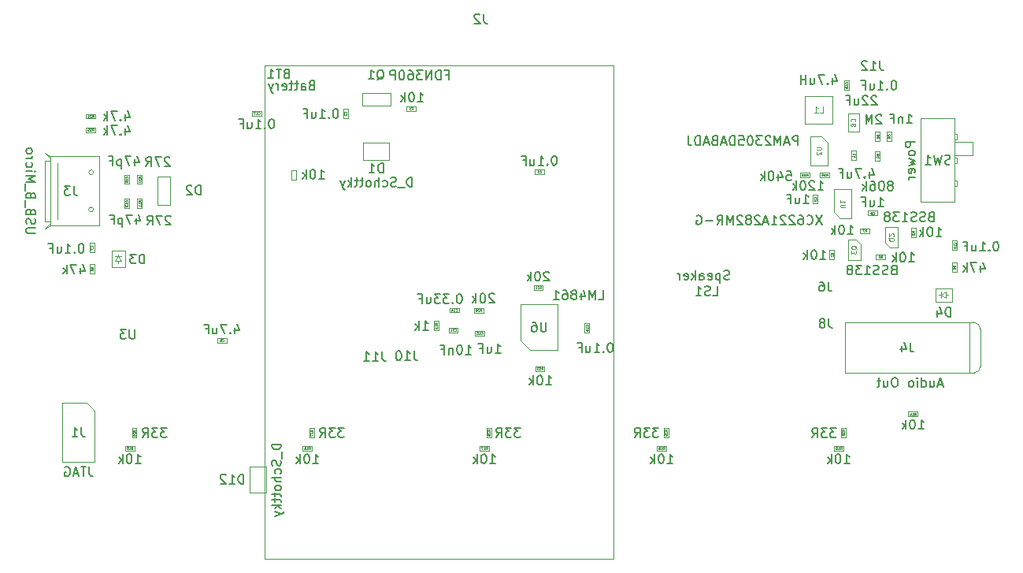
<source format=gbr>
G04 #@! TF.GenerationSoftware,KiCad,Pcbnew,(5.1.0)-1*
G04 #@! TF.CreationDate,2019-05-19T22:51:14-06:00*
G04 #@! TF.ProjectId,laser-theremin,6c617365-722d-4746-9865-72656d696e2e,rev?*
G04 #@! TF.SameCoordinates,Original*
G04 #@! TF.FileFunction,Other,Fab,Bot*
%FSLAX46Y46*%
G04 Gerber Fmt 4.6, Leading zero omitted, Abs format (unit mm)*
G04 Created by KiCad (PCBNEW (5.1.0)-1) date 2019-05-19 22:51:14*
%MOMM*%
%LPD*%
G04 APERTURE LIST*
%ADD10C,0.100000*%
%ADD11C,0.150000*%
%ADD12C,0.075000*%
%ADD13C,0.040000*%
%ADD14C,0.080000*%
%ADD15C,0.105000*%
G04 APERTURE END LIST*
D10*
X120500000Y-69400000D02*
X120500000Y-122400000D01*
X132800000Y-69400000D02*
X120500000Y-69400000D01*
X158000000Y-69400000D02*
X158000000Y-122400000D01*
X145100000Y-122400000D02*
X120500000Y-122400000D01*
X145100000Y-69400000D02*
X132800000Y-69400000D01*
X145100000Y-122400000D02*
X158000000Y-122400000D01*
X145100000Y-69400000D02*
X158000000Y-69400000D01*
X101337500Y-105655000D02*
X98780000Y-105655000D01*
X98780000Y-105655000D02*
X98780000Y-112005000D01*
X98780000Y-112005000D02*
X102190000Y-112005000D01*
X102190000Y-112005000D02*
X102190000Y-106507500D01*
X102190000Y-106507500D02*
X101337500Y-105655000D01*
X191060000Y-75070000D02*
X191060000Y-84070000D01*
X191060000Y-84070000D02*
X194660000Y-84070000D01*
X194660000Y-84070000D02*
X194660000Y-75170000D01*
X194660000Y-75170000D02*
X194660000Y-75070000D01*
X194660000Y-75070000D02*
X194660000Y-75070000D01*
X191060000Y-75070000D02*
X194660000Y-75070000D01*
X194660000Y-75070000D02*
X194660000Y-75070000D01*
X194660000Y-78070000D02*
X194660000Y-78070000D01*
X194660000Y-79870000D02*
X194960000Y-79870000D01*
X194960000Y-79870000D02*
X194960000Y-79270000D01*
X194960000Y-79270000D02*
X194660000Y-79270000D01*
X194660000Y-79270000D02*
X194660000Y-79270000D01*
X194660000Y-77370000D02*
X194960000Y-77370000D01*
X194960000Y-77370000D02*
X194960000Y-76770000D01*
X194960000Y-76770000D02*
X194660000Y-76770000D01*
X194660000Y-76770000D02*
X194660000Y-76770000D01*
X194660000Y-81770000D02*
X194960000Y-81770000D01*
X194960000Y-81770000D02*
X194960000Y-82370000D01*
X194960000Y-82370000D02*
X194660000Y-82370000D01*
X194660000Y-82370000D02*
X194660000Y-82370000D01*
X194660000Y-79070000D02*
X196660000Y-79070000D01*
X196660000Y-79070000D02*
X196660000Y-77570000D01*
X196660000Y-77570000D02*
X194660000Y-77570000D01*
X194660000Y-77570000D02*
X194660000Y-77570000D01*
X179210000Y-77020000D02*
X179210000Y-80120000D01*
X179210000Y-80120000D02*
X181010000Y-80120000D01*
X181010000Y-77670000D02*
X181010000Y-80120000D01*
X179210000Y-77020000D02*
X180360000Y-77020000D01*
X181010000Y-77670000D02*
X180360000Y-77020000D01*
X149550000Y-80570000D02*
X149550000Y-81070000D01*
X149550000Y-81070000D02*
X150550000Y-81070000D01*
X150550000Y-81070000D02*
X150550000Y-80570000D01*
X150550000Y-80570000D02*
X149550000Y-80570000D01*
X129440000Y-75070000D02*
X129440000Y-74070000D01*
X128940000Y-75070000D02*
X129440000Y-75070000D01*
X128940000Y-74070000D02*
X128940000Y-75070000D01*
X129440000Y-74070000D02*
X128940000Y-74070000D01*
X183600000Y-79540000D02*
X184100000Y-79540000D01*
X184100000Y-79540000D02*
X184100000Y-78540000D01*
X184100000Y-78540000D02*
X183600000Y-78540000D01*
X183600000Y-78540000D02*
X183600000Y-79540000D01*
X116410000Y-98680000D02*
X115410000Y-98680000D01*
X116410000Y-99180000D02*
X116410000Y-98680000D01*
X115410000Y-99180000D02*
X116410000Y-99180000D01*
X115410000Y-98680000D02*
X115410000Y-99180000D01*
X184410000Y-74520000D02*
X183210000Y-74520000D01*
X183210000Y-74520000D02*
X183210000Y-76520000D01*
X183210000Y-76520000D02*
X184410000Y-76520000D01*
X184410000Y-76520000D02*
X184410000Y-74520000D01*
X105940000Y-81120000D02*
X105440000Y-81120000D01*
X105440000Y-81120000D02*
X105440000Y-82120000D01*
X105440000Y-82120000D02*
X105940000Y-82120000D01*
X105940000Y-82120000D02*
X105940000Y-81120000D01*
X105940000Y-84690000D02*
X105940000Y-83690000D01*
X105440000Y-84690000D02*
X105940000Y-84690000D01*
X105440000Y-83690000D02*
X105440000Y-84690000D01*
X105940000Y-83690000D02*
X105440000Y-83690000D01*
X131120000Y-79510000D02*
X133920000Y-79510000D01*
X133920000Y-79510000D02*
X133920000Y-77710000D01*
X133920000Y-77710000D02*
X131120000Y-77710000D01*
X131120000Y-77710000D02*
X131120000Y-79510000D01*
X108950000Y-84410000D02*
X110350000Y-84410000D01*
X108950000Y-81370000D02*
X108950000Y-84410000D01*
X110350000Y-81370000D02*
X108950000Y-81370000D01*
X110350000Y-84410000D02*
X110350000Y-81370000D01*
X97500000Y-79420000D02*
X96850000Y-78820000D01*
X97500000Y-86320000D02*
X96850000Y-86920000D01*
X96850000Y-86120000D02*
X96850000Y-79620000D01*
X97500000Y-86570000D02*
X97500000Y-79170000D01*
X97500000Y-79171760D02*
X96850000Y-78820000D01*
X97500000Y-86568240D02*
X96850000Y-86920000D01*
X98200000Y-79870000D02*
X98200000Y-85870000D01*
X102100000Y-84870000D02*
G75*
G03X102100000Y-84870000I-250000J0D01*
G01*
X102100000Y-80870000D02*
G75*
G03X102100000Y-80870000I-250000J0D01*
G01*
X102750000Y-79170000D02*
X97500000Y-79170000D01*
X97500000Y-86570000D02*
X98626380Y-86570000D01*
X97475000Y-79620000D02*
X96850000Y-79620000D01*
X97500000Y-86120000D02*
X96850000Y-86120000D01*
X102750000Y-86571760D02*
X102750000Y-79171760D01*
X102750000Y-86570000D02*
X97500000Y-86570000D01*
X178570000Y-75660000D02*
X178570000Y-72660000D01*
X178570000Y-72660000D02*
X181570000Y-72660000D01*
X181570000Y-72660000D02*
X181570000Y-75660000D01*
X181570000Y-75660000D02*
X178570000Y-75660000D01*
X134010000Y-72340000D02*
X130970000Y-72340000D01*
X130970000Y-72340000D02*
X130970000Y-73740000D01*
X130970000Y-73740000D02*
X134010000Y-73740000D01*
X134010000Y-73740000D02*
X134010000Y-72340000D01*
X135740000Y-74280000D02*
X136740000Y-74280000D01*
X135740000Y-73780000D02*
X135740000Y-74280000D01*
X136740000Y-73780000D02*
X135740000Y-73780000D01*
X136740000Y-74280000D02*
X136740000Y-73780000D01*
X106810000Y-81120000D02*
X106810000Y-82120000D01*
X107310000Y-81120000D02*
X106810000Y-81120000D01*
X107310000Y-82120000D02*
X107310000Y-81120000D01*
X106810000Y-82120000D02*
X107310000Y-82120000D01*
X107310000Y-84690000D02*
X107310000Y-83690000D01*
X106810000Y-84690000D02*
X107310000Y-84690000D01*
X106810000Y-83690000D02*
X106810000Y-84690000D01*
X107310000Y-83690000D02*
X106810000Y-83690000D01*
X179080000Y-81420000D02*
X179080000Y-80920000D01*
X179080000Y-80920000D02*
X178080000Y-80920000D01*
X178080000Y-80920000D02*
X178080000Y-81420000D01*
X178080000Y-81420000D02*
X179080000Y-81420000D01*
X180210000Y-81420000D02*
X181210000Y-81420000D01*
X180210000Y-80920000D02*
X180210000Y-81420000D01*
X181210000Y-80920000D02*
X180210000Y-80920000D01*
X181210000Y-81420000D02*
X181210000Y-80920000D01*
X179960000Y-83240000D02*
X179460000Y-83240000D01*
X179460000Y-83240000D02*
X179460000Y-84240000D01*
X179460000Y-84240000D02*
X179960000Y-84240000D01*
X179960000Y-84240000D02*
X179960000Y-83240000D01*
X186350000Y-85010000D02*
X185350000Y-85010000D01*
X186350000Y-85510000D02*
X186350000Y-85010000D01*
X185350000Y-85510000D02*
X186350000Y-85510000D01*
X185350000Y-85010000D02*
X185350000Y-85510000D01*
X101710000Y-89460000D02*
X102210000Y-89460000D01*
X102210000Y-89460000D02*
X102210000Y-88460000D01*
X102210000Y-88460000D02*
X101710000Y-88460000D01*
X101710000Y-88460000D02*
X101710000Y-89460000D01*
X187400000Y-76490000D02*
X187400000Y-77490000D01*
X187900000Y-76490000D02*
X187400000Y-76490000D01*
X187900000Y-77490000D02*
X187900000Y-76490000D01*
X187400000Y-77490000D02*
X187900000Y-77490000D01*
X194440000Y-88210000D02*
X194440000Y-89210000D01*
X194940000Y-88210000D02*
X194440000Y-88210000D01*
X194940000Y-89210000D02*
X194940000Y-88210000D01*
X194440000Y-89210000D02*
X194940000Y-89210000D01*
X187690000Y-88970000D02*
X187190000Y-88470000D01*
X188540000Y-86770000D02*
X187190000Y-86770000D01*
X188540000Y-88970000D02*
X188540000Y-86770000D01*
X187190000Y-88470000D02*
X187190000Y-86770000D01*
X188540000Y-88970000D02*
X187690000Y-88970000D01*
X183220000Y-88090000D02*
X184070000Y-88090000D01*
X184570000Y-88590000D02*
X184570000Y-90290000D01*
X183220000Y-88090000D02*
X183220000Y-90290000D01*
X183220000Y-90290000D02*
X184570000Y-90290000D01*
X184070000Y-88090000D02*
X184570000Y-88590000D01*
X181740000Y-90190000D02*
X181740000Y-89190000D01*
X181240000Y-90190000D02*
X181740000Y-90190000D01*
X181240000Y-89190000D02*
X181240000Y-90190000D01*
X181740000Y-89190000D02*
X181240000Y-89190000D01*
X190020000Y-87860000D02*
X190520000Y-87860000D01*
X190520000Y-87860000D02*
X190520000Y-86860000D01*
X190520000Y-86860000D02*
X190020000Y-86860000D01*
X190020000Y-86860000D02*
X190020000Y-87860000D01*
X186640000Y-79600000D02*
X186640000Y-78600000D01*
X186140000Y-79600000D02*
X186640000Y-79600000D01*
X186140000Y-78600000D02*
X186140000Y-79600000D01*
X186640000Y-78600000D02*
X186140000Y-78600000D01*
X186640000Y-76490000D02*
X186140000Y-76490000D01*
X186140000Y-76490000D02*
X186140000Y-77490000D01*
X186140000Y-77490000D02*
X186640000Y-77490000D01*
X186640000Y-77490000D02*
X186640000Y-76490000D01*
X186240000Y-89700000D02*
X186240000Y-90200000D01*
X186240000Y-90200000D02*
X187240000Y-90200000D01*
X187240000Y-90200000D02*
X187240000Y-89700000D01*
X187240000Y-89700000D02*
X186240000Y-89700000D01*
X185510000Y-87430000D02*
X185510000Y-86930000D01*
X185510000Y-86930000D02*
X184510000Y-86930000D01*
X184510000Y-86930000D02*
X184510000Y-87430000D01*
X184510000Y-87430000D02*
X185510000Y-87430000D01*
X101700000Y-91710000D02*
X102200000Y-91710000D01*
X102200000Y-91710000D02*
X102200000Y-90710000D01*
X102200000Y-90710000D02*
X101700000Y-90710000D01*
X101700000Y-90710000D02*
X101700000Y-91710000D01*
X194420000Y-90550000D02*
X194420000Y-91550000D01*
X194920000Y-90550000D02*
X194420000Y-90550000D01*
X194920000Y-91550000D02*
X194920000Y-90550000D01*
X194420000Y-91550000D02*
X194920000Y-91550000D01*
X125590000Y-110780000D02*
X125590000Y-110280000D01*
X125590000Y-110280000D02*
X124590000Y-110280000D01*
X124590000Y-110280000D02*
X124590000Y-110780000D01*
X124590000Y-110780000D02*
X125590000Y-110780000D01*
X143630000Y-110780000D02*
X144630000Y-110780000D01*
X143630000Y-110280000D02*
X143630000Y-110780000D01*
X144630000Y-110280000D02*
X143630000Y-110280000D01*
X144630000Y-110780000D02*
X144630000Y-110280000D01*
X163690000Y-110780000D02*
X163690000Y-110280000D01*
X163690000Y-110280000D02*
X162690000Y-110280000D01*
X162690000Y-110280000D02*
X162690000Y-110780000D01*
X162690000Y-110780000D02*
X163690000Y-110780000D01*
X181720000Y-110780000D02*
X182720000Y-110780000D01*
X181720000Y-110280000D02*
X181720000Y-110780000D01*
X182720000Y-110280000D02*
X181720000Y-110280000D01*
X182720000Y-110780000D02*
X182720000Y-110280000D01*
X102290000Y-75100000D02*
X102290000Y-74600000D01*
X102290000Y-74600000D02*
X101290000Y-74600000D01*
X101290000Y-74600000D02*
X101290000Y-75100000D01*
X101290000Y-75100000D02*
X102290000Y-75100000D01*
X101290000Y-76580000D02*
X102290000Y-76580000D01*
X101290000Y-76080000D02*
X101290000Y-76580000D01*
X102290000Y-76080000D02*
X101290000Y-76080000D01*
X102290000Y-76580000D02*
X102290000Y-76080000D01*
X181760000Y-85170000D02*
X182410000Y-85820000D01*
X183560000Y-85820000D02*
X182410000Y-85820000D01*
X181760000Y-85170000D02*
X181760000Y-82720000D01*
X183560000Y-82720000D02*
X181760000Y-82720000D01*
X183560000Y-85820000D02*
X183560000Y-82720000D01*
X123910000Y-80660000D02*
X123410000Y-80660000D01*
X123410000Y-80660000D02*
X123410000Y-81660000D01*
X123410000Y-81660000D02*
X123910000Y-81660000D01*
X123910000Y-81660000D02*
X123910000Y-80660000D01*
X119160000Y-74780000D02*
X120160000Y-74780000D01*
X119160000Y-74280000D02*
X119160000Y-74780000D01*
X120160000Y-74280000D02*
X119160000Y-74280000D01*
X120160000Y-74780000D02*
X120160000Y-74280000D01*
X182830000Y-71990000D02*
X183330000Y-71990000D01*
X183330000Y-71990000D02*
X183330000Y-70990000D01*
X183330000Y-70990000D02*
X182830000Y-70990000D01*
X182830000Y-70990000D02*
X182830000Y-71990000D01*
X105510000Y-110770000D02*
X106510000Y-110770000D01*
X105510000Y-110270000D02*
X105510000Y-110770000D01*
X106510000Y-110270000D02*
X105510000Y-110270000D01*
X106510000Y-110770000D02*
X106510000Y-110270000D01*
X106240000Y-109380000D02*
X106740000Y-109380000D01*
X106740000Y-109380000D02*
X106740000Y-108380000D01*
X106740000Y-108380000D02*
X106240000Y-108380000D01*
X106240000Y-108380000D02*
X106240000Y-109380000D01*
X125320000Y-108370000D02*
X125320000Y-109370000D01*
X125820000Y-108370000D02*
X125320000Y-108370000D01*
X125820000Y-109370000D02*
X125820000Y-108370000D01*
X125320000Y-109370000D02*
X125820000Y-109370000D01*
X144370000Y-109330000D02*
X144870000Y-109330000D01*
X144870000Y-109330000D02*
X144870000Y-108330000D01*
X144870000Y-108330000D02*
X144370000Y-108330000D01*
X144370000Y-108330000D02*
X144370000Y-109330000D01*
X163420000Y-108330000D02*
X163420000Y-109330000D01*
X163920000Y-108330000D02*
X163420000Y-108330000D01*
X163920000Y-109330000D02*
X163920000Y-108330000D01*
X163420000Y-109330000D02*
X163920000Y-109330000D01*
X182470000Y-109320000D02*
X182970000Y-109320000D01*
X182970000Y-109320000D02*
X182970000Y-108320000D01*
X182970000Y-108320000D02*
X182470000Y-108320000D01*
X182470000Y-108320000D02*
X182470000Y-109320000D01*
X104780000Y-90400000D02*
X104780000Y-90650000D01*
X105130000Y-90400000D02*
X104780000Y-89900000D01*
X104430000Y-90400000D02*
X105130000Y-90400000D01*
X104780000Y-89900000D02*
X104430000Y-90400000D01*
X104780000Y-89900000D02*
X104780000Y-89700000D01*
X104430000Y-89900000D02*
X105130000Y-89900000D01*
X105480000Y-89300000D02*
X104080000Y-89300000D01*
X105480000Y-91100000D02*
X105480000Y-89300000D01*
X104080000Y-91100000D02*
X105480000Y-91100000D01*
X104080000Y-89300000D02*
X104080000Y-91100000D01*
X192620000Y-94760000D02*
X194420000Y-94760000D01*
X194420000Y-94760000D02*
X194420000Y-93360000D01*
X194420000Y-93360000D02*
X192620000Y-93360000D01*
X192620000Y-93360000D02*
X192620000Y-94760000D01*
X193220000Y-94410000D02*
X193220000Y-93710000D01*
X193220000Y-94060000D02*
X193020000Y-94060000D01*
X193220000Y-94060000D02*
X193720000Y-94410000D01*
X193720000Y-94410000D02*
X193720000Y-93710000D01*
X193720000Y-93710000D02*
X193220000Y-94060000D01*
X193720000Y-94060000D02*
X193970000Y-94060000D01*
X141280000Y-97560000D02*
X140280000Y-97560000D01*
X141280000Y-98060000D02*
X141280000Y-97560000D01*
X140280000Y-98060000D02*
X141280000Y-98060000D01*
X140280000Y-97560000D02*
X140280000Y-98060000D01*
X140380000Y-95430000D02*
X140380000Y-95930000D01*
X140380000Y-95930000D02*
X141380000Y-95930000D01*
X141380000Y-95930000D02*
X141380000Y-95430000D01*
X141380000Y-95430000D02*
X140380000Y-95430000D01*
X143120000Y-97910000D02*
X143120000Y-98410000D01*
X143120000Y-98410000D02*
X144120000Y-98410000D01*
X144120000Y-98410000D02*
X144120000Y-97910000D01*
X144120000Y-97910000D02*
X143120000Y-97910000D01*
X155400000Y-98080000D02*
X155400000Y-97080000D01*
X154900000Y-98080000D02*
X155400000Y-98080000D01*
X154900000Y-97080000D02*
X154900000Y-98080000D01*
X155400000Y-97080000D02*
X154900000Y-97080000D01*
X118900000Y-112490000D02*
X118900000Y-115290000D01*
X118900000Y-115290000D02*
X120700000Y-115290000D01*
X120700000Y-115290000D02*
X120700000Y-112490000D01*
X120700000Y-112490000D02*
X118900000Y-112490000D01*
X196270000Y-96985000D02*
X182870000Y-96985000D01*
X196270000Y-102435000D02*
X182870000Y-102435000D01*
X196238166Y-96985000D02*
X196758866Y-96985000D01*
X197470000Y-97710000D02*
X197470000Y-101710000D01*
X196758866Y-102435000D02*
X196238166Y-102435000D01*
X196736006Y-96986006D02*
G75*
G02X197470000Y-97720000I0J-733994D01*
G01*
X182870000Y-102435000D02*
X182870000Y-96985000D01*
X196270000Y-102435000D02*
X196270000Y-96985000D01*
X197470000Y-101700000D02*
G75*
G02X196736006Y-102433994I-733994J0D01*
G01*
X138720000Y-97850000D02*
X139220000Y-97850000D01*
X139220000Y-97850000D02*
X139220000Y-96850000D01*
X139220000Y-96850000D02*
X138720000Y-96850000D01*
X138720000Y-96850000D02*
X138720000Y-97850000D01*
X150600000Y-101710000D02*
X149600000Y-101710000D01*
X150600000Y-102210000D02*
X150600000Y-101710000D01*
X149600000Y-102210000D02*
X150600000Y-102210000D01*
X149600000Y-101710000D02*
X149600000Y-102210000D01*
X190710000Y-107090000D02*
X190710000Y-106590000D01*
X190710000Y-106590000D02*
X189710000Y-106590000D01*
X189710000Y-106590000D02*
X189710000Y-107090000D01*
X189710000Y-107090000D02*
X190710000Y-107090000D01*
X144000000Y-95440000D02*
X143000000Y-95440000D01*
X144000000Y-95940000D02*
X144000000Y-95440000D01*
X143000000Y-95940000D02*
X144000000Y-95940000D01*
X143000000Y-95440000D02*
X143000000Y-95940000D01*
X149420000Y-93010000D02*
X149420000Y-93510000D01*
X149420000Y-93510000D02*
X150420000Y-93510000D01*
X150420000Y-93510000D02*
X150420000Y-93010000D01*
X150420000Y-93010000D02*
X149420000Y-93010000D01*
X149060000Y-99980000D02*
X151960000Y-99980000D01*
X151960000Y-99980000D02*
X151960000Y-95080000D01*
X151960000Y-95080000D02*
X148060000Y-95080000D01*
X148060000Y-95080000D02*
X148060000Y-98980000D01*
X148060000Y-98980000D02*
X149060000Y-99980000D01*
D11*
X125541428Y-71508571D02*
X125398571Y-71556190D01*
X125350952Y-71603809D01*
X125303333Y-71699047D01*
X125303333Y-71841904D01*
X125350952Y-71937142D01*
X125398571Y-71984761D01*
X125493809Y-72032380D01*
X125874761Y-72032380D01*
X125874761Y-71032380D01*
X125541428Y-71032380D01*
X125446190Y-71080000D01*
X125398571Y-71127619D01*
X125350952Y-71222857D01*
X125350952Y-71318095D01*
X125398571Y-71413333D01*
X125446190Y-71460952D01*
X125541428Y-71508571D01*
X125874761Y-71508571D01*
X124446190Y-72032380D02*
X124446190Y-71508571D01*
X124493809Y-71413333D01*
X124589047Y-71365714D01*
X124779523Y-71365714D01*
X124874761Y-71413333D01*
X124446190Y-71984761D02*
X124541428Y-72032380D01*
X124779523Y-72032380D01*
X124874761Y-71984761D01*
X124922380Y-71889523D01*
X124922380Y-71794285D01*
X124874761Y-71699047D01*
X124779523Y-71651428D01*
X124541428Y-71651428D01*
X124446190Y-71603809D01*
X124112857Y-71365714D02*
X123731904Y-71365714D01*
X123970000Y-71032380D02*
X123970000Y-71889523D01*
X123922380Y-71984761D01*
X123827142Y-72032380D01*
X123731904Y-72032380D01*
X123541428Y-71365714D02*
X123160476Y-71365714D01*
X123398571Y-71032380D02*
X123398571Y-71889523D01*
X123350952Y-71984761D01*
X123255714Y-72032380D01*
X123160476Y-72032380D01*
X122446190Y-71984761D02*
X122541428Y-72032380D01*
X122731904Y-72032380D01*
X122827142Y-71984761D01*
X122874761Y-71889523D01*
X122874761Y-71508571D01*
X122827142Y-71413333D01*
X122731904Y-71365714D01*
X122541428Y-71365714D01*
X122446190Y-71413333D01*
X122398571Y-71508571D01*
X122398571Y-71603809D01*
X122874761Y-71699047D01*
X121970000Y-72032380D02*
X121970000Y-71365714D01*
X121970000Y-71556190D02*
X121922380Y-71460952D01*
X121874761Y-71413333D01*
X121779523Y-71365714D01*
X121684285Y-71365714D01*
X121446190Y-71365714D02*
X121208095Y-72032380D01*
X120970000Y-71365714D02*
X121208095Y-72032380D01*
X121303333Y-72270476D01*
X121350952Y-72318095D01*
X121446190Y-72365714D01*
X122835714Y-70248571D02*
X122692857Y-70296190D01*
X122645238Y-70343809D01*
X122597619Y-70439047D01*
X122597619Y-70581904D01*
X122645238Y-70677142D01*
X122692857Y-70724761D01*
X122788095Y-70772380D01*
X123169047Y-70772380D01*
X123169047Y-69772380D01*
X122835714Y-69772380D01*
X122740476Y-69820000D01*
X122692857Y-69867619D01*
X122645238Y-69962857D01*
X122645238Y-70058095D01*
X122692857Y-70153333D01*
X122740476Y-70200952D01*
X122835714Y-70248571D01*
X123169047Y-70248571D01*
X122311904Y-69772380D02*
X121740476Y-69772380D01*
X122026190Y-70772380D02*
X122026190Y-69772380D01*
X120883333Y-70772380D02*
X121454761Y-70772380D01*
X121169047Y-70772380D02*
X121169047Y-69772380D01*
X121264285Y-69915238D01*
X121359523Y-70010476D01*
X121454761Y-70058095D01*
X101651666Y-112517380D02*
X101651666Y-113231666D01*
X101699285Y-113374523D01*
X101794523Y-113469761D01*
X101937380Y-113517380D01*
X102032619Y-113517380D01*
X101318333Y-112517380D02*
X100746904Y-112517380D01*
X101032619Y-113517380D02*
X101032619Y-112517380D01*
X100461190Y-113231666D02*
X99985000Y-113231666D01*
X100556428Y-113517380D02*
X100223095Y-112517380D01*
X99889761Y-113517380D01*
X99032619Y-112565000D02*
X99127857Y-112517380D01*
X99270714Y-112517380D01*
X99413571Y-112565000D01*
X99508809Y-112660238D01*
X99556428Y-112755476D01*
X99604047Y-112945952D01*
X99604047Y-113088809D01*
X99556428Y-113279285D01*
X99508809Y-113374523D01*
X99413571Y-113469761D01*
X99270714Y-113517380D01*
X99175476Y-113517380D01*
X99032619Y-113469761D01*
X98985000Y-113422142D01*
X98985000Y-113088809D01*
X99175476Y-113088809D01*
X100818333Y-108282380D02*
X100818333Y-108996666D01*
X100865952Y-109139523D01*
X100961190Y-109234761D01*
X101104047Y-109282380D01*
X101199285Y-109282380D01*
X99818333Y-109282380D02*
X100389761Y-109282380D01*
X100104047Y-109282380D02*
X100104047Y-108282380D01*
X100199285Y-108425238D01*
X100294523Y-108520476D01*
X100389761Y-108568095D01*
X144043333Y-63882380D02*
X144043333Y-64596666D01*
X144090952Y-64739523D01*
X144186190Y-64834761D01*
X144329047Y-64882380D01*
X144424285Y-64882380D01*
X143614761Y-63977619D02*
X143567142Y-63930000D01*
X143471904Y-63882380D01*
X143233809Y-63882380D01*
X143138571Y-63930000D01*
X143090952Y-63977619D01*
X143043333Y-64072857D01*
X143043333Y-64168095D01*
X143090952Y-64310952D01*
X143662380Y-64882380D01*
X143043333Y-64882380D01*
X190412380Y-77593809D02*
X189412380Y-77593809D01*
X189412380Y-77974761D01*
X189460000Y-78070000D01*
X189507619Y-78117619D01*
X189602857Y-78165238D01*
X189745714Y-78165238D01*
X189840952Y-78117619D01*
X189888571Y-78070000D01*
X189936190Y-77974761D01*
X189936190Y-77593809D01*
X190412380Y-78736666D02*
X190364761Y-78641428D01*
X190317142Y-78593809D01*
X190221904Y-78546190D01*
X189936190Y-78546190D01*
X189840952Y-78593809D01*
X189793333Y-78641428D01*
X189745714Y-78736666D01*
X189745714Y-78879523D01*
X189793333Y-78974761D01*
X189840952Y-79022380D01*
X189936190Y-79070000D01*
X190221904Y-79070000D01*
X190317142Y-79022380D01*
X190364761Y-78974761D01*
X190412380Y-78879523D01*
X190412380Y-78736666D01*
X189745714Y-79403333D02*
X190412380Y-79593809D01*
X189936190Y-79784285D01*
X190412380Y-79974761D01*
X189745714Y-80165238D01*
X190364761Y-80927142D02*
X190412380Y-80831904D01*
X190412380Y-80641428D01*
X190364761Y-80546190D01*
X190269523Y-80498571D01*
X189888571Y-80498571D01*
X189793333Y-80546190D01*
X189745714Y-80641428D01*
X189745714Y-80831904D01*
X189793333Y-80927142D01*
X189888571Y-80974761D01*
X189983809Y-80974761D01*
X190079047Y-80498571D01*
X190412380Y-81403333D02*
X189745714Y-81403333D01*
X189936190Y-81403333D02*
X189840952Y-81450952D01*
X189793333Y-81498571D01*
X189745714Y-81593809D01*
X189745714Y-81689047D01*
X194193333Y-79974761D02*
X194050476Y-80022380D01*
X193812380Y-80022380D01*
X193717142Y-79974761D01*
X193669523Y-79927142D01*
X193621904Y-79831904D01*
X193621904Y-79736666D01*
X193669523Y-79641428D01*
X193717142Y-79593809D01*
X193812380Y-79546190D01*
X194002857Y-79498571D01*
X194098095Y-79450952D01*
X194145714Y-79403333D01*
X194193333Y-79308095D01*
X194193333Y-79212857D01*
X194145714Y-79117619D01*
X194098095Y-79070000D01*
X194002857Y-79022380D01*
X193764761Y-79022380D01*
X193621904Y-79070000D01*
X193288571Y-79022380D02*
X193050476Y-80022380D01*
X192860000Y-79308095D01*
X192669523Y-80022380D01*
X192431428Y-79022380D01*
X191526666Y-80022380D02*
X192098095Y-80022380D01*
X191812380Y-80022380D02*
X191812380Y-79022380D01*
X191907619Y-79165238D01*
X192002857Y-79260476D01*
X192098095Y-79308095D01*
X177844761Y-77962380D02*
X177844761Y-76962380D01*
X177463809Y-76962380D01*
X177368571Y-77010000D01*
X177320952Y-77057619D01*
X177273333Y-77152857D01*
X177273333Y-77295714D01*
X177320952Y-77390952D01*
X177368571Y-77438571D01*
X177463809Y-77486190D01*
X177844761Y-77486190D01*
X176892380Y-77676666D02*
X176416190Y-77676666D01*
X176987619Y-77962380D02*
X176654285Y-76962380D01*
X176320952Y-77962380D01*
X175987619Y-77962380D02*
X175987619Y-76962380D01*
X175654285Y-77676666D01*
X175320952Y-76962380D01*
X175320952Y-77962380D01*
X174892380Y-77057619D02*
X174844761Y-77010000D01*
X174749523Y-76962380D01*
X174511428Y-76962380D01*
X174416190Y-77010000D01*
X174368571Y-77057619D01*
X174320952Y-77152857D01*
X174320952Y-77248095D01*
X174368571Y-77390952D01*
X174940000Y-77962380D01*
X174320952Y-77962380D01*
X173987619Y-76962380D02*
X173368571Y-76962380D01*
X173701904Y-77343333D01*
X173559047Y-77343333D01*
X173463809Y-77390952D01*
X173416190Y-77438571D01*
X173368571Y-77533809D01*
X173368571Y-77771904D01*
X173416190Y-77867142D01*
X173463809Y-77914761D01*
X173559047Y-77962380D01*
X173844761Y-77962380D01*
X173940000Y-77914761D01*
X173987619Y-77867142D01*
X172749523Y-76962380D02*
X172654285Y-76962380D01*
X172559047Y-77010000D01*
X172511428Y-77057619D01*
X172463809Y-77152857D01*
X172416190Y-77343333D01*
X172416190Y-77581428D01*
X172463809Y-77771904D01*
X172511428Y-77867142D01*
X172559047Y-77914761D01*
X172654285Y-77962380D01*
X172749523Y-77962380D01*
X172844761Y-77914761D01*
X172892380Y-77867142D01*
X172940000Y-77771904D01*
X172987619Y-77581428D01*
X172987619Y-77343333D01*
X172940000Y-77152857D01*
X172892380Y-77057619D01*
X172844761Y-77010000D01*
X172749523Y-76962380D01*
X171511428Y-76962380D02*
X171987619Y-76962380D01*
X172035238Y-77438571D01*
X171987619Y-77390952D01*
X171892380Y-77343333D01*
X171654285Y-77343333D01*
X171559047Y-77390952D01*
X171511428Y-77438571D01*
X171463809Y-77533809D01*
X171463809Y-77771904D01*
X171511428Y-77867142D01*
X171559047Y-77914761D01*
X171654285Y-77962380D01*
X171892380Y-77962380D01*
X171987619Y-77914761D01*
X172035238Y-77867142D01*
X171035238Y-77962380D02*
X171035238Y-76962380D01*
X170797142Y-76962380D01*
X170654285Y-77010000D01*
X170559047Y-77105238D01*
X170511428Y-77200476D01*
X170463809Y-77390952D01*
X170463809Y-77533809D01*
X170511428Y-77724285D01*
X170559047Y-77819523D01*
X170654285Y-77914761D01*
X170797142Y-77962380D01*
X171035238Y-77962380D01*
X170082857Y-77676666D02*
X169606666Y-77676666D01*
X170178095Y-77962380D02*
X169844761Y-76962380D01*
X169511428Y-77962380D01*
X168844761Y-77438571D02*
X168701904Y-77486190D01*
X168654285Y-77533809D01*
X168606666Y-77629047D01*
X168606666Y-77771904D01*
X168654285Y-77867142D01*
X168701904Y-77914761D01*
X168797142Y-77962380D01*
X169178095Y-77962380D01*
X169178095Y-76962380D01*
X168844761Y-76962380D01*
X168749523Y-77010000D01*
X168701904Y-77057619D01*
X168654285Y-77152857D01*
X168654285Y-77248095D01*
X168701904Y-77343333D01*
X168749523Y-77390952D01*
X168844761Y-77438571D01*
X169178095Y-77438571D01*
X168225714Y-77676666D02*
X167749523Y-77676666D01*
X168320952Y-77962380D02*
X167987619Y-76962380D01*
X167654285Y-77962380D01*
X167320952Y-77962380D02*
X167320952Y-76962380D01*
X167082857Y-76962380D01*
X166940000Y-77010000D01*
X166844761Y-77105238D01*
X166797142Y-77200476D01*
X166749523Y-77390952D01*
X166749523Y-77533809D01*
X166797142Y-77724285D01*
X166844761Y-77819523D01*
X166940000Y-77914761D01*
X167082857Y-77962380D01*
X167320952Y-77962380D01*
X166035238Y-76962380D02*
X166035238Y-77676666D01*
X166082857Y-77819523D01*
X166178095Y-77914761D01*
X166320952Y-77962380D01*
X166416190Y-77962380D01*
D12*
X179836190Y-78189047D02*
X180240952Y-78189047D01*
X180288571Y-78212857D01*
X180312380Y-78236666D01*
X180336190Y-78284285D01*
X180336190Y-78379523D01*
X180312380Y-78427142D01*
X180288571Y-78450952D01*
X180240952Y-78474761D01*
X179836190Y-78474761D01*
X179883809Y-78689047D02*
X179860000Y-78712857D01*
X179836190Y-78760476D01*
X179836190Y-78879523D01*
X179860000Y-78927142D01*
X179883809Y-78950952D01*
X179931428Y-78974761D01*
X179979047Y-78974761D01*
X180050476Y-78950952D01*
X180336190Y-78665238D01*
X180336190Y-78974761D01*
D11*
X151692857Y-79102380D02*
X151597619Y-79102380D01*
X151502380Y-79150000D01*
X151454761Y-79197619D01*
X151407142Y-79292857D01*
X151359523Y-79483333D01*
X151359523Y-79721428D01*
X151407142Y-79911904D01*
X151454761Y-80007142D01*
X151502380Y-80054761D01*
X151597619Y-80102380D01*
X151692857Y-80102380D01*
X151788095Y-80054761D01*
X151835714Y-80007142D01*
X151883333Y-79911904D01*
X151930952Y-79721428D01*
X151930952Y-79483333D01*
X151883333Y-79292857D01*
X151835714Y-79197619D01*
X151788095Y-79150000D01*
X151692857Y-79102380D01*
X150930952Y-80007142D02*
X150883333Y-80054761D01*
X150930952Y-80102380D01*
X150978571Y-80054761D01*
X150930952Y-80007142D01*
X150930952Y-80102380D01*
X149930952Y-80102380D02*
X150502380Y-80102380D01*
X150216666Y-80102380D02*
X150216666Y-79102380D01*
X150311904Y-79245238D01*
X150407142Y-79340476D01*
X150502380Y-79388095D01*
X149073809Y-79435714D02*
X149073809Y-80102380D01*
X149502380Y-79435714D02*
X149502380Y-79959523D01*
X149454761Y-80054761D01*
X149359523Y-80102380D01*
X149216666Y-80102380D01*
X149121428Y-80054761D01*
X149073809Y-80007142D01*
X148264285Y-79578571D02*
X148597619Y-79578571D01*
X148597619Y-80102380D02*
X148597619Y-79102380D01*
X148121428Y-79102380D01*
D13*
X150091666Y-80909285D02*
X150103571Y-80921190D01*
X150139285Y-80933095D01*
X150163095Y-80933095D01*
X150198809Y-80921190D01*
X150222619Y-80897380D01*
X150234523Y-80873571D01*
X150246428Y-80825952D01*
X150246428Y-80790238D01*
X150234523Y-80742619D01*
X150222619Y-80718809D01*
X150198809Y-80695000D01*
X150163095Y-80683095D01*
X150139285Y-80683095D01*
X150103571Y-80695000D01*
X150091666Y-80706904D01*
X149853571Y-80933095D02*
X149996428Y-80933095D01*
X149925000Y-80933095D02*
X149925000Y-80683095D01*
X149948809Y-80718809D01*
X149972619Y-80742619D01*
X149996428Y-80754523D01*
D11*
X128182857Y-74052380D02*
X128087619Y-74052380D01*
X127992380Y-74100000D01*
X127944761Y-74147619D01*
X127897142Y-74242857D01*
X127849523Y-74433333D01*
X127849523Y-74671428D01*
X127897142Y-74861904D01*
X127944761Y-74957142D01*
X127992380Y-75004761D01*
X128087619Y-75052380D01*
X128182857Y-75052380D01*
X128278095Y-75004761D01*
X128325714Y-74957142D01*
X128373333Y-74861904D01*
X128420952Y-74671428D01*
X128420952Y-74433333D01*
X128373333Y-74242857D01*
X128325714Y-74147619D01*
X128278095Y-74100000D01*
X128182857Y-74052380D01*
X127420952Y-74957142D02*
X127373333Y-75004761D01*
X127420952Y-75052380D01*
X127468571Y-75004761D01*
X127420952Y-74957142D01*
X127420952Y-75052380D01*
X126420952Y-75052380D02*
X126992380Y-75052380D01*
X126706666Y-75052380D02*
X126706666Y-74052380D01*
X126801904Y-74195238D01*
X126897142Y-74290476D01*
X126992380Y-74338095D01*
X125563809Y-74385714D02*
X125563809Y-75052380D01*
X125992380Y-74385714D02*
X125992380Y-74909523D01*
X125944761Y-75004761D01*
X125849523Y-75052380D01*
X125706666Y-75052380D01*
X125611428Y-75004761D01*
X125563809Y-74957142D01*
X124754285Y-74528571D02*
X125087619Y-74528571D01*
X125087619Y-75052380D02*
X125087619Y-74052380D01*
X124611428Y-74052380D01*
D13*
X129279285Y-74528333D02*
X129291190Y-74516428D01*
X129303095Y-74480714D01*
X129303095Y-74456904D01*
X129291190Y-74421190D01*
X129267380Y-74397380D01*
X129243571Y-74385476D01*
X129195952Y-74373571D01*
X129160238Y-74373571D01*
X129112619Y-74385476D01*
X129088809Y-74397380D01*
X129065000Y-74421190D01*
X129053095Y-74456904D01*
X129053095Y-74480714D01*
X129065000Y-74516428D01*
X129076904Y-74528333D01*
X129076904Y-74623571D02*
X129065000Y-74635476D01*
X129053095Y-74659285D01*
X129053095Y-74718809D01*
X129065000Y-74742619D01*
X129076904Y-74754523D01*
X129100714Y-74766428D01*
X129124523Y-74766428D01*
X129160238Y-74754523D01*
X129303095Y-74611666D01*
X129303095Y-74766428D01*
D11*
X185544761Y-80795714D02*
X185544761Y-81462380D01*
X185782857Y-80414761D02*
X186020952Y-81129047D01*
X185401904Y-81129047D01*
X185020952Y-81367142D02*
X184973333Y-81414761D01*
X185020952Y-81462380D01*
X185068571Y-81414761D01*
X185020952Y-81367142D01*
X185020952Y-81462380D01*
X184640000Y-80462380D02*
X183973333Y-80462380D01*
X184401904Y-81462380D01*
X183163809Y-80795714D02*
X183163809Y-81462380D01*
X183592380Y-80795714D02*
X183592380Y-81319523D01*
X183544761Y-81414761D01*
X183449523Y-81462380D01*
X183306666Y-81462380D01*
X183211428Y-81414761D01*
X183163809Y-81367142D01*
X182354285Y-80938571D02*
X182687619Y-80938571D01*
X182687619Y-81462380D02*
X182687619Y-80462380D01*
X182211428Y-80462380D01*
D13*
X183939285Y-78998333D02*
X183951190Y-78986428D01*
X183963095Y-78950714D01*
X183963095Y-78926904D01*
X183951190Y-78891190D01*
X183927380Y-78867380D01*
X183903571Y-78855476D01*
X183855952Y-78843571D01*
X183820238Y-78843571D01*
X183772619Y-78855476D01*
X183748809Y-78867380D01*
X183725000Y-78891190D01*
X183713095Y-78926904D01*
X183713095Y-78950714D01*
X183725000Y-78986428D01*
X183736904Y-78998333D01*
X183796428Y-79212619D02*
X183963095Y-79212619D01*
X183701190Y-79153095D02*
X183879761Y-79093571D01*
X183879761Y-79248333D01*
D11*
X117314761Y-97545714D02*
X117314761Y-98212380D01*
X117552857Y-97164761D02*
X117790952Y-97879047D01*
X117171904Y-97879047D01*
X116790952Y-98117142D02*
X116743333Y-98164761D01*
X116790952Y-98212380D01*
X116838571Y-98164761D01*
X116790952Y-98117142D01*
X116790952Y-98212380D01*
X116410000Y-97212380D02*
X115743333Y-97212380D01*
X116171904Y-98212380D01*
X114933809Y-97545714D02*
X114933809Y-98212380D01*
X115362380Y-97545714D02*
X115362380Y-98069523D01*
X115314761Y-98164761D01*
X115219523Y-98212380D01*
X115076666Y-98212380D01*
X114981428Y-98164761D01*
X114933809Y-98117142D01*
X114124285Y-97688571D02*
X114457619Y-97688571D01*
X114457619Y-98212380D02*
X114457619Y-97212380D01*
X113981428Y-97212380D01*
D13*
X115951666Y-99019285D02*
X115963571Y-99031190D01*
X115999285Y-99043095D01*
X116023095Y-99043095D01*
X116058809Y-99031190D01*
X116082619Y-99007380D01*
X116094523Y-98983571D01*
X116106428Y-98935952D01*
X116106428Y-98900238D01*
X116094523Y-98852619D01*
X116082619Y-98828809D01*
X116058809Y-98805000D01*
X116023095Y-98793095D01*
X115999285Y-98793095D01*
X115963571Y-98805000D01*
X115951666Y-98816904D01*
X115737380Y-98793095D02*
X115785000Y-98793095D01*
X115808809Y-98805000D01*
X115820714Y-98816904D01*
X115844523Y-98852619D01*
X115856428Y-98900238D01*
X115856428Y-98995476D01*
X115844523Y-99019285D01*
X115832619Y-99031190D01*
X115808809Y-99043095D01*
X115761190Y-99043095D01*
X115737380Y-99031190D01*
X115725476Y-99019285D01*
X115713571Y-98995476D01*
X115713571Y-98935952D01*
X115725476Y-98912142D01*
X115737380Y-98900238D01*
X115761190Y-98888333D01*
X115808809Y-98888333D01*
X115832619Y-98900238D01*
X115844523Y-98912142D01*
X115856428Y-98935952D01*
D11*
X186292857Y-72737619D02*
X186245238Y-72690000D01*
X186150000Y-72642380D01*
X185911904Y-72642380D01*
X185816666Y-72690000D01*
X185769047Y-72737619D01*
X185721428Y-72832857D01*
X185721428Y-72928095D01*
X185769047Y-73070952D01*
X186340476Y-73642380D01*
X185721428Y-73642380D01*
X185340476Y-72737619D02*
X185292857Y-72690000D01*
X185197619Y-72642380D01*
X184959523Y-72642380D01*
X184864285Y-72690000D01*
X184816666Y-72737619D01*
X184769047Y-72832857D01*
X184769047Y-72928095D01*
X184816666Y-73070952D01*
X185388095Y-73642380D01*
X184769047Y-73642380D01*
X183911904Y-72975714D02*
X183911904Y-73642380D01*
X184340476Y-72975714D02*
X184340476Y-73499523D01*
X184292857Y-73594761D01*
X184197619Y-73642380D01*
X184054761Y-73642380D01*
X183959523Y-73594761D01*
X183911904Y-73547142D01*
X183102380Y-73118571D02*
X183435714Y-73118571D01*
X183435714Y-73642380D02*
X183435714Y-72642380D01*
X182959523Y-72642380D01*
D14*
X183988571Y-75436666D02*
X184012380Y-75412857D01*
X184036190Y-75341428D01*
X184036190Y-75293809D01*
X184012380Y-75222380D01*
X183964761Y-75174761D01*
X183917142Y-75150952D01*
X183821904Y-75127142D01*
X183750476Y-75127142D01*
X183655238Y-75150952D01*
X183607619Y-75174761D01*
X183560000Y-75222380D01*
X183536190Y-75293809D01*
X183536190Y-75341428D01*
X183560000Y-75412857D01*
X183583809Y-75436666D01*
X183750476Y-75722380D02*
X183726666Y-75674761D01*
X183702857Y-75650952D01*
X183655238Y-75627142D01*
X183631428Y-75627142D01*
X183583809Y-75650952D01*
X183560000Y-75674761D01*
X183536190Y-75722380D01*
X183536190Y-75817619D01*
X183560000Y-75865238D01*
X183583809Y-75889047D01*
X183631428Y-75912857D01*
X183655238Y-75912857D01*
X183702857Y-75889047D01*
X183726666Y-75865238D01*
X183750476Y-75817619D01*
X183750476Y-75722380D01*
X183774285Y-75674761D01*
X183798095Y-75650952D01*
X183845714Y-75627142D01*
X183940952Y-75627142D01*
X183988571Y-75650952D01*
X184012380Y-75674761D01*
X184036190Y-75722380D01*
X184036190Y-75817619D01*
X184012380Y-75865238D01*
X183988571Y-75889047D01*
X183940952Y-75912857D01*
X183845714Y-75912857D01*
X183798095Y-75889047D01*
X183774285Y-75865238D01*
X183750476Y-75817619D01*
D11*
X106576666Y-79495714D02*
X106576666Y-80162380D01*
X106814761Y-79114761D02*
X107052857Y-79829047D01*
X106433809Y-79829047D01*
X106148095Y-79162380D02*
X105481428Y-79162380D01*
X105910000Y-80162380D01*
X105100476Y-79495714D02*
X105100476Y-80495714D01*
X105100476Y-79543333D02*
X105005238Y-79495714D01*
X104814761Y-79495714D01*
X104719523Y-79543333D01*
X104671904Y-79590952D01*
X104624285Y-79686190D01*
X104624285Y-79971904D01*
X104671904Y-80067142D01*
X104719523Y-80114761D01*
X104814761Y-80162380D01*
X105005238Y-80162380D01*
X105100476Y-80114761D01*
X103862380Y-79638571D02*
X104195714Y-79638571D01*
X104195714Y-80162380D02*
X104195714Y-79162380D01*
X103719523Y-79162380D01*
D13*
X105779285Y-81459285D02*
X105791190Y-81447380D01*
X105803095Y-81411666D01*
X105803095Y-81387857D01*
X105791190Y-81352142D01*
X105767380Y-81328333D01*
X105743571Y-81316428D01*
X105695952Y-81304523D01*
X105660238Y-81304523D01*
X105612619Y-81316428D01*
X105588809Y-81328333D01*
X105565000Y-81352142D01*
X105553095Y-81387857D01*
X105553095Y-81411666D01*
X105565000Y-81447380D01*
X105576904Y-81459285D01*
X105803095Y-81697380D02*
X105803095Y-81554523D01*
X105803095Y-81625952D02*
X105553095Y-81625952D01*
X105588809Y-81602142D01*
X105612619Y-81578333D01*
X105624523Y-81554523D01*
X105576904Y-81792619D02*
X105565000Y-81804523D01*
X105553095Y-81828333D01*
X105553095Y-81887857D01*
X105565000Y-81911666D01*
X105576904Y-81923571D01*
X105600714Y-81935476D01*
X105624523Y-81935476D01*
X105660238Y-81923571D01*
X105803095Y-81780714D01*
X105803095Y-81935476D01*
D11*
X106686666Y-85775714D02*
X106686666Y-86442380D01*
X106924761Y-85394761D02*
X107162857Y-86109047D01*
X106543809Y-86109047D01*
X106258095Y-85442380D02*
X105591428Y-85442380D01*
X106020000Y-86442380D01*
X105210476Y-85775714D02*
X105210476Y-86775714D01*
X105210476Y-85823333D02*
X105115238Y-85775714D01*
X104924761Y-85775714D01*
X104829523Y-85823333D01*
X104781904Y-85870952D01*
X104734285Y-85966190D01*
X104734285Y-86251904D01*
X104781904Y-86347142D01*
X104829523Y-86394761D01*
X104924761Y-86442380D01*
X105115238Y-86442380D01*
X105210476Y-86394761D01*
X103972380Y-85918571D02*
X104305714Y-85918571D01*
X104305714Y-86442380D02*
X104305714Y-85442380D01*
X103829523Y-85442380D01*
D13*
X105779285Y-84029285D02*
X105791190Y-84017380D01*
X105803095Y-83981666D01*
X105803095Y-83957857D01*
X105791190Y-83922142D01*
X105767380Y-83898333D01*
X105743571Y-83886428D01*
X105695952Y-83874523D01*
X105660238Y-83874523D01*
X105612619Y-83886428D01*
X105588809Y-83898333D01*
X105565000Y-83922142D01*
X105553095Y-83957857D01*
X105553095Y-83981666D01*
X105565000Y-84017380D01*
X105576904Y-84029285D01*
X105803095Y-84267380D02*
X105803095Y-84124523D01*
X105803095Y-84195952D02*
X105553095Y-84195952D01*
X105588809Y-84172142D01*
X105612619Y-84148333D01*
X105624523Y-84124523D01*
X105553095Y-84350714D02*
X105553095Y-84505476D01*
X105648333Y-84422142D01*
X105648333Y-84457857D01*
X105660238Y-84481666D01*
X105672142Y-84493571D01*
X105695952Y-84505476D01*
X105755476Y-84505476D01*
X105779285Y-84493571D01*
X105791190Y-84481666D01*
X105803095Y-84457857D01*
X105803095Y-84386428D01*
X105791190Y-84362619D01*
X105779285Y-84350714D01*
D11*
X136349523Y-82432380D02*
X136349523Y-81432380D01*
X136111428Y-81432380D01*
X135968571Y-81480000D01*
X135873333Y-81575238D01*
X135825714Y-81670476D01*
X135778095Y-81860952D01*
X135778095Y-82003809D01*
X135825714Y-82194285D01*
X135873333Y-82289523D01*
X135968571Y-82384761D01*
X136111428Y-82432380D01*
X136349523Y-82432380D01*
X135587619Y-82527619D02*
X134825714Y-82527619D01*
X134635238Y-82384761D02*
X134492380Y-82432380D01*
X134254285Y-82432380D01*
X134159047Y-82384761D01*
X134111428Y-82337142D01*
X134063809Y-82241904D01*
X134063809Y-82146666D01*
X134111428Y-82051428D01*
X134159047Y-82003809D01*
X134254285Y-81956190D01*
X134444761Y-81908571D01*
X134540000Y-81860952D01*
X134587619Y-81813333D01*
X134635238Y-81718095D01*
X134635238Y-81622857D01*
X134587619Y-81527619D01*
X134540000Y-81480000D01*
X134444761Y-81432380D01*
X134206666Y-81432380D01*
X134063809Y-81480000D01*
X133206666Y-82384761D02*
X133301904Y-82432380D01*
X133492380Y-82432380D01*
X133587619Y-82384761D01*
X133635238Y-82337142D01*
X133682857Y-82241904D01*
X133682857Y-81956190D01*
X133635238Y-81860952D01*
X133587619Y-81813333D01*
X133492380Y-81765714D01*
X133301904Y-81765714D01*
X133206666Y-81813333D01*
X132778095Y-82432380D02*
X132778095Y-81432380D01*
X132349523Y-82432380D02*
X132349523Y-81908571D01*
X132397142Y-81813333D01*
X132492380Y-81765714D01*
X132635238Y-81765714D01*
X132730476Y-81813333D01*
X132778095Y-81860952D01*
X131730476Y-82432380D02*
X131825714Y-82384761D01*
X131873333Y-82337142D01*
X131920952Y-82241904D01*
X131920952Y-81956190D01*
X131873333Y-81860952D01*
X131825714Y-81813333D01*
X131730476Y-81765714D01*
X131587619Y-81765714D01*
X131492380Y-81813333D01*
X131444761Y-81860952D01*
X131397142Y-81956190D01*
X131397142Y-82241904D01*
X131444761Y-82337142D01*
X131492380Y-82384761D01*
X131587619Y-82432380D01*
X131730476Y-82432380D01*
X131111428Y-81765714D02*
X130730476Y-81765714D01*
X130968571Y-81432380D02*
X130968571Y-82289523D01*
X130920952Y-82384761D01*
X130825714Y-82432380D01*
X130730476Y-82432380D01*
X130540000Y-81765714D02*
X130159047Y-81765714D01*
X130397142Y-81432380D02*
X130397142Y-82289523D01*
X130349523Y-82384761D01*
X130254285Y-82432380D01*
X130159047Y-82432380D01*
X129825714Y-82432380D02*
X129825714Y-81432380D01*
X129730476Y-82051428D02*
X129444761Y-82432380D01*
X129444761Y-81765714D02*
X129825714Y-82146666D01*
X129111428Y-81765714D02*
X128873333Y-82432380D01*
X128635238Y-81765714D02*
X128873333Y-82432380D01*
X128968571Y-82670476D01*
X129016190Y-82718095D01*
X129111428Y-82765714D01*
X133258095Y-80912380D02*
X133258095Y-79912380D01*
X133020000Y-79912380D01*
X132877142Y-79960000D01*
X132781904Y-80055238D01*
X132734285Y-80150476D01*
X132686666Y-80340952D01*
X132686666Y-80483809D01*
X132734285Y-80674285D01*
X132781904Y-80769523D01*
X132877142Y-80864761D01*
X133020000Y-80912380D01*
X133258095Y-80912380D01*
X131734285Y-80912380D02*
X132305714Y-80912380D01*
X132020000Y-80912380D02*
X132020000Y-79912380D01*
X132115238Y-80055238D01*
X132210476Y-80150476D01*
X132305714Y-80198095D01*
X113608095Y-83262380D02*
X113608095Y-82262380D01*
X113370000Y-82262380D01*
X113227142Y-82310000D01*
X113131904Y-82405238D01*
X113084285Y-82500476D01*
X113036666Y-82690952D01*
X113036666Y-82833809D01*
X113084285Y-83024285D01*
X113131904Y-83119523D01*
X113227142Y-83214761D01*
X113370000Y-83262380D01*
X113608095Y-83262380D01*
X112655714Y-82357619D02*
X112608095Y-82310000D01*
X112512857Y-82262380D01*
X112274761Y-82262380D01*
X112179523Y-82310000D01*
X112131904Y-82357619D01*
X112084285Y-82452857D01*
X112084285Y-82548095D01*
X112131904Y-82690952D01*
X112703333Y-83262380D01*
X112084285Y-83262380D01*
X95847619Y-87418809D02*
X95038095Y-87418809D01*
X94942857Y-87371190D01*
X94895238Y-87323571D01*
X94847619Y-87228333D01*
X94847619Y-87037857D01*
X94895238Y-86942619D01*
X94942857Y-86895000D01*
X95038095Y-86847380D01*
X95847619Y-86847380D01*
X94895238Y-86418809D02*
X94847619Y-86275952D01*
X94847619Y-86037857D01*
X94895238Y-85942619D01*
X94942857Y-85895000D01*
X95038095Y-85847380D01*
X95133333Y-85847380D01*
X95228571Y-85895000D01*
X95276190Y-85942619D01*
X95323809Y-86037857D01*
X95371428Y-86228333D01*
X95419047Y-86323571D01*
X95466666Y-86371190D01*
X95561904Y-86418809D01*
X95657142Y-86418809D01*
X95752380Y-86371190D01*
X95800000Y-86323571D01*
X95847619Y-86228333D01*
X95847619Y-85990238D01*
X95800000Y-85847380D01*
X95371428Y-85085476D02*
X95323809Y-84942619D01*
X95276190Y-84895000D01*
X95180952Y-84847380D01*
X95038095Y-84847380D01*
X94942857Y-84895000D01*
X94895238Y-84942619D01*
X94847619Y-85037857D01*
X94847619Y-85418809D01*
X95847619Y-85418809D01*
X95847619Y-85085476D01*
X95800000Y-84990238D01*
X95752380Y-84942619D01*
X95657142Y-84895000D01*
X95561904Y-84895000D01*
X95466666Y-84942619D01*
X95419047Y-84990238D01*
X95371428Y-85085476D01*
X95371428Y-85418809D01*
X94752380Y-84656904D02*
X94752380Y-83895000D01*
X95371428Y-83323571D02*
X95323809Y-83180714D01*
X95276190Y-83133095D01*
X95180952Y-83085476D01*
X95038095Y-83085476D01*
X94942857Y-83133095D01*
X94895238Y-83180714D01*
X94847619Y-83275952D01*
X94847619Y-83656904D01*
X95847619Y-83656904D01*
X95847619Y-83323571D01*
X95800000Y-83228333D01*
X95752380Y-83180714D01*
X95657142Y-83133095D01*
X95561904Y-83133095D01*
X95466666Y-83180714D01*
X95419047Y-83228333D01*
X95371428Y-83323571D01*
X95371428Y-83656904D01*
X94752380Y-82895000D02*
X94752380Y-82133095D01*
X94847619Y-81895000D02*
X95847619Y-81895000D01*
X95133333Y-81561666D01*
X95847619Y-81228333D01*
X94847619Y-81228333D01*
X94847619Y-80752142D02*
X95514285Y-80752142D01*
X95847619Y-80752142D02*
X95800000Y-80799761D01*
X95752380Y-80752142D01*
X95800000Y-80704523D01*
X95847619Y-80752142D01*
X95752380Y-80752142D01*
X94895238Y-79847380D02*
X94847619Y-79942619D01*
X94847619Y-80133095D01*
X94895238Y-80228333D01*
X94942857Y-80275952D01*
X95038095Y-80323571D01*
X95323809Y-80323571D01*
X95419047Y-80275952D01*
X95466666Y-80228333D01*
X95514285Y-80133095D01*
X95514285Y-79942619D01*
X95466666Y-79847380D01*
X94847619Y-79418809D02*
X95514285Y-79418809D01*
X95323809Y-79418809D02*
X95419047Y-79371190D01*
X95466666Y-79323571D01*
X95514285Y-79228333D01*
X95514285Y-79133095D01*
X94847619Y-78656904D02*
X94895238Y-78752142D01*
X94942857Y-78799761D01*
X95038095Y-78847380D01*
X95323809Y-78847380D01*
X95419047Y-78799761D01*
X95466666Y-78752142D01*
X95514285Y-78656904D01*
X95514285Y-78514047D01*
X95466666Y-78418809D01*
X95419047Y-78371190D01*
X95323809Y-78323571D01*
X95038095Y-78323571D01*
X94942857Y-78371190D01*
X94895238Y-78418809D01*
X94847619Y-78514047D01*
X94847619Y-78656904D01*
X99983333Y-82322380D02*
X99983333Y-83036666D01*
X100030952Y-83179523D01*
X100126190Y-83274761D01*
X100269047Y-83322380D01*
X100364285Y-83322380D01*
X99602380Y-82322380D02*
X98983333Y-82322380D01*
X99316666Y-82703333D01*
X99173809Y-82703333D01*
X99078571Y-82750952D01*
X99030952Y-82798571D01*
X98983333Y-82893809D01*
X98983333Y-83131904D01*
X99030952Y-83227142D01*
X99078571Y-83274761D01*
X99173809Y-83322380D01*
X99459523Y-83322380D01*
X99554761Y-83274761D01*
X99602380Y-83227142D01*
X181570000Y-70745714D02*
X181570000Y-71412380D01*
X181808095Y-70364761D02*
X182046190Y-71079047D01*
X181427142Y-71079047D01*
X181046190Y-71317142D02*
X180998571Y-71364761D01*
X181046190Y-71412380D01*
X181093809Y-71364761D01*
X181046190Y-71317142D01*
X181046190Y-71412380D01*
X180665238Y-70412380D02*
X179998571Y-70412380D01*
X180427142Y-71412380D01*
X179189047Y-70745714D02*
X179189047Y-71412380D01*
X179617619Y-70745714D02*
X179617619Y-71269523D01*
X179570000Y-71364761D01*
X179474761Y-71412380D01*
X179331904Y-71412380D01*
X179236666Y-71364761D01*
X179189047Y-71317142D01*
X178712857Y-71412380D02*
X178712857Y-70412380D01*
X178712857Y-70888571D02*
X178141428Y-70888571D01*
X178141428Y-71412380D02*
X178141428Y-70412380D01*
D15*
X180186666Y-74476666D02*
X180520000Y-74476666D01*
X180520000Y-73776666D01*
X179586666Y-74476666D02*
X179986666Y-74476666D01*
X179786666Y-74476666D02*
X179786666Y-73776666D01*
X179853333Y-73876666D01*
X179920000Y-73943333D01*
X179986666Y-73976666D01*
D11*
X139959523Y-70398571D02*
X140292857Y-70398571D01*
X140292857Y-70922380D02*
X140292857Y-69922380D01*
X139816666Y-69922380D01*
X139435714Y-70922380D02*
X139435714Y-69922380D01*
X139197619Y-69922380D01*
X139054761Y-69970000D01*
X138959523Y-70065238D01*
X138911904Y-70160476D01*
X138864285Y-70350952D01*
X138864285Y-70493809D01*
X138911904Y-70684285D01*
X138959523Y-70779523D01*
X139054761Y-70874761D01*
X139197619Y-70922380D01*
X139435714Y-70922380D01*
X138435714Y-70922380D02*
X138435714Y-69922380D01*
X137864285Y-70922380D01*
X137864285Y-69922380D01*
X137483333Y-69922380D02*
X136864285Y-69922380D01*
X137197619Y-70303333D01*
X137054761Y-70303333D01*
X136959523Y-70350952D01*
X136911904Y-70398571D01*
X136864285Y-70493809D01*
X136864285Y-70731904D01*
X136911904Y-70827142D01*
X136959523Y-70874761D01*
X137054761Y-70922380D01*
X137340476Y-70922380D01*
X137435714Y-70874761D01*
X137483333Y-70827142D01*
X136007142Y-69922380D02*
X136197619Y-69922380D01*
X136292857Y-69970000D01*
X136340476Y-70017619D01*
X136435714Y-70160476D01*
X136483333Y-70350952D01*
X136483333Y-70731904D01*
X136435714Y-70827142D01*
X136388095Y-70874761D01*
X136292857Y-70922380D01*
X136102380Y-70922380D01*
X136007142Y-70874761D01*
X135959523Y-70827142D01*
X135911904Y-70731904D01*
X135911904Y-70493809D01*
X135959523Y-70398571D01*
X136007142Y-70350952D01*
X136102380Y-70303333D01*
X136292857Y-70303333D01*
X136388095Y-70350952D01*
X136435714Y-70398571D01*
X136483333Y-70493809D01*
X135292857Y-69922380D02*
X135197619Y-69922380D01*
X135102380Y-69970000D01*
X135054761Y-70017619D01*
X135007142Y-70112857D01*
X134959523Y-70303333D01*
X134959523Y-70541428D01*
X135007142Y-70731904D01*
X135054761Y-70827142D01*
X135102380Y-70874761D01*
X135197619Y-70922380D01*
X135292857Y-70922380D01*
X135388095Y-70874761D01*
X135435714Y-70827142D01*
X135483333Y-70731904D01*
X135530952Y-70541428D01*
X135530952Y-70303333D01*
X135483333Y-70112857D01*
X135435714Y-70017619D01*
X135388095Y-69970000D01*
X135292857Y-69922380D01*
X134530952Y-70922380D02*
X134530952Y-69922380D01*
X134150000Y-69922380D01*
X134054761Y-69970000D01*
X134007142Y-70017619D01*
X133959523Y-70112857D01*
X133959523Y-70255714D01*
X134007142Y-70350952D01*
X134054761Y-70398571D01*
X134150000Y-70446190D01*
X134530952Y-70446190D01*
X132575238Y-70957619D02*
X132670476Y-70910000D01*
X132765714Y-70814761D01*
X132908571Y-70671904D01*
X133003809Y-70624285D01*
X133099047Y-70624285D01*
X133051428Y-70862380D02*
X133146666Y-70814761D01*
X133241904Y-70719523D01*
X133289523Y-70529047D01*
X133289523Y-70195714D01*
X133241904Y-70005238D01*
X133146666Y-69910000D01*
X133051428Y-69862380D01*
X132860952Y-69862380D01*
X132765714Y-69910000D01*
X132670476Y-70005238D01*
X132622857Y-70195714D01*
X132622857Y-70529047D01*
X132670476Y-70719523D01*
X132765714Y-70814761D01*
X132860952Y-70862380D01*
X133051428Y-70862380D01*
X131670476Y-70862380D02*
X132241904Y-70862380D01*
X131956190Y-70862380D02*
X131956190Y-69862380D01*
X132051428Y-70005238D01*
X132146666Y-70100476D01*
X132241904Y-70148095D01*
X136955238Y-73282380D02*
X137526666Y-73282380D01*
X137240952Y-73282380D02*
X137240952Y-72282380D01*
X137336190Y-72425238D01*
X137431428Y-72520476D01*
X137526666Y-72568095D01*
X136336190Y-72282380D02*
X136240952Y-72282380D01*
X136145714Y-72330000D01*
X136098095Y-72377619D01*
X136050476Y-72472857D01*
X136002857Y-72663333D01*
X136002857Y-72901428D01*
X136050476Y-73091904D01*
X136098095Y-73187142D01*
X136145714Y-73234761D01*
X136240952Y-73282380D01*
X136336190Y-73282380D01*
X136431428Y-73234761D01*
X136479047Y-73187142D01*
X136526666Y-73091904D01*
X136574285Y-72901428D01*
X136574285Y-72663333D01*
X136526666Y-72472857D01*
X136479047Y-72377619D01*
X136431428Y-72330000D01*
X136336190Y-72282380D01*
X135574285Y-73282380D02*
X135574285Y-72282380D01*
X135479047Y-72901428D02*
X135193333Y-73282380D01*
X135193333Y-72615714D02*
X135574285Y-72996666D01*
D13*
X136281666Y-74143095D02*
X136365000Y-74024047D01*
X136424523Y-74143095D02*
X136424523Y-73893095D01*
X136329285Y-73893095D01*
X136305476Y-73905000D01*
X136293571Y-73916904D01*
X136281666Y-73940714D01*
X136281666Y-73976428D01*
X136293571Y-74000238D01*
X136305476Y-74012142D01*
X136329285Y-74024047D01*
X136424523Y-74024047D01*
X136043571Y-74143095D02*
X136186428Y-74143095D01*
X136115000Y-74143095D02*
X136115000Y-73893095D01*
X136138809Y-73928809D01*
X136162619Y-73952619D01*
X136186428Y-73964523D01*
D11*
X110281904Y-79307619D02*
X110234285Y-79260000D01*
X110139047Y-79212380D01*
X109900952Y-79212380D01*
X109805714Y-79260000D01*
X109758095Y-79307619D01*
X109710476Y-79402857D01*
X109710476Y-79498095D01*
X109758095Y-79640952D01*
X110329523Y-80212380D01*
X109710476Y-80212380D01*
X109377142Y-79212380D02*
X108710476Y-79212380D01*
X109139047Y-80212380D01*
X107758095Y-80212380D02*
X108091428Y-79736190D01*
X108329523Y-80212380D02*
X108329523Y-79212380D01*
X107948571Y-79212380D01*
X107853333Y-79260000D01*
X107805714Y-79307619D01*
X107758095Y-79402857D01*
X107758095Y-79545714D01*
X107805714Y-79640952D01*
X107853333Y-79688571D01*
X107948571Y-79736190D01*
X108329523Y-79736190D01*
D13*
X107173095Y-81459285D02*
X107054047Y-81375952D01*
X107173095Y-81316428D02*
X106923095Y-81316428D01*
X106923095Y-81411666D01*
X106935000Y-81435476D01*
X106946904Y-81447380D01*
X106970714Y-81459285D01*
X107006428Y-81459285D01*
X107030238Y-81447380D01*
X107042142Y-81435476D01*
X107054047Y-81411666D01*
X107054047Y-81316428D01*
X107173095Y-81697380D02*
X107173095Y-81554523D01*
X107173095Y-81625952D02*
X106923095Y-81625952D01*
X106958809Y-81602142D01*
X106982619Y-81578333D01*
X106994523Y-81554523D01*
X106923095Y-81852142D02*
X106923095Y-81875952D01*
X106935000Y-81899761D01*
X106946904Y-81911666D01*
X106970714Y-81923571D01*
X107018333Y-81935476D01*
X107077857Y-81935476D01*
X107125476Y-81923571D01*
X107149285Y-81911666D01*
X107161190Y-81899761D01*
X107173095Y-81875952D01*
X107173095Y-81852142D01*
X107161190Y-81828333D01*
X107149285Y-81816428D01*
X107125476Y-81804523D01*
X107077857Y-81792619D01*
X107018333Y-81792619D01*
X106970714Y-81804523D01*
X106946904Y-81816428D01*
X106935000Y-81828333D01*
X106923095Y-81852142D01*
D11*
X110401904Y-85627619D02*
X110354285Y-85580000D01*
X110259047Y-85532380D01*
X110020952Y-85532380D01*
X109925714Y-85580000D01*
X109878095Y-85627619D01*
X109830476Y-85722857D01*
X109830476Y-85818095D01*
X109878095Y-85960952D01*
X110449523Y-86532380D01*
X109830476Y-86532380D01*
X109497142Y-85532380D02*
X108830476Y-85532380D01*
X109259047Y-86532380D01*
X107878095Y-86532380D02*
X108211428Y-86056190D01*
X108449523Y-86532380D02*
X108449523Y-85532380D01*
X108068571Y-85532380D01*
X107973333Y-85580000D01*
X107925714Y-85627619D01*
X107878095Y-85722857D01*
X107878095Y-85865714D01*
X107925714Y-85960952D01*
X107973333Y-86008571D01*
X108068571Y-86056190D01*
X108449523Y-86056190D01*
D13*
X107173095Y-84029285D02*
X107054047Y-83945952D01*
X107173095Y-83886428D02*
X106923095Y-83886428D01*
X106923095Y-83981666D01*
X106935000Y-84005476D01*
X106946904Y-84017380D01*
X106970714Y-84029285D01*
X107006428Y-84029285D01*
X107030238Y-84017380D01*
X107042142Y-84005476D01*
X107054047Y-83981666D01*
X107054047Y-83886428D01*
X107173095Y-84267380D02*
X107173095Y-84124523D01*
X107173095Y-84195952D02*
X106923095Y-84195952D01*
X106958809Y-84172142D01*
X106982619Y-84148333D01*
X106994523Y-84124523D01*
X107173095Y-84505476D02*
X107173095Y-84362619D01*
X107173095Y-84434047D02*
X106923095Y-84434047D01*
X106958809Y-84410238D01*
X106982619Y-84386428D01*
X106994523Y-84362619D01*
D11*
X176609047Y-80742380D02*
X177085238Y-80742380D01*
X177132857Y-81218571D01*
X177085238Y-81170952D01*
X176990000Y-81123333D01*
X176751904Y-81123333D01*
X176656666Y-81170952D01*
X176609047Y-81218571D01*
X176561428Y-81313809D01*
X176561428Y-81551904D01*
X176609047Y-81647142D01*
X176656666Y-81694761D01*
X176751904Y-81742380D01*
X176990000Y-81742380D01*
X177085238Y-81694761D01*
X177132857Y-81647142D01*
X175704285Y-81075714D02*
X175704285Y-81742380D01*
X175942380Y-80694761D02*
X176180476Y-81409047D01*
X175561428Y-81409047D01*
X174990000Y-80742380D02*
X174894761Y-80742380D01*
X174799523Y-80790000D01*
X174751904Y-80837619D01*
X174704285Y-80932857D01*
X174656666Y-81123333D01*
X174656666Y-81361428D01*
X174704285Y-81551904D01*
X174751904Y-81647142D01*
X174799523Y-81694761D01*
X174894761Y-81742380D01*
X174990000Y-81742380D01*
X175085238Y-81694761D01*
X175132857Y-81647142D01*
X175180476Y-81551904D01*
X175228095Y-81361428D01*
X175228095Y-81123333D01*
X175180476Y-80932857D01*
X175132857Y-80837619D01*
X175085238Y-80790000D01*
X174990000Y-80742380D01*
X174228095Y-81742380D02*
X174228095Y-80742380D01*
X174132857Y-81361428D02*
X173847142Y-81742380D01*
X173847142Y-81075714D02*
X174228095Y-81456666D01*
D13*
X178740714Y-81283095D02*
X178824047Y-81164047D01*
X178883571Y-81283095D02*
X178883571Y-81033095D01*
X178788333Y-81033095D01*
X178764523Y-81045000D01*
X178752619Y-81056904D01*
X178740714Y-81080714D01*
X178740714Y-81116428D01*
X178752619Y-81140238D01*
X178764523Y-81152142D01*
X178788333Y-81164047D01*
X178883571Y-81164047D01*
X178645476Y-81056904D02*
X178633571Y-81045000D01*
X178609761Y-81033095D01*
X178550238Y-81033095D01*
X178526428Y-81045000D01*
X178514523Y-81056904D01*
X178502619Y-81080714D01*
X178502619Y-81104523D01*
X178514523Y-81140238D01*
X178657380Y-81283095D01*
X178502619Y-81283095D01*
X178419285Y-81033095D02*
X178264523Y-81033095D01*
X178347857Y-81128333D01*
X178312142Y-81128333D01*
X178288333Y-81140238D01*
X178276428Y-81152142D01*
X178264523Y-81175952D01*
X178264523Y-81235476D01*
X178276428Y-81259285D01*
X178288333Y-81271190D01*
X178312142Y-81283095D01*
X178383571Y-81283095D01*
X178407380Y-81271190D01*
X178419285Y-81259285D01*
D11*
X179991428Y-82792380D02*
X180562857Y-82792380D01*
X180277142Y-82792380D02*
X180277142Y-81792380D01*
X180372380Y-81935238D01*
X180467619Y-82030476D01*
X180562857Y-82078095D01*
X179610476Y-81887619D02*
X179562857Y-81840000D01*
X179467619Y-81792380D01*
X179229523Y-81792380D01*
X179134285Y-81840000D01*
X179086666Y-81887619D01*
X179039047Y-81982857D01*
X179039047Y-82078095D01*
X179086666Y-82220952D01*
X179658095Y-82792380D01*
X179039047Y-82792380D01*
X178420000Y-81792380D02*
X178324761Y-81792380D01*
X178229523Y-81840000D01*
X178181904Y-81887619D01*
X178134285Y-81982857D01*
X178086666Y-82173333D01*
X178086666Y-82411428D01*
X178134285Y-82601904D01*
X178181904Y-82697142D01*
X178229523Y-82744761D01*
X178324761Y-82792380D01*
X178420000Y-82792380D01*
X178515238Y-82744761D01*
X178562857Y-82697142D01*
X178610476Y-82601904D01*
X178658095Y-82411428D01*
X178658095Y-82173333D01*
X178610476Y-81982857D01*
X178562857Y-81887619D01*
X178515238Y-81840000D01*
X178420000Y-81792380D01*
X177658095Y-82792380D02*
X177658095Y-81792380D01*
X177562857Y-82411428D02*
X177277142Y-82792380D01*
X177277142Y-82125714D02*
X177658095Y-82506666D01*
D13*
X180870714Y-81283095D02*
X180954047Y-81164047D01*
X181013571Y-81283095D02*
X181013571Y-81033095D01*
X180918333Y-81033095D01*
X180894523Y-81045000D01*
X180882619Y-81056904D01*
X180870714Y-81080714D01*
X180870714Y-81116428D01*
X180882619Y-81140238D01*
X180894523Y-81152142D01*
X180918333Y-81164047D01*
X181013571Y-81164047D01*
X180775476Y-81056904D02*
X180763571Y-81045000D01*
X180739761Y-81033095D01*
X180680238Y-81033095D01*
X180656428Y-81045000D01*
X180644523Y-81056904D01*
X180632619Y-81080714D01*
X180632619Y-81104523D01*
X180644523Y-81140238D01*
X180787380Y-81283095D01*
X180632619Y-81283095D01*
X180418333Y-81116428D02*
X180418333Y-81283095D01*
X180477857Y-81021190D02*
X180537380Y-81199761D01*
X180382619Y-81199761D01*
D11*
X178415238Y-84242380D02*
X178986666Y-84242380D01*
X178700952Y-84242380D02*
X178700952Y-83242380D01*
X178796190Y-83385238D01*
X178891428Y-83480476D01*
X178986666Y-83528095D01*
X177558095Y-83575714D02*
X177558095Y-84242380D01*
X177986666Y-83575714D02*
X177986666Y-84099523D01*
X177939047Y-84194761D01*
X177843809Y-84242380D01*
X177700952Y-84242380D01*
X177605714Y-84194761D01*
X177558095Y-84147142D01*
X176748571Y-83718571D02*
X177081904Y-83718571D01*
X177081904Y-84242380D02*
X177081904Y-83242380D01*
X176605714Y-83242380D01*
D13*
X179799285Y-83698333D02*
X179811190Y-83686428D01*
X179823095Y-83650714D01*
X179823095Y-83626904D01*
X179811190Y-83591190D01*
X179787380Y-83567380D01*
X179763571Y-83555476D01*
X179715952Y-83543571D01*
X179680238Y-83543571D01*
X179632619Y-83555476D01*
X179608809Y-83567380D01*
X179585000Y-83591190D01*
X179573095Y-83626904D01*
X179573095Y-83650714D01*
X179585000Y-83686428D01*
X179596904Y-83698333D01*
X179573095Y-83781666D02*
X179573095Y-83936428D01*
X179668333Y-83853095D01*
X179668333Y-83888809D01*
X179680238Y-83912619D01*
X179692142Y-83924523D01*
X179715952Y-83936428D01*
X179775476Y-83936428D01*
X179799285Y-83924523D01*
X179811190Y-83912619D01*
X179823095Y-83888809D01*
X179823095Y-83817380D01*
X179811190Y-83793571D01*
X179799285Y-83781666D01*
D11*
X186445238Y-84542380D02*
X187016666Y-84542380D01*
X186730952Y-84542380D02*
X186730952Y-83542380D01*
X186826190Y-83685238D01*
X186921428Y-83780476D01*
X187016666Y-83828095D01*
X185588095Y-83875714D02*
X185588095Y-84542380D01*
X186016666Y-83875714D02*
X186016666Y-84399523D01*
X185969047Y-84494761D01*
X185873809Y-84542380D01*
X185730952Y-84542380D01*
X185635714Y-84494761D01*
X185588095Y-84447142D01*
X184778571Y-84018571D02*
X185111904Y-84018571D01*
X185111904Y-84542380D02*
X185111904Y-83542380D01*
X184635714Y-83542380D01*
D13*
X185891666Y-85349285D02*
X185903571Y-85361190D01*
X185939285Y-85373095D01*
X185963095Y-85373095D01*
X185998809Y-85361190D01*
X186022619Y-85337380D01*
X186034523Y-85313571D01*
X186046428Y-85265952D01*
X186046428Y-85230238D01*
X186034523Y-85182619D01*
X186022619Y-85158809D01*
X185998809Y-85135000D01*
X185963095Y-85123095D01*
X185939285Y-85123095D01*
X185903571Y-85135000D01*
X185891666Y-85146904D01*
X185665476Y-85123095D02*
X185784523Y-85123095D01*
X185796428Y-85242142D01*
X185784523Y-85230238D01*
X185760714Y-85218333D01*
X185701190Y-85218333D01*
X185677380Y-85230238D01*
X185665476Y-85242142D01*
X185653571Y-85265952D01*
X185653571Y-85325476D01*
X185665476Y-85349285D01*
X185677380Y-85361190D01*
X185701190Y-85373095D01*
X185760714Y-85373095D01*
X185784523Y-85361190D01*
X185796428Y-85349285D01*
D11*
X100822857Y-88522380D02*
X100727619Y-88522380D01*
X100632380Y-88570000D01*
X100584761Y-88617619D01*
X100537142Y-88712857D01*
X100489523Y-88903333D01*
X100489523Y-89141428D01*
X100537142Y-89331904D01*
X100584761Y-89427142D01*
X100632380Y-89474761D01*
X100727619Y-89522380D01*
X100822857Y-89522380D01*
X100918095Y-89474761D01*
X100965714Y-89427142D01*
X101013333Y-89331904D01*
X101060952Y-89141428D01*
X101060952Y-88903333D01*
X101013333Y-88712857D01*
X100965714Y-88617619D01*
X100918095Y-88570000D01*
X100822857Y-88522380D01*
X100060952Y-89427142D02*
X100013333Y-89474761D01*
X100060952Y-89522380D01*
X100108571Y-89474761D01*
X100060952Y-89427142D01*
X100060952Y-89522380D01*
X99060952Y-89522380D02*
X99632380Y-89522380D01*
X99346666Y-89522380D02*
X99346666Y-88522380D01*
X99441904Y-88665238D01*
X99537142Y-88760476D01*
X99632380Y-88808095D01*
X98203809Y-88855714D02*
X98203809Y-89522380D01*
X98632380Y-88855714D02*
X98632380Y-89379523D01*
X98584761Y-89474761D01*
X98489523Y-89522380D01*
X98346666Y-89522380D01*
X98251428Y-89474761D01*
X98203809Y-89427142D01*
X97394285Y-88998571D02*
X97727619Y-88998571D01*
X97727619Y-89522380D02*
X97727619Y-88522380D01*
X97251428Y-88522380D01*
D13*
X102049285Y-88918333D02*
X102061190Y-88906428D01*
X102073095Y-88870714D01*
X102073095Y-88846904D01*
X102061190Y-88811190D01*
X102037380Y-88787380D01*
X102013571Y-88775476D01*
X101965952Y-88763571D01*
X101930238Y-88763571D01*
X101882619Y-88775476D01*
X101858809Y-88787380D01*
X101835000Y-88811190D01*
X101823095Y-88846904D01*
X101823095Y-88870714D01*
X101835000Y-88906428D01*
X101846904Y-88918333D01*
X101823095Y-89001666D02*
X101823095Y-89168333D01*
X102073095Y-89061190D01*
D11*
X189515238Y-75602380D02*
X190086666Y-75602380D01*
X189800952Y-75602380D02*
X189800952Y-74602380D01*
X189896190Y-74745238D01*
X189991428Y-74840476D01*
X190086666Y-74888095D01*
X189086666Y-74935714D02*
X189086666Y-75602380D01*
X189086666Y-75030952D02*
X189039047Y-74983333D01*
X188943809Y-74935714D01*
X188800952Y-74935714D01*
X188705714Y-74983333D01*
X188658095Y-75078571D01*
X188658095Y-75602380D01*
X187848571Y-75078571D02*
X188181904Y-75078571D01*
X188181904Y-75602380D02*
X188181904Y-74602380D01*
X187705714Y-74602380D01*
D13*
X187739285Y-76948333D02*
X187751190Y-76936428D01*
X187763095Y-76900714D01*
X187763095Y-76876904D01*
X187751190Y-76841190D01*
X187727380Y-76817380D01*
X187703571Y-76805476D01*
X187655952Y-76793571D01*
X187620238Y-76793571D01*
X187572619Y-76805476D01*
X187548809Y-76817380D01*
X187525000Y-76841190D01*
X187513095Y-76876904D01*
X187513095Y-76900714D01*
X187525000Y-76936428D01*
X187536904Y-76948333D01*
X187763095Y-77067380D02*
X187763095Y-77115000D01*
X187751190Y-77138809D01*
X187739285Y-77150714D01*
X187703571Y-77174523D01*
X187655952Y-77186428D01*
X187560714Y-77186428D01*
X187536904Y-77174523D01*
X187525000Y-77162619D01*
X187513095Y-77138809D01*
X187513095Y-77091190D01*
X187525000Y-77067380D01*
X187536904Y-77055476D01*
X187560714Y-77043571D01*
X187620238Y-77043571D01*
X187644047Y-77055476D01*
X187655952Y-77067380D01*
X187667857Y-77091190D01*
X187667857Y-77138809D01*
X187655952Y-77162619D01*
X187644047Y-77174523D01*
X187620238Y-77186428D01*
D11*
X199162857Y-88322380D02*
X199067619Y-88322380D01*
X198972380Y-88370000D01*
X198924761Y-88417619D01*
X198877142Y-88512857D01*
X198829523Y-88703333D01*
X198829523Y-88941428D01*
X198877142Y-89131904D01*
X198924761Y-89227142D01*
X198972380Y-89274761D01*
X199067619Y-89322380D01*
X199162857Y-89322380D01*
X199258095Y-89274761D01*
X199305714Y-89227142D01*
X199353333Y-89131904D01*
X199400952Y-88941428D01*
X199400952Y-88703333D01*
X199353333Y-88512857D01*
X199305714Y-88417619D01*
X199258095Y-88370000D01*
X199162857Y-88322380D01*
X198400952Y-89227142D02*
X198353333Y-89274761D01*
X198400952Y-89322380D01*
X198448571Y-89274761D01*
X198400952Y-89227142D01*
X198400952Y-89322380D01*
X197400952Y-89322380D02*
X197972380Y-89322380D01*
X197686666Y-89322380D02*
X197686666Y-88322380D01*
X197781904Y-88465238D01*
X197877142Y-88560476D01*
X197972380Y-88608095D01*
X196543809Y-88655714D02*
X196543809Y-89322380D01*
X196972380Y-88655714D02*
X196972380Y-89179523D01*
X196924761Y-89274761D01*
X196829523Y-89322380D01*
X196686666Y-89322380D01*
X196591428Y-89274761D01*
X196543809Y-89227142D01*
X195734285Y-88798571D02*
X196067619Y-88798571D01*
X196067619Y-89322380D02*
X196067619Y-88322380D01*
X195591428Y-88322380D01*
D13*
X194779285Y-88549285D02*
X194791190Y-88537380D01*
X194803095Y-88501666D01*
X194803095Y-88477857D01*
X194791190Y-88442142D01*
X194767380Y-88418333D01*
X194743571Y-88406428D01*
X194695952Y-88394523D01*
X194660238Y-88394523D01*
X194612619Y-88406428D01*
X194588809Y-88418333D01*
X194565000Y-88442142D01*
X194553095Y-88477857D01*
X194553095Y-88501666D01*
X194565000Y-88537380D01*
X194576904Y-88549285D01*
X194803095Y-88787380D02*
X194803095Y-88644523D01*
X194803095Y-88715952D02*
X194553095Y-88715952D01*
X194588809Y-88692142D01*
X194612619Y-88668333D01*
X194624523Y-88644523D01*
X194553095Y-88942142D02*
X194553095Y-88965952D01*
X194565000Y-88989761D01*
X194576904Y-89001666D01*
X194600714Y-89013571D01*
X194648333Y-89025476D01*
X194707857Y-89025476D01*
X194755476Y-89013571D01*
X194779285Y-89001666D01*
X194791190Y-88989761D01*
X194803095Y-88965952D01*
X194803095Y-88942142D01*
X194791190Y-88918333D01*
X194779285Y-88906428D01*
X194755476Y-88894523D01*
X194707857Y-88882619D01*
X194648333Y-88882619D01*
X194600714Y-88894523D01*
X194576904Y-88906428D01*
X194565000Y-88918333D01*
X194553095Y-88942142D01*
D11*
X192139523Y-85618571D02*
X191996666Y-85666190D01*
X191949047Y-85713809D01*
X191901428Y-85809047D01*
X191901428Y-85951904D01*
X191949047Y-86047142D01*
X191996666Y-86094761D01*
X192091904Y-86142380D01*
X192472857Y-86142380D01*
X192472857Y-85142380D01*
X192139523Y-85142380D01*
X192044285Y-85190000D01*
X191996666Y-85237619D01*
X191949047Y-85332857D01*
X191949047Y-85428095D01*
X191996666Y-85523333D01*
X192044285Y-85570952D01*
X192139523Y-85618571D01*
X192472857Y-85618571D01*
X191520476Y-86094761D02*
X191377619Y-86142380D01*
X191139523Y-86142380D01*
X191044285Y-86094761D01*
X190996666Y-86047142D01*
X190949047Y-85951904D01*
X190949047Y-85856666D01*
X190996666Y-85761428D01*
X191044285Y-85713809D01*
X191139523Y-85666190D01*
X191330000Y-85618571D01*
X191425238Y-85570952D01*
X191472857Y-85523333D01*
X191520476Y-85428095D01*
X191520476Y-85332857D01*
X191472857Y-85237619D01*
X191425238Y-85190000D01*
X191330000Y-85142380D01*
X191091904Y-85142380D01*
X190949047Y-85190000D01*
X190568095Y-86094761D02*
X190425238Y-86142380D01*
X190187142Y-86142380D01*
X190091904Y-86094761D01*
X190044285Y-86047142D01*
X189996666Y-85951904D01*
X189996666Y-85856666D01*
X190044285Y-85761428D01*
X190091904Y-85713809D01*
X190187142Y-85666190D01*
X190377619Y-85618571D01*
X190472857Y-85570952D01*
X190520476Y-85523333D01*
X190568095Y-85428095D01*
X190568095Y-85332857D01*
X190520476Y-85237619D01*
X190472857Y-85190000D01*
X190377619Y-85142380D01*
X190139523Y-85142380D01*
X189996666Y-85190000D01*
X189044285Y-86142380D02*
X189615714Y-86142380D01*
X189330000Y-86142380D02*
X189330000Y-85142380D01*
X189425238Y-85285238D01*
X189520476Y-85380476D01*
X189615714Y-85428095D01*
X188710952Y-85142380D02*
X188091904Y-85142380D01*
X188425238Y-85523333D01*
X188282380Y-85523333D01*
X188187142Y-85570952D01*
X188139523Y-85618571D01*
X188091904Y-85713809D01*
X188091904Y-85951904D01*
X188139523Y-86047142D01*
X188187142Y-86094761D01*
X188282380Y-86142380D01*
X188568095Y-86142380D01*
X188663333Y-86094761D01*
X188710952Y-86047142D01*
X187520476Y-85570952D02*
X187615714Y-85523333D01*
X187663333Y-85475714D01*
X187710952Y-85380476D01*
X187710952Y-85332857D01*
X187663333Y-85237619D01*
X187615714Y-85190000D01*
X187520476Y-85142380D01*
X187330000Y-85142380D01*
X187234761Y-85190000D01*
X187187142Y-85237619D01*
X187139523Y-85332857D01*
X187139523Y-85380476D01*
X187187142Y-85475714D01*
X187234761Y-85523333D01*
X187330000Y-85570952D01*
X187520476Y-85570952D01*
X187615714Y-85618571D01*
X187663333Y-85666190D01*
X187710952Y-85761428D01*
X187710952Y-85951904D01*
X187663333Y-86047142D01*
X187615714Y-86094761D01*
X187520476Y-86142380D01*
X187330000Y-86142380D01*
X187234761Y-86094761D01*
X187187142Y-86047142D01*
X187139523Y-85951904D01*
X187139523Y-85761428D01*
X187187142Y-85666190D01*
X187234761Y-85618571D01*
X187330000Y-85570952D01*
D12*
X187596190Y-87917619D02*
X187620000Y-87965238D01*
X187667619Y-88012857D01*
X187739047Y-88084285D01*
X187762857Y-88131904D01*
X187762857Y-88179523D01*
X187643809Y-88155714D02*
X187667619Y-88203333D01*
X187715238Y-88250952D01*
X187810476Y-88274761D01*
X187977142Y-88274761D01*
X188072380Y-88250952D01*
X188120000Y-88203333D01*
X188143809Y-88155714D01*
X188143809Y-88060476D01*
X188120000Y-88012857D01*
X188072380Y-87965238D01*
X187977142Y-87941428D01*
X187810476Y-87941428D01*
X187715238Y-87965238D01*
X187667619Y-88012857D01*
X187643809Y-88060476D01*
X187643809Y-88155714D01*
X188096190Y-87750952D02*
X188120000Y-87727142D01*
X188143809Y-87679523D01*
X188143809Y-87560476D01*
X188120000Y-87512857D01*
X188096190Y-87489047D01*
X188048571Y-87465238D01*
X188000952Y-87465238D01*
X187929523Y-87489047D01*
X187643809Y-87774761D01*
X187643809Y-87465238D01*
D11*
X188119523Y-91338571D02*
X187976666Y-91386190D01*
X187929047Y-91433809D01*
X187881428Y-91529047D01*
X187881428Y-91671904D01*
X187929047Y-91767142D01*
X187976666Y-91814761D01*
X188071904Y-91862380D01*
X188452857Y-91862380D01*
X188452857Y-90862380D01*
X188119523Y-90862380D01*
X188024285Y-90910000D01*
X187976666Y-90957619D01*
X187929047Y-91052857D01*
X187929047Y-91148095D01*
X187976666Y-91243333D01*
X188024285Y-91290952D01*
X188119523Y-91338571D01*
X188452857Y-91338571D01*
X187500476Y-91814761D02*
X187357619Y-91862380D01*
X187119523Y-91862380D01*
X187024285Y-91814761D01*
X186976666Y-91767142D01*
X186929047Y-91671904D01*
X186929047Y-91576666D01*
X186976666Y-91481428D01*
X187024285Y-91433809D01*
X187119523Y-91386190D01*
X187310000Y-91338571D01*
X187405238Y-91290952D01*
X187452857Y-91243333D01*
X187500476Y-91148095D01*
X187500476Y-91052857D01*
X187452857Y-90957619D01*
X187405238Y-90910000D01*
X187310000Y-90862380D01*
X187071904Y-90862380D01*
X186929047Y-90910000D01*
X186548095Y-91814761D02*
X186405238Y-91862380D01*
X186167142Y-91862380D01*
X186071904Y-91814761D01*
X186024285Y-91767142D01*
X185976666Y-91671904D01*
X185976666Y-91576666D01*
X186024285Y-91481428D01*
X186071904Y-91433809D01*
X186167142Y-91386190D01*
X186357619Y-91338571D01*
X186452857Y-91290952D01*
X186500476Y-91243333D01*
X186548095Y-91148095D01*
X186548095Y-91052857D01*
X186500476Y-90957619D01*
X186452857Y-90910000D01*
X186357619Y-90862380D01*
X186119523Y-90862380D01*
X185976666Y-90910000D01*
X185024285Y-91862380D02*
X185595714Y-91862380D01*
X185310000Y-91862380D02*
X185310000Y-90862380D01*
X185405238Y-91005238D01*
X185500476Y-91100476D01*
X185595714Y-91148095D01*
X184690952Y-90862380D02*
X184071904Y-90862380D01*
X184405238Y-91243333D01*
X184262380Y-91243333D01*
X184167142Y-91290952D01*
X184119523Y-91338571D01*
X184071904Y-91433809D01*
X184071904Y-91671904D01*
X184119523Y-91767142D01*
X184167142Y-91814761D01*
X184262380Y-91862380D01*
X184548095Y-91862380D01*
X184643333Y-91814761D01*
X184690952Y-91767142D01*
X183500476Y-91290952D02*
X183595714Y-91243333D01*
X183643333Y-91195714D01*
X183690952Y-91100476D01*
X183690952Y-91052857D01*
X183643333Y-90957619D01*
X183595714Y-90910000D01*
X183500476Y-90862380D01*
X183310000Y-90862380D01*
X183214761Y-90910000D01*
X183167142Y-90957619D01*
X183119523Y-91052857D01*
X183119523Y-91100476D01*
X183167142Y-91195714D01*
X183214761Y-91243333D01*
X183310000Y-91290952D01*
X183500476Y-91290952D01*
X183595714Y-91338571D01*
X183643333Y-91386190D01*
X183690952Y-91481428D01*
X183690952Y-91671904D01*
X183643333Y-91767142D01*
X183595714Y-91814761D01*
X183500476Y-91862380D01*
X183310000Y-91862380D01*
X183214761Y-91814761D01*
X183167142Y-91767142D01*
X183119523Y-91671904D01*
X183119523Y-91481428D01*
X183167142Y-91386190D01*
X183214761Y-91338571D01*
X183310000Y-91290952D01*
D12*
X184163809Y-89142380D02*
X184140000Y-89094761D01*
X184092380Y-89047142D01*
X184020952Y-88975714D01*
X183997142Y-88928095D01*
X183997142Y-88880476D01*
X184116190Y-88904285D02*
X184092380Y-88856666D01*
X184044761Y-88809047D01*
X183949523Y-88785238D01*
X183782857Y-88785238D01*
X183687619Y-88809047D01*
X183640000Y-88856666D01*
X183616190Y-88904285D01*
X183616190Y-88999523D01*
X183640000Y-89047142D01*
X183687619Y-89094761D01*
X183782857Y-89118571D01*
X183949523Y-89118571D01*
X184044761Y-89094761D01*
X184092380Y-89047142D01*
X184116190Y-88999523D01*
X184116190Y-88904285D01*
X183616190Y-89285238D02*
X183616190Y-89594761D01*
X183806666Y-89428095D01*
X183806666Y-89499523D01*
X183830476Y-89547142D01*
X183854285Y-89570952D01*
X183901904Y-89594761D01*
X184020952Y-89594761D01*
X184068571Y-89570952D01*
X184092380Y-89547142D01*
X184116190Y-89499523D01*
X184116190Y-89356666D01*
X184092380Y-89309047D01*
X184068571Y-89285238D01*
D11*
X180215238Y-90202380D02*
X180786666Y-90202380D01*
X180500952Y-90202380D02*
X180500952Y-89202380D01*
X180596190Y-89345238D01*
X180691428Y-89440476D01*
X180786666Y-89488095D01*
X179596190Y-89202380D02*
X179500952Y-89202380D01*
X179405714Y-89250000D01*
X179358095Y-89297619D01*
X179310476Y-89392857D01*
X179262857Y-89583333D01*
X179262857Y-89821428D01*
X179310476Y-90011904D01*
X179358095Y-90107142D01*
X179405714Y-90154761D01*
X179500952Y-90202380D01*
X179596190Y-90202380D01*
X179691428Y-90154761D01*
X179739047Y-90107142D01*
X179786666Y-90011904D01*
X179834285Y-89821428D01*
X179834285Y-89583333D01*
X179786666Y-89392857D01*
X179739047Y-89297619D01*
X179691428Y-89250000D01*
X179596190Y-89202380D01*
X178834285Y-90202380D02*
X178834285Y-89202380D01*
X178739047Y-89821428D02*
X178453333Y-90202380D01*
X178453333Y-89535714D02*
X178834285Y-89916666D01*
D13*
X181603095Y-89648333D02*
X181484047Y-89565000D01*
X181603095Y-89505476D02*
X181353095Y-89505476D01*
X181353095Y-89600714D01*
X181365000Y-89624523D01*
X181376904Y-89636428D01*
X181400714Y-89648333D01*
X181436428Y-89648333D01*
X181460238Y-89636428D01*
X181472142Y-89624523D01*
X181484047Y-89600714D01*
X181484047Y-89505476D01*
X181376904Y-89743571D02*
X181365000Y-89755476D01*
X181353095Y-89779285D01*
X181353095Y-89838809D01*
X181365000Y-89862619D01*
X181376904Y-89874523D01*
X181400714Y-89886428D01*
X181424523Y-89886428D01*
X181460238Y-89874523D01*
X181603095Y-89731666D01*
X181603095Y-89886428D01*
D11*
X192695238Y-87762380D02*
X193266666Y-87762380D01*
X192980952Y-87762380D02*
X192980952Y-86762380D01*
X193076190Y-86905238D01*
X193171428Y-87000476D01*
X193266666Y-87048095D01*
X192076190Y-86762380D02*
X191980952Y-86762380D01*
X191885714Y-86810000D01*
X191838095Y-86857619D01*
X191790476Y-86952857D01*
X191742857Y-87143333D01*
X191742857Y-87381428D01*
X191790476Y-87571904D01*
X191838095Y-87667142D01*
X191885714Y-87714761D01*
X191980952Y-87762380D01*
X192076190Y-87762380D01*
X192171428Y-87714761D01*
X192219047Y-87667142D01*
X192266666Y-87571904D01*
X192314285Y-87381428D01*
X192314285Y-87143333D01*
X192266666Y-86952857D01*
X192219047Y-86857619D01*
X192171428Y-86810000D01*
X192076190Y-86762380D01*
X191314285Y-87762380D02*
X191314285Y-86762380D01*
X191219047Y-87381428D02*
X190933333Y-87762380D01*
X190933333Y-87095714D02*
X191314285Y-87476666D01*
D13*
X190383095Y-87318333D02*
X190264047Y-87235000D01*
X190383095Y-87175476D02*
X190133095Y-87175476D01*
X190133095Y-87270714D01*
X190145000Y-87294523D01*
X190156904Y-87306428D01*
X190180714Y-87318333D01*
X190216428Y-87318333D01*
X190240238Y-87306428D01*
X190252142Y-87294523D01*
X190264047Y-87270714D01*
X190264047Y-87175476D01*
X190133095Y-87401666D02*
X190133095Y-87556428D01*
X190228333Y-87473095D01*
X190228333Y-87508809D01*
X190240238Y-87532619D01*
X190252142Y-87544523D01*
X190275952Y-87556428D01*
X190335476Y-87556428D01*
X190359285Y-87544523D01*
X190371190Y-87532619D01*
X190383095Y-87508809D01*
X190383095Y-87437380D01*
X190371190Y-87413571D01*
X190359285Y-87401666D01*
D11*
X187872380Y-82250952D02*
X187967619Y-82203333D01*
X188015238Y-82155714D01*
X188062857Y-82060476D01*
X188062857Y-82012857D01*
X188015238Y-81917619D01*
X187967619Y-81870000D01*
X187872380Y-81822380D01*
X187681904Y-81822380D01*
X187586666Y-81870000D01*
X187539047Y-81917619D01*
X187491428Y-82012857D01*
X187491428Y-82060476D01*
X187539047Y-82155714D01*
X187586666Y-82203333D01*
X187681904Y-82250952D01*
X187872380Y-82250952D01*
X187967619Y-82298571D01*
X188015238Y-82346190D01*
X188062857Y-82441428D01*
X188062857Y-82631904D01*
X188015238Y-82727142D01*
X187967619Y-82774761D01*
X187872380Y-82822380D01*
X187681904Y-82822380D01*
X187586666Y-82774761D01*
X187539047Y-82727142D01*
X187491428Y-82631904D01*
X187491428Y-82441428D01*
X187539047Y-82346190D01*
X187586666Y-82298571D01*
X187681904Y-82250952D01*
X186872380Y-81822380D02*
X186777142Y-81822380D01*
X186681904Y-81870000D01*
X186634285Y-81917619D01*
X186586666Y-82012857D01*
X186539047Y-82203333D01*
X186539047Y-82441428D01*
X186586666Y-82631904D01*
X186634285Y-82727142D01*
X186681904Y-82774761D01*
X186777142Y-82822380D01*
X186872380Y-82822380D01*
X186967619Y-82774761D01*
X187015238Y-82727142D01*
X187062857Y-82631904D01*
X187110476Y-82441428D01*
X187110476Y-82203333D01*
X187062857Y-82012857D01*
X187015238Y-81917619D01*
X186967619Y-81870000D01*
X186872380Y-81822380D01*
X185681904Y-81822380D02*
X185872380Y-81822380D01*
X185967619Y-81870000D01*
X186015238Y-81917619D01*
X186110476Y-82060476D01*
X186158095Y-82250952D01*
X186158095Y-82631904D01*
X186110476Y-82727142D01*
X186062857Y-82774761D01*
X185967619Y-82822380D01*
X185777142Y-82822380D01*
X185681904Y-82774761D01*
X185634285Y-82727142D01*
X185586666Y-82631904D01*
X185586666Y-82393809D01*
X185634285Y-82298571D01*
X185681904Y-82250952D01*
X185777142Y-82203333D01*
X185967619Y-82203333D01*
X186062857Y-82250952D01*
X186110476Y-82298571D01*
X186158095Y-82393809D01*
X185158095Y-82822380D02*
X185158095Y-81822380D01*
X185062857Y-82441428D02*
X184777142Y-82822380D01*
X184777142Y-82155714D02*
X185158095Y-82536666D01*
D13*
X186503095Y-79058333D02*
X186384047Y-78975000D01*
X186503095Y-78915476D02*
X186253095Y-78915476D01*
X186253095Y-79010714D01*
X186265000Y-79034523D01*
X186276904Y-79046428D01*
X186300714Y-79058333D01*
X186336428Y-79058333D01*
X186360238Y-79046428D01*
X186372142Y-79034523D01*
X186384047Y-79010714D01*
X186384047Y-78915476D01*
X186336428Y-79272619D02*
X186503095Y-79272619D01*
X186241190Y-79213095D02*
X186419761Y-79153571D01*
X186419761Y-79308333D01*
D11*
X186817142Y-74777619D02*
X186769523Y-74730000D01*
X186674285Y-74682380D01*
X186436190Y-74682380D01*
X186340952Y-74730000D01*
X186293333Y-74777619D01*
X186245714Y-74872857D01*
X186245714Y-74968095D01*
X186293333Y-75110952D01*
X186864761Y-75682380D01*
X186245714Y-75682380D01*
X185817142Y-75682380D02*
X185817142Y-74682380D01*
X185483809Y-75396666D01*
X185150476Y-74682380D01*
X185150476Y-75682380D01*
D13*
X186503095Y-76948333D02*
X186384047Y-76865000D01*
X186503095Y-76805476D02*
X186253095Y-76805476D01*
X186253095Y-76900714D01*
X186265000Y-76924523D01*
X186276904Y-76936428D01*
X186300714Y-76948333D01*
X186336428Y-76948333D01*
X186360238Y-76936428D01*
X186372142Y-76924523D01*
X186384047Y-76900714D01*
X186384047Y-76805476D01*
X186253095Y-77174523D02*
X186253095Y-77055476D01*
X186372142Y-77043571D01*
X186360238Y-77055476D01*
X186348333Y-77079285D01*
X186348333Y-77138809D01*
X186360238Y-77162619D01*
X186372142Y-77174523D01*
X186395952Y-77186428D01*
X186455476Y-77186428D01*
X186479285Y-77174523D01*
X186491190Y-77162619D01*
X186503095Y-77138809D01*
X186503095Y-77079285D01*
X186491190Y-77055476D01*
X186479285Y-77043571D01*
D11*
X189765238Y-90492380D02*
X190336666Y-90492380D01*
X190050952Y-90492380D02*
X190050952Y-89492380D01*
X190146190Y-89635238D01*
X190241428Y-89730476D01*
X190336666Y-89778095D01*
X189146190Y-89492380D02*
X189050952Y-89492380D01*
X188955714Y-89540000D01*
X188908095Y-89587619D01*
X188860476Y-89682857D01*
X188812857Y-89873333D01*
X188812857Y-90111428D01*
X188860476Y-90301904D01*
X188908095Y-90397142D01*
X188955714Y-90444761D01*
X189050952Y-90492380D01*
X189146190Y-90492380D01*
X189241428Y-90444761D01*
X189289047Y-90397142D01*
X189336666Y-90301904D01*
X189384285Y-90111428D01*
X189384285Y-89873333D01*
X189336666Y-89682857D01*
X189289047Y-89587619D01*
X189241428Y-89540000D01*
X189146190Y-89492380D01*
X188384285Y-90492380D02*
X188384285Y-89492380D01*
X188289047Y-90111428D02*
X188003333Y-90492380D01*
X188003333Y-89825714D02*
X188384285Y-90206666D01*
D13*
X186781666Y-90063095D02*
X186865000Y-89944047D01*
X186924523Y-90063095D02*
X186924523Y-89813095D01*
X186829285Y-89813095D01*
X186805476Y-89825000D01*
X186793571Y-89836904D01*
X186781666Y-89860714D01*
X186781666Y-89896428D01*
X186793571Y-89920238D01*
X186805476Y-89932142D01*
X186829285Y-89944047D01*
X186924523Y-89944047D01*
X186567380Y-89813095D02*
X186615000Y-89813095D01*
X186638809Y-89825000D01*
X186650714Y-89836904D01*
X186674523Y-89872619D01*
X186686428Y-89920238D01*
X186686428Y-90015476D01*
X186674523Y-90039285D01*
X186662619Y-90051190D01*
X186638809Y-90063095D01*
X186591190Y-90063095D01*
X186567380Y-90051190D01*
X186555476Y-90039285D01*
X186543571Y-90015476D01*
X186543571Y-89955952D01*
X186555476Y-89932142D01*
X186567380Y-89920238D01*
X186591190Y-89908333D01*
X186638809Y-89908333D01*
X186662619Y-89920238D01*
X186674523Y-89932142D01*
X186686428Y-89955952D01*
D11*
X183195238Y-87542380D02*
X183766666Y-87542380D01*
X183480952Y-87542380D02*
X183480952Y-86542380D01*
X183576190Y-86685238D01*
X183671428Y-86780476D01*
X183766666Y-86828095D01*
X182576190Y-86542380D02*
X182480952Y-86542380D01*
X182385714Y-86590000D01*
X182338095Y-86637619D01*
X182290476Y-86732857D01*
X182242857Y-86923333D01*
X182242857Y-87161428D01*
X182290476Y-87351904D01*
X182338095Y-87447142D01*
X182385714Y-87494761D01*
X182480952Y-87542380D01*
X182576190Y-87542380D01*
X182671428Y-87494761D01*
X182719047Y-87447142D01*
X182766666Y-87351904D01*
X182814285Y-87161428D01*
X182814285Y-86923333D01*
X182766666Y-86732857D01*
X182719047Y-86637619D01*
X182671428Y-86590000D01*
X182576190Y-86542380D01*
X181814285Y-87542380D02*
X181814285Y-86542380D01*
X181719047Y-87161428D02*
X181433333Y-87542380D01*
X181433333Y-86875714D02*
X181814285Y-87256666D01*
D13*
X185051666Y-87293095D02*
X185135000Y-87174047D01*
X185194523Y-87293095D02*
X185194523Y-87043095D01*
X185099285Y-87043095D01*
X185075476Y-87055000D01*
X185063571Y-87066904D01*
X185051666Y-87090714D01*
X185051666Y-87126428D01*
X185063571Y-87150238D01*
X185075476Y-87162142D01*
X185099285Y-87174047D01*
X185194523Y-87174047D01*
X184968333Y-87043095D02*
X184801666Y-87043095D01*
X184908809Y-87293095D01*
D11*
X100710476Y-91115714D02*
X100710476Y-91782380D01*
X100948571Y-90734761D02*
X101186666Y-91449047D01*
X100567619Y-91449047D01*
X100281904Y-90782380D02*
X99615238Y-90782380D01*
X100043809Y-91782380D01*
X99234285Y-91782380D02*
X99234285Y-90782380D01*
X99139047Y-91401428D02*
X98853333Y-91782380D01*
X98853333Y-91115714D02*
X99234285Y-91496666D01*
D13*
X102063095Y-91168333D02*
X101944047Y-91085000D01*
X102063095Y-91025476D02*
X101813095Y-91025476D01*
X101813095Y-91120714D01*
X101825000Y-91144523D01*
X101836904Y-91156428D01*
X101860714Y-91168333D01*
X101896428Y-91168333D01*
X101920238Y-91156428D01*
X101932142Y-91144523D01*
X101944047Y-91120714D01*
X101944047Y-91025476D01*
X101920238Y-91311190D02*
X101908333Y-91287380D01*
X101896428Y-91275476D01*
X101872619Y-91263571D01*
X101860714Y-91263571D01*
X101836904Y-91275476D01*
X101825000Y-91287380D01*
X101813095Y-91311190D01*
X101813095Y-91358809D01*
X101825000Y-91382619D01*
X101836904Y-91394523D01*
X101860714Y-91406428D01*
X101872619Y-91406428D01*
X101896428Y-91394523D01*
X101908333Y-91382619D01*
X101920238Y-91358809D01*
X101920238Y-91311190D01*
X101932142Y-91287380D01*
X101944047Y-91275476D01*
X101967857Y-91263571D01*
X102015476Y-91263571D01*
X102039285Y-91275476D01*
X102051190Y-91287380D01*
X102063095Y-91311190D01*
X102063095Y-91358809D01*
X102051190Y-91382619D01*
X102039285Y-91394523D01*
X102015476Y-91406428D01*
X101967857Y-91406428D01*
X101944047Y-91394523D01*
X101932142Y-91382619D01*
X101920238Y-91358809D01*
D11*
X197490476Y-90905714D02*
X197490476Y-91572380D01*
X197728571Y-90524761D02*
X197966666Y-91239047D01*
X197347619Y-91239047D01*
X197061904Y-90572380D02*
X196395238Y-90572380D01*
X196823809Y-91572380D01*
X196014285Y-91572380D02*
X196014285Y-90572380D01*
X195919047Y-91191428D02*
X195633333Y-91572380D01*
X195633333Y-90905714D02*
X196014285Y-91286666D01*
D13*
X194783095Y-91008333D02*
X194664047Y-90925000D01*
X194783095Y-90865476D02*
X194533095Y-90865476D01*
X194533095Y-90960714D01*
X194545000Y-90984523D01*
X194556904Y-90996428D01*
X194580714Y-91008333D01*
X194616428Y-91008333D01*
X194640238Y-90996428D01*
X194652142Y-90984523D01*
X194664047Y-90960714D01*
X194664047Y-90865476D01*
X194783095Y-91127380D02*
X194783095Y-91175000D01*
X194771190Y-91198809D01*
X194759285Y-91210714D01*
X194723571Y-91234523D01*
X194675952Y-91246428D01*
X194580714Y-91246428D01*
X194556904Y-91234523D01*
X194545000Y-91222619D01*
X194533095Y-91198809D01*
X194533095Y-91151190D01*
X194545000Y-91127380D01*
X194556904Y-91115476D01*
X194580714Y-91103571D01*
X194640238Y-91103571D01*
X194664047Y-91115476D01*
X194675952Y-91127380D01*
X194687857Y-91151190D01*
X194687857Y-91198809D01*
X194675952Y-91222619D01*
X194664047Y-91234523D01*
X194640238Y-91246428D01*
D11*
X125685238Y-112152380D02*
X126256666Y-112152380D01*
X125970952Y-112152380D02*
X125970952Y-111152380D01*
X126066190Y-111295238D01*
X126161428Y-111390476D01*
X126256666Y-111438095D01*
X125066190Y-111152380D02*
X124970952Y-111152380D01*
X124875714Y-111200000D01*
X124828095Y-111247619D01*
X124780476Y-111342857D01*
X124732857Y-111533333D01*
X124732857Y-111771428D01*
X124780476Y-111961904D01*
X124828095Y-112057142D01*
X124875714Y-112104761D01*
X124970952Y-112152380D01*
X125066190Y-112152380D01*
X125161428Y-112104761D01*
X125209047Y-112057142D01*
X125256666Y-111961904D01*
X125304285Y-111771428D01*
X125304285Y-111533333D01*
X125256666Y-111342857D01*
X125209047Y-111247619D01*
X125161428Y-111200000D01*
X125066190Y-111152380D01*
X124304285Y-112152380D02*
X124304285Y-111152380D01*
X124209047Y-111771428D02*
X123923333Y-112152380D01*
X123923333Y-111485714D02*
X124304285Y-111866666D01*
D13*
X125250714Y-110643095D02*
X125334047Y-110524047D01*
X125393571Y-110643095D02*
X125393571Y-110393095D01*
X125298333Y-110393095D01*
X125274523Y-110405000D01*
X125262619Y-110416904D01*
X125250714Y-110440714D01*
X125250714Y-110476428D01*
X125262619Y-110500238D01*
X125274523Y-110512142D01*
X125298333Y-110524047D01*
X125393571Y-110524047D01*
X125012619Y-110643095D02*
X125155476Y-110643095D01*
X125084047Y-110643095D02*
X125084047Y-110393095D01*
X125107857Y-110428809D01*
X125131666Y-110452619D01*
X125155476Y-110464523D01*
X124798333Y-110393095D02*
X124845952Y-110393095D01*
X124869761Y-110405000D01*
X124881666Y-110416904D01*
X124905476Y-110452619D01*
X124917380Y-110500238D01*
X124917380Y-110595476D01*
X124905476Y-110619285D01*
X124893571Y-110631190D01*
X124869761Y-110643095D01*
X124822142Y-110643095D01*
X124798333Y-110631190D01*
X124786428Y-110619285D01*
X124774523Y-110595476D01*
X124774523Y-110535952D01*
X124786428Y-110512142D01*
X124798333Y-110500238D01*
X124822142Y-110488333D01*
X124869761Y-110488333D01*
X124893571Y-110500238D01*
X124905476Y-110512142D01*
X124917380Y-110535952D01*
D11*
X144725238Y-112152380D02*
X145296666Y-112152380D01*
X145010952Y-112152380D02*
X145010952Y-111152380D01*
X145106190Y-111295238D01*
X145201428Y-111390476D01*
X145296666Y-111438095D01*
X144106190Y-111152380D02*
X144010952Y-111152380D01*
X143915714Y-111200000D01*
X143868095Y-111247619D01*
X143820476Y-111342857D01*
X143772857Y-111533333D01*
X143772857Y-111771428D01*
X143820476Y-111961904D01*
X143868095Y-112057142D01*
X143915714Y-112104761D01*
X144010952Y-112152380D01*
X144106190Y-112152380D01*
X144201428Y-112104761D01*
X144249047Y-112057142D01*
X144296666Y-111961904D01*
X144344285Y-111771428D01*
X144344285Y-111533333D01*
X144296666Y-111342857D01*
X144249047Y-111247619D01*
X144201428Y-111200000D01*
X144106190Y-111152380D01*
X143344285Y-112152380D02*
X143344285Y-111152380D01*
X143249047Y-111771428D02*
X142963333Y-112152380D01*
X142963333Y-111485714D02*
X143344285Y-111866666D01*
D13*
X144290714Y-110643095D02*
X144374047Y-110524047D01*
X144433571Y-110643095D02*
X144433571Y-110393095D01*
X144338333Y-110393095D01*
X144314523Y-110405000D01*
X144302619Y-110416904D01*
X144290714Y-110440714D01*
X144290714Y-110476428D01*
X144302619Y-110500238D01*
X144314523Y-110512142D01*
X144338333Y-110524047D01*
X144433571Y-110524047D01*
X144052619Y-110643095D02*
X144195476Y-110643095D01*
X144124047Y-110643095D02*
X144124047Y-110393095D01*
X144147857Y-110428809D01*
X144171666Y-110452619D01*
X144195476Y-110464523D01*
X143969285Y-110393095D02*
X143802619Y-110393095D01*
X143909761Y-110643095D01*
D11*
X163785238Y-112152380D02*
X164356666Y-112152380D01*
X164070952Y-112152380D02*
X164070952Y-111152380D01*
X164166190Y-111295238D01*
X164261428Y-111390476D01*
X164356666Y-111438095D01*
X163166190Y-111152380D02*
X163070952Y-111152380D01*
X162975714Y-111200000D01*
X162928095Y-111247619D01*
X162880476Y-111342857D01*
X162832857Y-111533333D01*
X162832857Y-111771428D01*
X162880476Y-111961904D01*
X162928095Y-112057142D01*
X162975714Y-112104761D01*
X163070952Y-112152380D01*
X163166190Y-112152380D01*
X163261428Y-112104761D01*
X163309047Y-112057142D01*
X163356666Y-111961904D01*
X163404285Y-111771428D01*
X163404285Y-111533333D01*
X163356666Y-111342857D01*
X163309047Y-111247619D01*
X163261428Y-111200000D01*
X163166190Y-111152380D01*
X162404285Y-112152380D02*
X162404285Y-111152380D01*
X162309047Y-111771428D02*
X162023333Y-112152380D01*
X162023333Y-111485714D02*
X162404285Y-111866666D01*
D13*
X163350714Y-110643095D02*
X163434047Y-110524047D01*
X163493571Y-110643095D02*
X163493571Y-110393095D01*
X163398333Y-110393095D01*
X163374523Y-110405000D01*
X163362619Y-110416904D01*
X163350714Y-110440714D01*
X163350714Y-110476428D01*
X163362619Y-110500238D01*
X163374523Y-110512142D01*
X163398333Y-110524047D01*
X163493571Y-110524047D01*
X163112619Y-110643095D02*
X163255476Y-110643095D01*
X163184047Y-110643095D02*
X163184047Y-110393095D01*
X163207857Y-110428809D01*
X163231666Y-110452619D01*
X163255476Y-110464523D01*
X162969761Y-110500238D02*
X162993571Y-110488333D01*
X163005476Y-110476428D01*
X163017380Y-110452619D01*
X163017380Y-110440714D01*
X163005476Y-110416904D01*
X162993571Y-110405000D01*
X162969761Y-110393095D01*
X162922142Y-110393095D01*
X162898333Y-110405000D01*
X162886428Y-110416904D01*
X162874523Y-110440714D01*
X162874523Y-110452619D01*
X162886428Y-110476428D01*
X162898333Y-110488333D01*
X162922142Y-110500238D01*
X162969761Y-110500238D01*
X162993571Y-110512142D01*
X163005476Y-110524047D01*
X163017380Y-110547857D01*
X163017380Y-110595476D01*
X163005476Y-110619285D01*
X162993571Y-110631190D01*
X162969761Y-110643095D01*
X162922142Y-110643095D01*
X162898333Y-110631190D01*
X162886428Y-110619285D01*
X162874523Y-110595476D01*
X162874523Y-110547857D01*
X162886428Y-110524047D01*
X162898333Y-110512142D01*
X162922142Y-110500238D01*
D11*
X182815238Y-112152380D02*
X183386666Y-112152380D01*
X183100952Y-112152380D02*
X183100952Y-111152380D01*
X183196190Y-111295238D01*
X183291428Y-111390476D01*
X183386666Y-111438095D01*
X182196190Y-111152380D02*
X182100952Y-111152380D01*
X182005714Y-111200000D01*
X181958095Y-111247619D01*
X181910476Y-111342857D01*
X181862857Y-111533333D01*
X181862857Y-111771428D01*
X181910476Y-111961904D01*
X181958095Y-112057142D01*
X182005714Y-112104761D01*
X182100952Y-112152380D01*
X182196190Y-112152380D01*
X182291428Y-112104761D01*
X182339047Y-112057142D01*
X182386666Y-111961904D01*
X182434285Y-111771428D01*
X182434285Y-111533333D01*
X182386666Y-111342857D01*
X182339047Y-111247619D01*
X182291428Y-111200000D01*
X182196190Y-111152380D01*
X181434285Y-112152380D02*
X181434285Y-111152380D01*
X181339047Y-111771428D02*
X181053333Y-112152380D01*
X181053333Y-111485714D02*
X181434285Y-111866666D01*
D13*
X182380714Y-110643095D02*
X182464047Y-110524047D01*
X182523571Y-110643095D02*
X182523571Y-110393095D01*
X182428333Y-110393095D01*
X182404523Y-110405000D01*
X182392619Y-110416904D01*
X182380714Y-110440714D01*
X182380714Y-110476428D01*
X182392619Y-110500238D01*
X182404523Y-110512142D01*
X182428333Y-110524047D01*
X182523571Y-110524047D01*
X182142619Y-110643095D02*
X182285476Y-110643095D01*
X182214047Y-110643095D02*
X182214047Y-110393095D01*
X182237857Y-110428809D01*
X182261666Y-110452619D01*
X182285476Y-110464523D01*
X182023571Y-110643095D02*
X181975952Y-110643095D01*
X181952142Y-110631190D01*
X181940238Y-110619285D01*
X181916428Y-110583571D01*
X181904523Y-110535952D01*
X181904523Y-110440714D01*
X181916428Y-110416904D01*
X181928333Y-110405000D01*
X181952142Y-110393095D01*
X181999761Y-110393095D01*
X182023571Y-110405000D01*
X182035476Y-110416904D01*
X182047380Y-110440714D01*
X182047380Y-110500238D01*
X182035476Y-110524047D01*
X182023571Y-110535952D01*
X181999761Y-110547857D01*
X181952142Y-110547857D01*
X181928333Y-110535952D01*
X181916428Y-110524047D01*
X181904523Y-110500238D01*
D11*
X105538571Y-74635714D02*
X105538571Y-75302380D01*
X105776666Y-74254761D02*
X106014761Y-74969047D01*
X105395714Y-74969047D01*
X105014761Y-75207142D02*
X104967142Y-75254761D01*
X105014761Y-75302380D01*
X105062380Y-75254761D01*
X105014761Y-75207142D01*
X105014761Y-75302380D01*
X104633809Y-74302380D02*
X103967142Y-74302380D01*
X104395714Y-75302380D01*
X103586190Y-75302380D02*
X103586190Y-74302380D01*
X103490952Y-74921428D02*
X103205238Y-75302380D01*
X103205238Y-74635714D02*
X103586190Y-75016666D01*
D13*
X101950714Y-74963095D02*
X102034047Y-74844047D01*
X102093571Y-74963095D02*
X102093571Y-74713095D01*
X101998333Y-74713095D01*
X101974523Y-74725000D01*
X101962619Y-74736904D01*
X101950714Y-74760714D01*
X101950714Y-74796428D01*
X101962619Y-74820238D01*
X101974523Y-74832142D01*
X101998333Y-74844047D01*
X102093571Y-74844047D01*
X101855476Y-74736904D02*
X101843571Y-74725000D01*
X101819761Y-74713095D01*
X101760238Y-74713095D01*
X101736428Y-74725000D01*
X101724523Y-74736904D01*
X101712619Y-74760714D01*
X101712619Y-74784523D01*
X101724523Y-74820238D01*
X101867380Y-74963095D01*
X101712619Y-74963095D01*
X101474523Y-74963095D02*
X101617380Y-74963095D01*
X101545952Y-74963095D02*
X101545952Y-74713095D01*
X101569761Y-74748809D01*
X101593571Y-74772619D01*
X101617380Y-74784523D01*
D11*
X105538571Y-76195714D02*
X105538571Y-76862380D01*
X105776666Y-75814761D02*
X106014761Y-76529047D01*
X105395714Y-76529047D01*
X105014761Y-76767142D02*
X104967142Y-76814761D01*
X105014761Y-76862380D01*
X105062380Y-76814761D01*
X105014761Y-76767142D01*
X105014761Y-76862380D01*
X104633809Y-75862380D02*
X103967142Y-75862380D01*
X104395714Y-76862380D01*
X103586190Y-76862380D02*
X103586190Y-75862380D01*
X103490952Y-76481428D02*
X103205238Y-76862380D01*
X103205238Y-76195714D02*
X103586190Y-76576666D01*
D13*
X101950714Y-76443095D02*
X102034047Y-76324047D01*
X102093571Y-76443095D02*
X102093571Y-76193095D01*
X101998333Y-76193095D01*
X101974523Y-76205000D01*
X101962619Y-76216904D01*
X101950714Y-76240714D01*
X101950714Y-76276428D01*
X101962619Y-76300238D01*
X101974523Y-76312142D01*
X101998333Y-76324047D01*
X102093571Y-76324047D01*
X101855476Y-76216904D02*
X101843571Y-76205000D01*
X101819761Y-76193095D01*
X101760238Y-76193095D01*
X101736428Y-76205000D01*
X101724523Y-76216904D01*
X101712619Y-76240714D01*
X101712619Y-76264523D01*
X101724523Y-76300238D01*
X101867380Y-76443095D01*
X101712619Y-76443095D01*
X101617380Y-76216904D02*
X101605476Y-76205000D01*
X101581666Y-76193095D01*
X101522142Y-76193095D01*
X101498333Y-76205000D01*
X101486428Y-76216904D01*
X101474523Y-76240714D01*
X101474523Y-76264523D01*
X101486428Y-76300238D01*
X101629285Y-76443095D01*
X101474523Y-76443095D01*
D11*
X180435714Y-85492380D02*
X179769047Y-86492380D01*
X179769047Y-85492380D02*
X180435714Y-86492380D01*
X178816666Y-86397142D02*
X178864285Y-86444761D01*
X179007142Y-86492380D01*
X179102380Y-86492380D01*
X179245238Y-86444761D01*
X179340476Y-86349523D01*
X179388095Y-86254285D01*
X179435714Y-86063809D01*
X179435714Y-85920952D01*
X179388095Y-85730476D01*
X179340476Y-85635238D01*
X179245238Y-85540000D01*
X179102380Y-85492380D01*
X179007142Y-85492380D01*
X178864285Y-85540000D01*
X178816666Y-85587619D01*
X177959523Y-85492380D02*
X178150000Y-85492380D01*
X178245238Y-85540000D01*
X178292857Y-85587619D01*
X178388095Y-85730476D01*
X178435714Y-85920952D01*
X178435714Y-86301904D01*
X178388095Y-86397142D01*
X178340476Y-86444761D01*
X178245238Y-86492380D01*
X178054761Y-86492380D01*
X177959523Y-86444761D01*
X177911904Y-86397142D01*
X177864285Y-86301904D01*
X177864285Y-86063809D01*
X177911904Y-85968571D01*
X177959523Y-85920952D01*
X178054761Y-85873333D01*
X178245238Y-85873333D01*
X178340476Y-85920952D01*
X178388095Y-85968571D01*
X178435714Y-86063809D01*
X177483333Y-85587619D02*
X177435714Y-85540000D01*
X177340476Y-85492380D01*
X177102380Y-85492380D01*
X177007142Y-85540000D01*
X176959523Y-85587619D01*
X176911904Y-85682857D01*
X176911904Y-85778095D01*
X176959523Y-85920952D01*
X177530952Y-86492380D01*
X176911904Y-86492380D01*
X176530952Y-85587619D02*
X176483333Y-85540000D01*
X176388095Y-85492380D01*
X176150000Y-85492380D01*
X176054761Y-85540000D01*
X176007142Y-85587619D01*
X175959523Y-85682857D01*
X175959523Y-85778095D01*
X176007142Y-85920952D01*
X176578571Y-86492380D01*
X175959523Y-86492380D01*
X175007142Y-86492380D02*
X175578571Y-86492380D01*
X175292857Y-86492380D02*
X175292857Y-85492380D01*
X175388095Y-85635238D01*
X175483333Y-85730476D01*
X175578571Y-85778095D01*
X174626190Y-86206666D02*
X174150000Y-86206666D01*
X174721428Y-86492380D02*
X174388095Y-85492380D01*
X174054761Y-86492380D01*
X173769047Y-85587619D02*
X173721428Y-85540000D01*
X173626190Y-85492380D01*
X173388095Y-85492380D01*
X173292857Y-85540000D01*
X173245238Y-85587619D01*
X173197619Y-85682857D01*
X173197619Y-85778095D01*
X173245238Y-85920952D01*
X173816666Y-86492380D01*
X173197619Y-86492380D01*
X172626190Y-85920952D02*
X172721428Y-85873333D01*
X172769047Y-85825714D01*
X172816666Y-85730476D01*
X172816666Y-85682857D01*
X172769047Y-85587619D01*
X172721428Y-85540000D01*
X172626190Y-85492380D01*
X172435714Y-85492380D01*
X172340476Y-85540000D01*
X172292857Y-85587619D01*
X172245238Y-85682857D01*
X172245238Y-85730476D01*
X172292857Y-85825714D01*
X172340476Y-85873333D01*
X172435714Y-85920952D01*
X172626190Y-85920952D01*
X172721428Y-85968571D01*
X172769047Y-86016190D01*
X172816666Y-86111428D01*
X172816666Y-86301904D01*
X172769047Y-86397142D01*
X172721428Y-86444761D01*
X172626190Y-86492380D01*
X172435714Y-86492380D01*
X172340476Y-86444761D01*
X172292857Y-86397142D01*
X172245238Y-86301904D01*
X172245238Y-86111428D01*
X172292857Y-86016190D01*
X172340476Y-85968571D01*
X172435714Y-85920952D01*
X171864285Y-85587619D02*
X171816666Y-85540000D01*
X171721428Y-85492380D01*
X171483333Y-85492380D01*
X171388095Y-85540000D01*
X171340476Y-85587619D01*
X171292857Y-85682857D01*
X171292857Y-85778095D01*
X171340476Y-85920952D01*
X171911904Y-86492380D01*
X171292857Y-86492380D01*
X170864285Y-86492380D02*
X170864285Y-85492380D01*
X170530952Y-86206666D01*
X170197619Y-85492380D01*
X170197619Y-86492380D01*
X169150000Y-86492380D02*
X169483333Y-86016190D01*
X169721428Y-86492380D02*
X169721428Y-85492380D01*
X169340476Y-85492380D01*
X169245238Y-85540000D01*
X169197619Y-85587619D01*
X169150000Y-85682857D01*
X169150000Y-85825714D01*
X169197619Y-85920952D01*
X169245238Y-85968571D01*
X169340476Y-86016190D01*
X169721428Y-86016190D01*
X168721428Y-86111428D02*
X167959523Y-86111428D01*
X166959523Y-85540000D02*
X167054761Y-85492380D01*
X167197619Y-85492380D01*
X167340476Y-85540000D01*
X167435714Y-85635238D01*
X167483333Y-85730476D01*
X167530952Y-85920952D01*
X167530952Y-86063809D01*
X167483333Y-86254285D01*
X167435714Y-86349523D01*
X167340476Y-86444761D01*
X167197619Y-86492380D01*
X167102380Y-86492380D01*
X166959523Y-86444761D01*
X166911904Y-86397142D01*
X166911904Y-86063809D01*
X167102380Y-86063809D01*
D12*
X182933809Y-84650952D02*
X182529047Y-84650952D01*
X182481428Y-84627142D01*
X182457619Y-84603333D01*
X182433809Y-84555714D01*
X182433809Y-84460476D01*
X182457619Y-84412857D01*
X182481428Y-84389047D01*
X182529047Y-84365238D01*
X182933809Y-84365238D01*
X182433809Y-83865238D02*
X182433809Y-84150952D01*
X182433809Y-84008095D02*
X182933809Y-84008095D01*
X182862380Y-84055714D01*
X182814761Y-84103333D01*
X182790952Y-84150952D01*
D11*
X126345238Y-81562380D02*
X126916666Y-81562380D01*
X126630952Y-81562380D02*
X126630952Y-80562380D01*
X126726190Y-80705238D01*
X126821428Y-80800476D01*
X126916666Y-80848095D01*
X125726190Y-80562380D02*
X125630952Y-80562380D01*
X125535714Y-80610000D01*
X125488095Y-80657619D01*
X125440476Y-80752857D01*
X125392857Y-80943333D01*
X125392857Y-81181428D01*
X125440476Y-81371904D01*
X125488095Y-81467142D01*
X125535714Y-81514761D01*
X125630952Y-81562380D01*
X125726190Y-81562380D01*
X125821428Y-81514761D01*
X125869047Y-81467142D01*
X125916666Y-81371904D01*
X125964285Y-81181428D01*
X125964285Y-80943333D01*
X125916666Y-80752857D01*
X125869047Y-80657619D01*
X125821428Y-80610000D01*
X125726190Y-80562380D01*
X124964285Y-81562380D02*
X124964285Y-80562380D01*
X124869047Y-81181428D02*
X124583333Y-81562380D01*
X124583333Y-80895714D02*
X124964285Y-81276666D01*
X121302857Y-75152380D02*
X121207619Y-75152380D01*
X121112380Y-75200000D01*
X121064761Y-75247619D01*
X121017142Y-75342857D01*
X120969523Y-75533333D01*
X120969523Y-75771428D01*
X121017142Y-75961904D01*
X121064761Y-76057142D01*
X121112380Y-76104761D01*
X121207619Y-76152380D01*
X121302857Y-76152380D01*
X121398095Y-76104761D01*
X121445714Y-76057142D01*
X121493333Y-75961904D01*
X121540952Y-75771428D01*
X121540952Y-75533333D01*
X121493333Y-75342857D01*
X121445714Y-75247619D01*
X121398095Y-75200000D01*
X121302857Y-75152380D01*
X120540952Y-76057142D02*
X120493333Y-76104761D01*
X120540952Y-76152380D01*
X120588571Y-76104761D01*
X120540952Y-76057142D01*
X120540952Y-76152380D01*
X119540952Y-76152380D02*
X120112380Y-76152380D01*
X119826666Y-76152380D02*
X119826666Y-75152380D01*
X119921904Y-75295238D01*
X120017142Y-75390476D01*
X120112380Y-75438095D01*
X118683809Y-75485714D02*
X118683809Y-76152380D01*
X119112380Y-75485714D02*
X119112380Y-76009523D01*
X119064761Y-76104761D01*
X118969523Y-76152380D01*
X118826666Y-76152380D01*
X118731428Y-76104761D01*
X118683809Y-76057142D01*
X117874285Y-75628571D02*
X118207619Y-75628571D01*
X118207619Y-76152380D02*
X118207619Y-75152380D01*
X117731428Y-75152380D01*
D13*
X119820714Y-74619285D02*
X119832619Y-74631190D01*
X119868333Y-74643095D01*
X119892142Y-74643095D01*
X119927857Y-74631190D01*
X119951666Y-74607380D01*
X119963571Y-74583571D01*
X119975476Y-74535952D01*
X119975476Y-74500238D01*
X119963571Y-74452619D01*
X119951666Y-74428809D01*
X119927857Y-74405000D01*
X119892142Y-74393095D01*
X119868333Y-74393095D01*
X119832619Y-74405000D01*
X119820714Y-74416904D01*
X119582619Y-74643095D02*
X119725476Y-74643095D01*
X119654047Y-74643095D02*
X119654047Y-74393095D01*
X119677857Y-74428809D01*
X119701666Y-74452619D01*
X119725476Y-74464523D01*
X119499285Y-74393095D02*
X119332619Y-74393095D01*
X119439761Y-74643095D01*
D11*
X188192857Y-71012380D02*
X188097619Y-71012380D01*
X188002380Y-71060000D01*
X187954761Y-71107619D01*
X187907142Y-71202857D01*
X187859523Y-71393333D01*
X187859523Y-71631428D01*
X187907142Y-71821904D01*
X187954761Y-71917142D01*
X188002380Y-71964761D01*
X188097619Y-72012380D01*
X188192857Y-72012380D01*
X188288095Y-71964761D01*
X188335714Y-71917142D01*
X188383333Y-71821904D01*
X188430952Y-71631428D01*
X188430952Y-71393333D01*
X188383333Y-71202857D01*
X188335714Y-71107619D01*
X188288095Y-71060000D01*
X188192857Y-71012380D01*
X187430952Y-71917142D02*
X187383333Y-71964761D01*
X187430952Y-72012380D01*
X187478571Y-71964761D01*
X187430952Y-71917142D01*
X187430952Y-72012380D01*
X186430952Y-72012380D02*
X187002380Y-72012380D01*
X186716666Y-72012380D02*
X186716666Y-71012380D01*
X186811904Y-71155238D01*
X186907142Y-71250476D01*
X187002380Y-71298095D01*
X185573809Y-71345714D02*
X185573809Y-72012380D01*
X186002380Y-71345714D02*
X186002380Y-71869523D01*
X185954761Y-71964761D01*
X185859523Y-72012380D01*
X185716666Y-72012380D01*
X185621428Y-71964761D01*
X185573809Y-71917142D01*
X184764285Y-71488571D02*
X185097619Y-71488571D01*
X185097619Y-72012380D02*
X185097619Y-71012380D01*
X184621428Y-71012380D01*
D13*
X183169285Y-71329285D02*
X183181190Y-71317380D01*
X183193095Y-71281666D01*
X183193095Y-71257857D01*
X183181190Y-71222142D01*
X183157380Y-71198333D01*
X183133571Y-71186428D01*
X183085952Y-71174523D01*
X183050238Y-71174523D01*
X183002619Y-71186428D01*
X182978809Y-71198333D01*
X182955000Y-71222142D01*
X182943095Y-71257857D01*
X182943095Y-71281666D01*
X182955000Y-71317380D01*
X182966904Y-71329285D01*
X183193095Y-71567380D02*
X183193095Y-71424523D01*
X183193095Y-71495952D02*
X182943095Y-71495952D01*
X182978809Y-71472142D01*
X183002619Y-71448333D01*
X183014523Y-71424523D01*
X183050238Y-71710238D02*
X183038333Y-71686428D01*
X183026428Y-71674523D01*
X183002619Y-71662619D01*
X182990714Y-71662619D01*
X182966904Y-71674523D01*
X182955000Y-71686428D01*
X182943095Y-71710238D01*
X182943095Y-71757857D01*
X182955000Y-71781666D01*
X182966904Y-71793571D01*
X182990714Y-71805476D01*
X183002619Y-71805476D01*
X183026428Y-71793571D01*
X183038333Y-71781666D01*
X183050238Y-71757857D01*
X183050238Y-71710238D01*
X183062142Y-71686428D01*
X183074047Y-71674523D01*
X183097857Y-71662619D01*
X183145476Y-71662619D01*
X183169285Y-71674523D01*
X183181190Y-71686428D01*
X183193095Y-71710238D01*
X183193095Y-71757857D01*
X183181190Y-71781666D01*
X183169285Y-71793571D01*
X183145476Y-71805476D01*
X183097857Y-71805476D01*
X183074047Y-71793571D01*
X183062142Y-71781666D01*
X183050238Y-71757857D01*
D11*
X106605238Y-112142380D02*
X107176666Y-112142380D01*
X106890952Y-112142380D02*
X106890952Y-111142380D01*
X106986190Y-111285238D01*
X107081428Y-111380476D01*
X107176666Y-111428095D01*
X105986190Y-111142380D02*
X105890952Y-111142380D01*
X105795714Y-111190000D01*
X105748095Y-111237619D01*
X105700476Y-111332857D01*
X105652857Y-111523333D01*
X105652857Y-111761428D01*
X105700476Y-111951904D01*
X105748095Y-112047142D01*
X105795714Y-112094761D01*
X105890952Y-112142380D01*
X105986190Y-112142380D01*
X106081428Y-112094761D01*
X106129047Y-112047142D01*
X106176666Y-111951904D01*
X106224285Y-111761428D01*
X106224285Y-111523333D01*
X106176666Y-111332857D01*
X106129047Y-111237619D01*
X106081428Y-111190000D01*
X105986190Y-111142380D01*
X105224285Y-112142380D02*
X105224285Y-111142380D01*
X105129047Y-111761428D02*
X104843333Y-112142380D01*
X104843333Y-111475714D02*
X105224285Y-111856666D01*
D13*
X106170714Y-110633095D02*
X106254047Y-110514047D01*
X106313571Y-110633095D02*
X106313571Y-110383095D01*
X106218333Y-110383095D01*
X106194523Y-110395000D01*
X106182619Y-110406904D01*
X106170714Y-110430714D01*
X106170714Y-110466428D01*
X106182619Y-110490238D01*
X106194523Y-110502142D01*
X106218333Y-110514047D01*
X106313571Y-110514047D01*
X105932619Y-110633095D02*
X106075476Y-110633095D01*
X106004047Y-110633095D02*
X106004047Y-110383095D01*
X106027857Y-110418809D01*
X106051666Y-110442619D01*
X106075476Y-110454523D01*
X105706428Y-110383095D02*
X105825476Y-110383095D01*
X105837380Y-110502142D01*
X105825476Y-110490238D01*
X105801666Y-110478333D01*
X105742142Y-110478333D01*
X105718333Y-110490238D01*
X105706428Y-110502142D01*
X105694523Y-110525952D01*
X105694523Y-110585476D01*
X105706428Y-110609285D01*
X105718333Y-110621190D01*
X105742142Y-110633095D01*
X105801666Y-110633095D01*
X105825476Y-110621190D01*
X105837380Y-110609285D01*
D11*
X109969523Y-108342380D02*
X109350476Y-108342380D01*
X109683809Y-108723333D01*
X109540952Y-108723333D01*
X109445714Y-108770952D01*
X109398095Y-108818571D01*
X109350476Y-108913809D01*
X109350476Y-109151904D01*
X109398095Y-109247142D01*
X109445714Y-109294761D01*
X109540952Y-109342380D01*
X109826666Y-109342380D01*
X109921904Y-109294761D01*
X109969523Y-109247142D01*
X109017142Y-108342380D02*
X108398095Y-108342380D01*
X108731428Y-108723333D01*
X108588571Y-108723333D01*
X108493333Y-108770952D01*
X108445714Y-108818571D01*
X108398095Y-108913809D01*
X108398095Y-109151904D01*
X108445714Y-109247142D01*
X108493333Y-109294761D01*
X108588571Y-109342380D01*
X108874285Y-109342380D01*
X108969523Y-109294761D01*
X109017142Y-109247142D01*
X107398095Y-109342380D02*
X107731428Y-108866190D01*
X107969523Y-109342380D02*
X107969523Y-108342380D01*
X107588571Y-108342380D01*
X107493333Y-108390000D01*
X107445714Y-108437619D01*
X107398095Y-108532857D01*
X107398095Y-108675714D01*
X107445714Y-108770952D01*
X107493333Y-108818571D01*
X107588571Y-108866190D01*
X107969523Y-108866190D01*
D13*
X106603095Y-108719285D02*
X106484047Y-108635952D01*
X106603095Y-108576428D02*
X106353095Y-108576428D01*
X106353095Y-108671666D01*
X106365000Y-108695476D01*
X106376904Y-108707380D01*
X106400714Y-108719285D01*
X106436428Y-108719285D01*
X106460238Y-108707380D01*
X106472142Y-108695476D01*
X106484047Y-108671666D01*
X106484047Y-108576428D01*
X106376904Y-108814523D02*
X106365000Y-108826428D01*
X106353095Y-108850238D01*
X106353095Y-108909761D01*
X106365000Y-108933571D01*
X106376904Y-108945476D01*
X106400714Y-108957380D01*
X106424523Y-108957380D01*
X106460238Y-108945476D01*
X106603095Y-108802619D01*
X106603095Y-108957380D01*
X106353095Y-109171666D02*
X106353095Y-109124047D01*
X106365000Y-109100238D01*
X106376904Y-109088333D01*
X106412619Y-109064523D01*
X106460238Y-109052619D01*
X106555476Y-109052619D01*
X106579285Y-109064523D01*
X106591190Y-109076428D01*
X106603095Y-109100238D01*
X106603095Y-109147857D01*
X106591190Y-109171666D01*
X106579285Y-109183571D01*
X106555476Y-109195476D01*
X106495952Y-109195476D01*
X106472142Y-109183571D01*
X106460238Y-109171666D01*
X106448333Y-109147857D01*
X106448333Y-109100238D01*
X106460238Y-109076428D01*
X106472142Y-109064523D01*
X106495952Y-109052619D01*
D11*
X129039523Y-108332380D02*
X128420476Y-108332380D01*
X128753809Y-108713333D01*
X128610952Y-108713333D01*
X128515714Y-108760952D01*
X128468095Y-108808571D01*
X128420476Y-108903809D01*
X128420476Y-109141904D01*
X128468095Y-109237142D01*
X128515714Y-109284761D01*
X128610952Y-109332380D01*
X128896666Y-109332380D01*
X128991904Y-109284761D01*
X129039523Y-109237142D01*
X128087142Y-108332380D02*
X127468095Y-108332380D01*
X127801428Y-108713333D01*
X127658571Y-108713333D01*
X127563333Y-108760952D01*
X127515714Y-108808571D01*
X127468095Y-108903809D01*
X127468095Y-109141904D01*
X127515714Y-109237142D01*
X127563333Y-109284761D01*
X127658571Y-109332380D01*
X127944285Y-109332380D01*
X128039523Y-109284761D01*
X128087142Y-109237142D01*
X126468095Y-109332380D02*
X126801428Y-108856190D01*
X127039523Y-109332380D02*
X127039523Y-108332380D01*
X126658571Y-108332380D01*
X126563333Y-108380000D01*
X126515714Y-108427619D01*
X126468095Y-108522857D01*
X126468095Y-108665714D01*
X126515714Y-108760952D01*
X126563333Y-108808571D01*
X126658571Y-108856190D01*
X127039523Y-108856190D01*
D13*
X125683095Y-108709285D02*
X125564047Y-108625952D01*
X125683095Y-108566428D02*
X125433095Y-108566428D01*
X125433095Y-108661666D01*
X125445000Y-108685476D01*
X125456904Y-108697380D01*
X125480714Y-108709285D01*
X125516428Y-108709285D01*
X125540238Y-108697380D01*
X125552142Y-108685476D01*
X125564047Y-108661666D01*
X125564047Y-108566428D01*
X125456904Y-108804523D02*
X125445000Y-108816428D01*
X125433095Y-108840238D01*
X125433095Y-108899761D01*
X125445000Y-108923571D01*
X125456904Y-108935476D01*
X125480714Y-108947380D01*
X125504523Y-108947380D01*
X125540238Y-108935476D01*
X125683095Y-108792619D01*
X125683095Y-108947380D01*
X125433095Y-109030714D02*
X125433095Y-109197380D01*
X125683095Y-109090238D01*
D11*
X147989523Y-108332380D02*
X147370476Y-108332380D01*
X147703809Y-108713333D01*
X147560952Y-108713333D01*
X147465714Y-108760952D01*
X147418095Y-108808571D01*
X147370476Y-108903809D01*
X147370476Y-109141904D01*
X147418095Y-109237142D01*
X147465714Y-109284761D01*
X147560952Y-109332380D01*
X147846666Y-109332380D01*
X147941904Y-109284761D01*
X147989523Y-109237142D01*
X147037142Y-108332380D02*
X146418095Y-108332380D01*
X146751428Y-108713333D01*
X146608571Y-108713333D01*
X146513333Y-108760952D01*
X146465714Y-108808571D01*
X146418095Y-108903809D01*
X146418095Y-109141904D01*
X146465714Y-109237142D01*
X146513333Y-109284761D01*
X146608571Y-109332380D01*
X146894285Y-109332380D01*
X146989523Y-109284761D01*
X147037142Y-109237142D01*
X145418095Y-109332380D02*
X145751428Y-108856190D01*
X145989523Y-109332380D02*
X145989523Y-108332380D01*
X145608571Y-108332380D01*
X145513333Y-108380000D01*
X145465714Y-108427619D01*
X145418095Y-108522857D01*
X145418095Y-108665714D01*
X145465714Y-108760952D01*
X145513333Y-108808571D01*
X145608571Y-108856190D01*
X145989523Y-108856190D01*
D13*
X144733095Y-108669285D02*
X144614047Y-108585952D01*
X144733095Y-108526428D02*
X144483095Y-108526428D01*
X144483095Y-108621666D01*
X144495000Y-108645476D01*
X144506904Y-108657380D01*
X144530714Y-108669285D01*
X144566428Y-108669285D01*
X144590238Y-108657380D01*
X144602142Y-108645476D01*
X144614047Y-108621666D01*
X144614047Y-108526428D01*
X144506904Y-108764523D02*
X144495000Y-108776428D01*
X144483095Y-108800238D01*
X144483095Y-108859761D01*
X144495000Y-108883571D01*
X144506904Y-108895476D01*
X144530714Y-108907380D01*
X144554523Y-108907380D01*
X144590238Y-108895476D01*
X144733095Y-108752619D01*
X144733095Y-108907380D01*
X144590238Y-109050238D02*
X144578333Y-109026428D01*
X144566428Y-109014523D01*
X144542619Y-109002619D01*
X144530714Y-109002619D01*
X144506904Y-109014523D01*
X144495000Y-109026428D01*
X144483095Y-109050238D01*
X144483095Y-109097857D01*
X144495000Y-109121666D01*
X144506904Y-109133571D01*
X144530714Y-109145476D01*
X144542619Y-109145476D01*
X144566428Y-109133571D01*
X144578333Y-109121666D01*
X144590238Y-109097857D01*
X144590238Y-109050238D01*
X144602142Y-109026428D01*
X144614047Y-109014523D01*
X144637857Y-109002619D01*
X144685476Y-109002619D01*
X144709285Y-109014523D01*
X144721190Y-109026428D01*
X144733095Y-109050238D01*
X144733095Y-109097857D01*
X144721190Y-109121666D01*
X144709285Y-109133571D01*
X144685476Y-109145476D01*
X144637857Y-109145476D01*
X144614047Y-109133571D01*
X144602142Y-109121666D01*
X144590238Y-109097857D01*
D11*
X162849523Y-108332380D02*
X162230476Y-108332380D01*
X162563809Y-108713333D01*
X162420952Y-108713333D01*
X162325714Y-108760952D01*
X162278095Y-108808571D01*
X162230476Y-108903809D01*
X162230476Y-109141904D01*
X162278095Y-109237142D01*
X162325714Y-109284761D01*
X162420952Y-109332380D01*
X162706666Y-109332380D01*
X162801904Y-109284761D01*
X162849523Y-109237142D01*
X161897142Y-108332380D02*
X161278095Y-108332380D01*
X161611428Y-108713333D01*
X161468571Y-108713333D01*
X161373333Y-108760952D01*
X161325714Y-108808571D01*
X161278095Y-108903809D01*
X161278095Y-109141904D01*
X161325714Y-109237142D01*
X161373333Y-109284761D01*
X161468571Y-109332380D01*
X161754285Y-109332380D01*
X161849523Y-109284761D01*
X161897142Y-109237142D01*
X160278095Y-109332380D02*
X160611428Y-108856190D01*
X160849523Y-109332380D02*
X160849523Y-108332380D01*
X160468571Y-108332380D01*
X160373333Y-108380000D01*
X160325714Y-108427619D01*
X160278095Y-108522857D01*
X160278095Y-108665714D01*
X160325714Y-108760952D01*
X160373333Y-108808571D01*
X160468571Y-108856190D01*
X160849523Y-108856190D01*
D13*
X163783095Y-108669285D02*
X163664047Y-108585952D01*
X163783095Y-108526428D02*
X163533095Y-108526428D01*
X163533095Y-108621666D01*
X163545000Y-108645476D01*
X163556904Y-108657380D01*
X163580714Y-108669285D01*
X163616428Y-108669285D01*
X163640238Y-108657380D01*
X163652142Y-108645476D01*
X163664047Y-108621666D01*
X163664047Y-108526428D01*
X163556904Y-108764523D02*
X163545000Y-108776428D01*
X163533095Y-108800238D01*
X163533095Y-108859761D01*
X163545000Y-108883571D01*
X163556904Y-108895476D01*
X163580714Y-108907380D01*
X163604523Y-108907380D01*
X163640238Y-108895476D01*
X163783095Y-108752619D01*
X163783095Y-108907380D01*
X163783095Y-109026428D02*
X163783095Y-109074047D01*
X163771190Y-109097857D01*
X163759285Y-109109761D01*
X163723571Y-109133571D01*
X163675952Y-109145476D01*
X163580714Y-109145476D01*
X163556904Y-109133571D01*
X163545000Y-109121666D01*
X163533095Y-109097857D01*
X163533095Y-109050238D01*
X163545000Y-109026428D01*
X163556904Y-109014523D01*
X163580714Y-109002619D01*
X163640238Y-109002619D01*
X163664047Y-109014523D01*
X163675952Y-109026428D01*
X163687857Y-109050238D01*
X163687857Y-109097857D01*
X163675952Y-109121666D01*
X163664047Y-109133571D01*
X163640238Y-109145476D01*
D11*
X181939523Y-108372380D02*
X181320476Y-108372380D01*
X181653809Y-108753333D01*
X181510952Y-108753333D01*
X181415714Y-108800952D01*
X181368095Y-108848571D01*
X181320476Y-108943809D01*
X181320476Y-109181904D01*
X181368095Y-109277142D01*
X181415714Y-109324761D01*
X181510952Y-109372380D01*
X181796666Y-109372380D01*
X181891904Y-109324761D01*
X181939523Y-109277142D01*
X180987142Y-108372380D02*
X180368095Y-108372380D01*
X180701428Y-108753333D01*
X180558571Y-108753333D01*
X180463333Y-108800952D01*
X180415714Y-108848571D01*
X180368095Y-108943809D01*
X180368095Y-109181904D01*
X180415714Y-109277142D01*
X180463333Y-109324761D01*
X180558571Y-109372380D01*
X180844285Y-109372380D01*
X180939523Y-109324761D01*
X180987142Y-109277142D01*
X179368095Y-109372380D02*
X179701428Y-108896190D01*
X179939523Y-109372380D02*
X179939523Y-108372380D01*
X179558571Y-108372380D01*
X179463333Y-108420000D01*
X179415714Y-108467619D01*
X179368095Y-108562857D01*
X179368095Y-108705714D01*
X179415714Y-108800952D01*
X179463333Y-108848571D01*
X179558571Y-108896190D01*
X179939523Y-108896190D01*
D13*
X182833095Y-108659285D02*
X182714047Y-108575952D01*
X182833095Y-108516428D02*
X182583095Y-108516428D01*
X182583095Y-108611666D01*
X182595000Y-108635476D01*
X182606904Y-108647380D01*
X182630714Y-108659285D01*
X182666428Y-108659285D01*
X182690238Y-108647380D01*
X182702142Y-108635476D01*
X182714047Y-108611666D01*
X182714047Y-108516428D01*
X182583095Y-108742619D02*
X182583095Y-108897380D01*
X182678333Y-108814047D01*
X182678333Y-108849761D01*
X182690238Y-108873571D01*
X182702142Y-108885476D01*
X182725952Y-108897380D01*
X182785476Y-108897380D01*
X182809285Y-108885476D01*
X182821190Y-108873571D01*
X182833095Y-108849761D01*
X182833095Y-108778333D01*
X182821190Y-108754523D01*
X182809285Y-108742619D01*
X182583095Y-109052142D02*
X182583095Y-109075952D01*
X182595000Y-109099761D01*
X182606904Y-109111666D01*
X182630714Y-109123571D01*
X182678333Y-109135476D01*
X182737857Y-109135476D01*
X182785476Y-109123571D01*
X182809285Y-109111666D01*
X182821190Y-109099761D01*
X182833095Y-109075952D01*
X182833095Y-109052142D01*
X182821190Y-109028333D01*
X182809285Y-109016428D01*
X182785476Y-109004523D01*
X182737857Y-108992619D01*
X182678333Y-108992619D01*
X182630714Y-109004523D01*
X182606904Y-109016428D01*
X182595000Y-109028333D01*
X182583095Y-109052142D01*
D11*
X107588095Y-90682380D02*
X107588095Y-89682380D01*
X107350000Y-89682380D01*
X107207142Y-89730000D01*
X107111904Y-89825238D01*
X107064285Y-89920476D01*
X107016666Y-90110952D01*
X107016666Y-90253809D01*
X107064285Y-90444285D01*
X107111904Y-90539523D01*
X107207142Y-90634761D01*
X107350000Y-90682380D01*
X107588095Y-90682380D01*
X106683333Y-89682380D02*
X106064285Y-89682380D01*
X106397619Y-90063333D01*
X106254761Y-90063333D01*
X106159523Y-90110952D01*
X106111904Y-90158571D01*
X106064285Y-90253809D01*
X106064285Y-90491904D01*
X106111904Y-90587142D01*
X106159523Y-90634761D01*
X106254761Y-90682380D01*
X106540476Y-90682380D01*
X106635714Y-90634761D01*
X106683333Y-90587142D01*
X194258095Y-96362380D02*
X194258095Y-95362380D01*
X194020000Y-95362380D01*
X193877142Y-95410000D01*
X193781904Y-95505238D01*
X193734285Y-95600476D01*
X193686666Y-95790952D01*
X193686666Y-95933809D01*
X193734285Y-96124285D01*
X193781904Y-96219523D01*
X193877142Y-96314761D01*
X194020000Y-96362380D01*
X194258095Y-96362380D01*
X192829523Y-95695714D02*
X192829523Y-96362380D01*
X193067619Y-95314761D02*
X193305714Y-96029047D01*
X192686666Y-96029047D01*
X136579523Y-100062380D02*
X136579523Y-100776666D01*
X136627142Y-100919523D01*
X136722380Y-101014761D01*
X136865238Y-101062380D01*
X136960476Y-101062380D01*
X135579523Y-101062380D02*
X136150952Y-101062380D01*
X135865238Y-101062380D02*
X135865238Y-100062380D01*
X135960476Y-100205238D01*
X136055714Y-100300476D01*
X136150952Y-100348095D01*
X134960476Y-100062380D02*
X134865238Y-100062380D01*
X134770000Y-100110000D01*
X134722380Y-100157619D01*
X134674761Y-100252857D01*
X134627142Y-100443333D01*
X134627142Y-100681428D01*
X134674761Y-100871904D01*
X134722380Y-100967142D01*
X134770000Y-101014761D01*
X134865238Y-101062380D01*
X134960476Y-101062380D01*
X135055714Y-101014761D01*
X135103333Y-100967142D01*
X135150952Y-100871904D01*
X135198571Y-100681428D01*
X135198571Y-100443333D01*
X135150952Y-100252857D01*
X135103333Y-100157619D01*
X135055714Y-100110000D01*
X134960476Y-100062380D01*
X133129523Y-100142380D02*
X133129523Y-100856666D01*
X133177142Y-100999523D01*
X133272380Y-101094761D01*
X133415238Y-101142380D01*
X133510476Y-101142380D01*
X132129523Y-101142380D02*
X132700952Y-101142380D01*
X132415238Y-101142380D02*
X132415238Y-100142380D01*
X132510476Y-100285238D01*
X132605714Y-100380476D01*
X132700952Y-100428095D01*
X131177142Y-101142380D02*
X131748571Y-101142380D01*
X131462857Y-101142380D02*
X131462857Y-100142380D01*
X131558095Y-100285238D01*
X131653333Y-100380476D01*
X131748571Y-100428095D01*
X142111428Y-100422380D02*
X142682857Y-100422380D01*
X142397142Y-100422380D02*
X142397142Y-99422380D01*
X142492380Y-99565238D01*
X142587619Y-99660476D01*
X142682857Y-99708095D01*
X141492380Y-99422380D02*
X141397142Y-99422380D01*
X141301904Y-99470000D01*
X141254285Y-99517619D01*
X141206666Y-99612857D01*
X141159047Y-99803333D01*
X141159047Y-100041428D01*
X141206666Y-100231904D01*
X141254285Y-100327142D01*
X141301904Y-100374761D01*
X141397142Y-100422380D01*
X141492380Y-100422380D01*
X141587619Y-100374761D01*
X141635238Y-100327142D01*
X141682857Y-100231904D01*
X141730476Y-100041428D01*
X141730476Y-99803333D01*
X141682857Y-99612857D01*
X141635238Y-99517619D01*
X141587619Y-99470000D01*
X141492380Y-99422380D01*
X140730476Y-99755714D02*
X140730476Y-100422380D01*
X140730476Y-99850952D02*
X140682857Y-99803333D01*
X140587619Y-99755714D01*
X140444761Y-99755714D01*
X140349523Y-99803333D01*
X140301904Y-99898571D01*
X140301904Y-100422380D01*
X139492380Y-99898571D02*
X139825714Y-99898571D01*
X139825714Y-100422380D02*
X139825714Y-99422380D01*
X139349523Y-99422380D01*
D13*
X140940714Y-97899285D02*
X140952619Y-97911190D01*
X140988333Y-97923095D01*
X141012142Y-97923095D01*
X141047857Y-97911190D01*
X141071666Y-97887380D01*
X141083571Y-97863571D01*
X141095476Y-97815952D01*
X141095476Y-97780238D01*
X141083571Y-97732619D01*
X141071666Y-97708809D01*
X141047857Y-97685000D01*
X141012142Y-97673095D01*
X140988333Y-97673095D01*
X140952619Y-97685000D01*
X140940714Y-97696904D01*
X140702619Y-97923095D02*
X140845476Y-97923095D01*
X140774047Y-97923095D02*
X140774047Y-97673095D01*
X140797857Y-97708809D01*
X140821666Y-97732619D01*
X140845476Y-97744523D01*
X140464523Y-97923095D02*
X140607380Y-97923095D01*
X140535952Y-97923095D02*
X140535952Y-97673095D01*
X140559761Y-97708809D01*
X140583571Y-97732619D01*
X140607380Y-97744523D01*
D11*
X141479047Y-93952380D02*
X141383809Y-93952380D01*
X141288571Y-94000000D01*
X141240952Y-94047619D01*
X141193333Y-94142857D01*
X141145714Y-94333333D01*
X141145714Y-94571428D01*
X141193333Y-94761904D01*
X141240952Y-94857142D01*
X141288571Y-94904761D01*
X141383809Y-94952380D01*
X141479047Y-94952380D01*
X141574285Y-94904761D01*
X141621904Y-94857142D01*
X141669523Y-94761904D01*
X141717142Y-94571428D01*
X141717142Y-94333333D01*
X141669523Y-94142857D01*
X141621904Y-94047619D01*
X141574285Y-94000000D01*
X141479047Y-93952380D01*
X140717142Y-94857142D02*
X140669523Y-94904761D01*
X140717142Y-94952380D01*
X140764761Y-94904761D01*
X140717142Y-94857142D01*
X140717142Y-94952380D01*
X140336190Y-93952380D02*
X139717142Y-93952380D01*
X140050476Y-94333333D01*
X139907619Y-94333333D01*
X139812380Y-94380952D01*
X139764761Y-94428571D01*
X139717142Y-94523809D01*
X139717142Y-94761904D01*
X139764761Y-94857142D01*
X139812380Y-94904761D01*
X139907619Y-94952380D01*
X140193333Y-94952380D01*
X140288571Y-94904761D01*
X140336190Y-94857142D01*
X139383809Y-93952380D02*
X138764761Y-93952380D01*
X139098095Y-94333333D01*
X138955238Y-94333333D01*
X138860000Y-94380952D01*
X138812380Y-94428571D01*
X138764761Y-94523809D01*
X138764761Y-94761904D01*
X138812380Y-94857142D01*
X138860000Y-94904761D01*
X138955238Y-94952380D01*
X139240952Y-94952380D01*
X139336190Y-94904761D01*
X139383809Y-94857142D01*
X137907619Y-94285714D02*
X137907619Y-94952380D01*
X138336190Y-94285714D02*
X138336190Y-94809523D01*
X138288571Y-94904761D01*
X138193333Y-94952380D01*
X138050476Y-94952380D01*
X137955238Y-94904761D01*
X137907619Y-94857142D01*
X137098095Y-94428571D02*
X137431428Y-94428571D01*
X137431428Y-94952380D02*
X137431428Y-93952380D01*
X136955238Y-93952380D01*
D13*
X141040714Y-95769285D02*
X141052619Y-95781190D01*
X141088333Y-95793095D01*
X141112142Y-95793095D01*
X141147857Y-95781190D01*
X141171666Y-95757380D01*
X141183571Y-95733571D01*
X141195476Y-95685952D01*
X141195476Y-95650238D01*
X141183571Y-95602619D01*
X141171666Y-95578809D01*
X141147857Y-95555000D01*
X141112142Y-95543095D01*
X141088333Y-95543095D01*
X141052619Y-95555000D01*
X141040714Y-95566904D01*
X140802619Y-95793095D02*
X140945476Y-95793095D01*
X140874047Y-95793095D02*
X140874047Y-95543095D01*
X140897857Y-95578809D01*
X140921666Y-95602619D01*
X140945476Y-95614523D01*
X140588333Y-95626428D02*
X140588333Y-95793095D01*
X140647857Y-95531190D02*
X140707380Y-95709761D01*
X140552619Y-95709761D01*
D11*
X145295238Y-100282380D02*
X145866666Y-100282380D01*
X145580952Y-100282380D02*
X145580952Y-99282380D01*
X145676190Y-99425238D01*
X145771428Y-99520476D01*
X145866666Y-99568095D01*
X144438095Y-99615714D02*
X144438095Y-100282380D01*
X144866666Y-99615714D02*
X144866666Y-100139523D01*
X144819047Y-100234761D01*
X144723809Y-100282380D01*
X144580952Y-100282380D01*
X144485714Y-100234761D01*
X144438095Y-100187142D01*
X143628571Y-99758571D02*
X143961904Y-99758571D01*
X143961904Y-100282380D02*
X143961904Y-99282380D01*
X143485714Y-99282380D01*
D13*
X143780714Y-98249285D02*
X143792619Y-98261190D01*
X143828333Y-98273095D01*
X143852142Y-98273095D01*
X143887857Y-98261190D01*
X143911666Y-98237380D01*
X143923571Y-98213571D01*
X143935476Y-98165952D01*
X143935476Y-98130238D01*
X143923571Y-98082619D01*
X143911666Y-98058809D01*
X143887857Y-98035000D01*
X143852142Y-98023095D01*
X143828333Y-98023095D01*
X143792619Y-98035000D01*
X143780714Y-98046904D01*
X143542619Y-98273095D02*
X143685476Y-98273095D01*
X143614047Y-98273095D02*
X143614047Y-98023095D01*
X143637857Y-98058809D01*
X143661666Y-98082619D01*
X143685476Y-98094523D01*
X143316428Y-98023095D02*
X143435476Y-98023095D01*
X143447380Y-98142142D01*
X143435476Y-98130238D01*
X143411666Y-98118333D01*
X143352142Y-98118333D01*
X143328333Y-98130238D01*
X143316428Y-98142142D01*
X143304523Y-98165952D01*
X143304523Y-98225476D01*
X143316428Y-98249285D01*
X143328333Y-98261190D01*
X143352142Y-98273095D01*
X143411666Y-98273095D01*
X143435476Y-98261190D01*
X143447380Y-98249285D01*
D11*
X157702857Y-99202380D02*
X157607619Y-99202380D01*
X157512380Y-99250000D01*
X157464761Y-99297619D01*
X157417142Y-99392857D01*
X157369523Y-99583333D01*
X157369523Y-99821428D01*
X157417142Y-100011904D01*
X157464761Y-100107142D01*
X157512380Y-100154761D01*
X157607619Y-100202380D01*
X157702857Y-100202380D01*
X157798095Y-100154761D01*
X157845714Y-100107142D01*
X157893333Y-100011904D01*
X157940952Y-99821428D01*
X157940952Y-99583333D01*
X157893333Y-99392857D01*
X157845714Y-99297619D01*
X157798095Y-99250000D01*
X157702857Y-99202380D01*
X156940952Y-100107142D02*
X156893333Y-100154761D01*
X156940952Y-100202380D01*
X156988571Y-100154761D01*
X156940952Y-100107142D01*
X156940952Y-100202380D01*
X155940952Y-100202380D02*
X156512380Y-100202380D01*
X156226666Y-100202380D02*
X156226666Y-99202380D01*
X156321904Y-99345238D01*
X156417142Y-99440476D01*
X156512380Y-99488095D01*
X155083809Y-99535714D02*
X155083809Y-100202380D01*
X155512380Y-99535714D02*
X155512380Y-100059523D01*
X155464761Y-100154761D01*
X155369523Y-100202380D01*
X155226666Y-100202380D01*
X155131428Y-100154761D01*
X155083809Y-100107142D01*
X154274285Y-99678571D02*
X154607619Y-99678571D01*
X154607619Y-100202380D02*
X154607619Y-99202380D01*
X154131428Y-99202380D01*
D13*
X155239285Y-97419285D02*
X155251190Y-97407380D01*
X155263095Y-97371666D01*
X155263095Y-97347857D01*
X155251190Y-97312142D01*
X155227380Y-97288333D01*
X155203571Y-97276428D01*
X155155952Y-97264523D01*
X155120238Y-97264523D01*
X155072619Y-97276428D01*
X155048809Y-97288333D01*
X155025000Y-97312142D01*
X155013095Y-97347857D01*
X155013095Y-97371666D01*
X155025000Y-97407380D01*
X155036904Y-97419285D01*
X155263095Y-97657380D02*
X155263095Y-97514523D01*
X155263095Y-97585952D02*
X155013095Y-97585952D01*
X155048809Y-97562142D01*
X155072619Y-97538333D01*
X155084523Y-97514523D01*
X155013095Y-97871666D02*
X155013095Y-97824047D01*
X155025000Y-97800238D01*
X155036904Y-97788333D01*
X155072619Y-97764523D01*
X155120238Y-97752619D01*
X155215476Y-97752619D01*
X155239285Y-97764523D01*
X155251190Y-97776428D01*
X155263095Y-97800238D01*
X155263095Y-97847857D01*
X155251190Y-97871666D01*
X155239285Y-97883571D01*
X155215476Y-97895476D01*
X155155952Y-97895476D01*
X155132142Y-97883571D01*
X155120238Y-97871666D01*
X155108333Y-97847857D01*
X155108333Y-97800238D01*
X155120238Y-97776428D01*
X155132142Y-97764523D01*
X155155952Y-97752619D01*
D11*
X122277380Y-110080476D02*
X121277380Y-110080476D01*
X121277380Y-110318571D01*
X121325000Y-110461428D01*
X121420238Y-110556666D01*
X121515476Y-110604285D01*
X121705952Y-110651904D01*
X121848809Y-110651904D01*
X122039285Y-110604285D01*
X122134523Y-110556666D01*
X122229761Y-110461428D01*
X122277380Y-110318571D01*
X122277380Y-110080476D01*
X122372619Y-110842380D02*
X122372619Y-111604285D01*
X122229761Y-111794761D02*
X122277380Y-111937619D01*
X122277380Y-112175714D01*
X122229761Y-112270952D01*
X122182142Y-112318571D01*
X122086904Y-112366190D01*
X121991666Y-112366190D01*
X121896428Y-112318571D01*
X121848809Y-112270952D01*
X121801190Y-112175714D01*
X121753571Y-111985238D01*
X121705952Y-111890000D01*
X121658333Y-111842380D01*
X121563095Y-111794761D01*
X121467857Y-111794761D01*
X121372619Y-111842380D01*
X121325000Y-111890000D01*
X121277380Y-111985238D01*
X121277380Y-112223333D01*
X121325000Y-112366190D01*
X122229761Y-113223333D02*
X122277380Y-113128095D01*
X122277380Y-112937619D01*
X122229761Y-112842380D01*
X122182142Y-112794761D01*
X122086904Y-112747142D01*
X121801190Y-112747142D01*
X121705952Y-112794761D01*
X121658333Y-112842380D01*
X121610714Y-112937619D01*
X121610714Y-113128095D01*
X121658333Y-113223333D01*
X122277380Y-113651904D02*
X121277380Y-113651904D01*
X122277380Y-114080476D02*
X121753571Y-114080476D01*
X121658333Y-114032857D01*
X121610714Y-113937619D01*
X121610714Y-113794761D01*
X121658333Y-113699523D01*
X121705952Y-113651904D01*
X122277380Y-114699523D02*
X122229761Y-114604285D01*
X122182142Y-114556666D01*
X122086904Y-114509047D01*
X121801190Y-114509047D01*
X121705952Y-114556666D01*
X121658333Y-114604285D01*
X121610714Y-114699523D01*
X121610714Y-114842380D01*
X121658333Y-114937619D01*
X121705952Y-114985238D01*
X121801190Y-115032857D01*
X122086904Y-115032857D01*
X122182142Y-114985238D01*
X122229761Y-114937619D01*
X122277380Y-114842380D01*
X122277380Y-114699523D01*
X121610714Y-115318571D02*
X121610714Y-115699523D01*
X121277380Y-115461428D02*
X122134523Y-115461428D01*
X122229761Y-115509047D01*
X122277380Y-115604285D01*
X122277380Y-115699523D01*
X121610714Y-115890000D02*
X121610714Y-116270952D01*
X121277380Y-116032857D02*
X122134523Y-116032857D01*
X122229761Y-116080476D01*
X122277380Y-116175714D01*
X122277380Y-116270952D01*
X122277380Y-116604285D02*
X121277380Y-116604285D01*
X121896428Y-116699523D02*
X122277380Y-116985238D01*
X121610714Y-116985238D02*
X121991666Y-116604285D01*
X121610714Y-117318571D02*
X122277380Y-117556666D01*
X121610714Y-117794761D02*
X122277380Y-117556666D01*
X122515476Y-117461428D01*
X122563095Y-117413809D01*
X122610714Y-117318571D01*
X118234285Y-114322380D02*
X118234285Y-113322380D01*
X117996190Y-113322380D01*
X117853333Y-113370000D01*
X117758095Y-113465238D01*
X117710476Y-113560476D01*
X117662857Y-113750952D01*
X117662857Y-113893809D01*
X117710476Y-114084285D01*
X117758095Y-114179523D01*
X117853333Y-114274761D01*
X117996190Y-114322380D01*
X118234285Y-114322380D01*
X116710476Y-114322380D02*
X117281904Y-114322380D01*
X116996190Y-114322380D02*
X116996190Y-113322380D01*
X117091428Y-113465238D01*
X117186666Y-113560476D01*
X117281904Y-113608095D01*
X116329523Y-113417619D02*
X116281904Y-113370000D01*
X116186666Y-113322380D01*
X115948571Y-113322380D01*
X115853333Y-113370000D01*
X115805714Y-113417619D01*
X115758095Y-113512857D01*
X115758095Y-113608095D01*
X115805714Y-113750952D01*
X116377142Y-114322380D01*
X115758095Y-114322380D01*
X193396190Y-103646666D02*
X192920000Y-103646666D01*
X193491428Y-103932380D02*
X193158095Y-102932380D01*
X192824761Y-103932380D01*
X192062857Y-103265714D02*
X192062857Y-103932380D01*
X192491428Y-103265714D02*
X192491428Y-103789523D01*
X192443809Y-103884761D01*
X192348571Y-103932380D01*
X192205714Y-103932380D01*
X192110476Y-103884761D01*
X192062857Y-103837142D01*
X191158095Y-103932380D02*
X191158095Y-102932380D01*
X191158095Y-103884761D02*
X191253333Y-103932380D01*
X191443809Y-103932380D01*
X191539047Y-103884761D01*
X191586666Y-103837142D01*
X191634285Y-103741904D01*
X191634285Y-103456190D01*
X191586666Y-103360952D01*
X191539047Y-103313333D01*
X191443809Y-103265714D01*
X191253333Y-103265714D01*
X191158095Y-103313333D01*
X190681904Y-103932380D02*
X190681904Y-103265714D01*
X190681904Y-102932380D02*
X190729523Y-102980000D01*
X190681904Y-103027619D01*
X190634285Y-102980000D01*
X190681904Y-102932380D01*
X190681904Y-103027619D01*
X190062857Y-103932380D02*
X190158095Y-103884761D01*
X190205714Y-103837142D01*
X190253333Y-103741904D01*
X190253333Y-103456190D01*
X190205714Y-103360952D01*
X190158095Y-103313333D01*
X190062857Y-103265714D01*
X189920000Y-103265714D01*
X189824761Y-103313333D01*
X189777142Y-103360952D01*
X189729523Y-103456190D01*
X189729523Y-103741904D01*
X189777142Y-103837142D01*
X189824761Y-103884761D01*
X189920000Y-103932380D01*
X190062857Y-103932380D01*
X188348571Y-102932380D02*
X188158095Y-102932380D01*
X188062857Y-102980000D01*
X187967619Y-103075238D01*
X187920000Y-103265714D01*
X187920000Y-103599047D01*
X187967619Y-103789523D01*
X188062857Y-103884761D01*
X188158095Y-103932380D01*
X188348571Y-103932380D01*
X188443809Y-103884761D01*
X188539047Y-103789523D01*
X188586666Y-103599047D01*
X188586666Y-103265714D01*
X188539047Y-103075238D01*
X188443809Y-102980000D01*
X188348571Y-102932380D01*
X187062857Y-103265714D02*
X187062857Y-103932380D01*
X187491428Y-103265714D02*
X187491428Y-103789523D01*
X187443809Y-103884761D01*
X187348571Y-103932380D01*
X187205714Y-103932380D01*
X187110476Y-103884761D01*
X187062857Y-103837142D01*
X186729523Y-103265714D02*
X186348571Y-103265714D01*
X186586666Y-102932380D02*
X186586666Y-103789523D01*
X186539047Y-103884761D01*
X186443809Y-103932380D01*
X186348571Y-103932380D01*
X189903333Y-99162380D02*
X189903333Y-99876666D01*
X189950952Y-100019523D01*
X190046190Y-100114761D01*
X190189047Y-100162380D01*
X190284285Y-100162380D01*
X188998571Y-99495714D02*
X188998571Y-100162380D01*
X189236666Y-99114761D02*
X189474761Y-99829047D01*
X188855714Y-99829047D01*
X181093333Y-92642380D02*
X181093333Y-93356666D01*
X181140952Y-93499523D01*
X181236190Y-93594761D01*
X181379047Y-93642380D01*
X181474285Y-93642380D01*
X180188571Y-92642380D02*
X180379047Y-92642380D01*
X180474285Y-92690000D01*
X180521904Y-92737619D01*
X180617142Y-92880476D01*
X180664761Y-93070952D01*
X180664761Y-93451904D01*
X180617142Y-93547142D01*
X180569523Y-93594761D01*
X180474285Y-93642380D01*
X180283809Y-93642380D01*
X180188571Y-93594761D01*
X180140952Y-93547142D01*
X180093333Y-93451904D01*
X180093333Y-93213809D01*
X180140952Y-93118571D01*
X180188571Y-93070952D01*
X180283809Y-93023333D01*
X180474285Y-93023333D01*
X180569523Y-93070952D01*
X180617142Y-93118571D01*
X180664761Y-93213809D01*
X181153333Y-96582380D02*
X181153333Y-97296666D01*
X181200952Y-97439523D01*
X181296190Y-97534761D01*
X181439047Y-97582380D01*
X181534285Y-97582380D01*
X180534285Y-97010952D02*
X180629523Y-96963333D01*
X180677142Y-96915714D01*
X180724761Y-96820476D01*
X180724761Y-96772857D01*
X180677142Y-96677619D01*
X180629523Y-96630000D01*
X180534285Y-96582380D01*
X180343809Y-96582380D01*
X180248571Y-96630000D01*
X180200952Y-96677619D01*
X180153333Y-96772857D01*
X180153333Y-96820476D01*
X180200952Y-96915714D01*
X180248571Y-96963333D01*
X180343809Y-97010952D01*
X180534285Y-97010952D01*
X180629523Y-97058571D01*
X180677142Y-97106190D01*
X180724761Y-97201428D01*
X180724761Y-97391904D01*
X180677142Y-97487142D01*
X180629523Y-97534761D01*
X180534285Y-97582380D01*
X180343809Y-97582380D01*
X180248571Y-97534761D01*
X180200952Y-97487142D01*
X180153333Y-97391904D01*
X180153333Y-97201428D01*
X180200952Y-97106190D01*
X180248571Y-97058571D01*
X180343809Y-97010952D01*
X186629523Y-68912380D02*
X186629523Y-69626666D01*
X186677142Y-69769523D01*
X186772380Y-69864761D01*
X186915238Y-69912380D01*
X187010476Y-69912380D01*
X185629523Y-69912380D02*
X186200952Y-69912380D01*
X185915238Y-69912380D02*
X185915238Y-68912380D01*
X186010476Y-69055238D01*
X186105714Y-69150476D01*
X186200952Y-69198095D01*
X185248571Y-69007619D02*
X185200952Y-68960000D01*
X185105714Y-68912380D01*
X184867619Y-68912380D01*
X184772380Y-68960000D01*
X184724761Y-69007619D01*
X184677142Y-69102857D01*
X184677142Y-69198095D01*
X184724761Y-69340952D01*
X185296190Y-69912380D01*
X184677142Y-69912380D01*
X170471904Y-92364761D02*
X170329047Y-92412380D01*
X170090952Y-92412380D01*
X169995714Y-92364761D01*
X169948095Y-92317142D01*
X169900476Y-92221904D01*
X169900476Y-92126666D01*
X169948095Y-92031428D01*
X169995714Y-91983809D01*
X170090952Y-91936190D01*
X170281428Y-91888571D01*
X170376666Y-91840952D01*
X170424285Y-91793333D01*
X170471904Y-91698095D01*
X170471904Y-91602857D01*
X170424285Y-91507619D01*
X170376666Y-91460000D01*
X170281428Y-91412380D01*
X170043333Y-91412380D01*
X169900476Y-91460000D01*
X169471904Y-91745714D02*
X169471904Y-92745714D01*
X169471904Y-91793333D02*
X169376666Y-91745714D01*
X169186190Y-91745714D01*
X169090952Y-91793333D01*
X169043333Y-91840952D01*
X168995714Y-91936190D01*
X168995714Y-92221904D01*
X169043333Y-92317142D01*
X169090952Y-92364761D01*
X169186190Y-92412380D01*
X169376666Y-92412380D01*
X169471904Y-92364761D01*
X168186190Y-92364761D02*
X168281428Y-92412380D01*
X168471904Y-92412380D01*
X168567142Y-92364761D01*
X168614761Y-92269523D01*
X168614761Y-91888571D01*
X168567142Y-91793333D01*
X168471904Y-91745714D01*
X168281428Y-91745714D01*
X168186190Y-91793333D01*
X168138571Y-91888571D01*
X168138571Y-91983809D01*
X168614761Y-92079047D01*
X167281428Y-92412380D02*
X167281428Y-91888571D01*
X167329047Y-91793333D01*
X167424285Y-91745714D01*
X167614761Y-91745714D01*
X167710000Y-91793333D01*
X167281428Y-92364761D02*
X167376666Y-92412380D01*
X167614761Y-92412380D01*
X167710000Y-92364761D01*
X167757619Y-92269523D01*
X167757619Y-92174285D01*
X167710000Y-92079047D01*
X167614761Y-92031428D01*
X167376666Y-92031428D01*
X167281428Y-91983809D01*
X166805238Y-92412380D02*
X166805238Y-91412380D01*
X166710000Y-92031428D02*
X166424285Y-92412380D01*
X166424285Y-91745714D02*
X166805238Y-92126666D01*
X165614761Y-92364761D02*
X165710000Y-92412380D01*
X165900476Y-92412380D01*
X165995714Y-92364761D01*
X166043333Y-92269523D01*
X166043333Y-91888571D01*
X165995714Y-91793333D01*
X165900476Y-91745714D01*
X165710000Y-91745714D01*
X165614761Y-91793333D01*
X165567142Y-91888571D01*
X165567142Y-91983809D01*
X166043333Y-92079047D01*
X165138571Y-92412380D02*
X165138571Y-91745714D01*
X165138571Y-91936190D02*
X165090952Y-91840952D01*
X165043333Y-91793333D01*
X164948095Y-91745714D01*
X164852857Y-91745714D01*
X168672857Y-94112380D02*
X169149047Y-94112380D01*
X169149047Y-93112380D01*
X168387142Y-94064761D02*
X168244285Y-94112380D01*
X168006190Y-94112380D01*
X167910952Y-94064761D01*
X167863333Y-94017142D01*
X167815714Y-93921904D01*
X167815714Y-93826666D01*
X167863333Y-93731428D01*
X167910952Y-93683809D01*
X168006190Y-93636190D01*
X168196666Y-93588571D01*
X168291904Y-93540952D01*
X168339523Y-93493333D01*
X168387142Y-93398095D01*
X168387142Y-93302857D01*
X168339523Y-93207619D01*
X168291904Y-93160000D01*
X168196666Y-93112380D01*
X167958571Y-93112380D01*
X167815714Y-93160000D01*
X166863333Y-94112380D02*
X167434761Y-94112380D01*
X167149047Y-94112380D02*
X167149047Y-93112380D01*
X167244285Y-93255238D01*
X167339523Y-93350476D01*
X167434761Y-93398095D01*
X137509047Y-97802380D02*
X138080476Y-97802380D01*
X137794761Y-97802380D02*
X137794761Y-96802380D01*
X137890000Y-96945238D01*
X137985238Y-97040476D01*
X138080476Y-97088095D01*
X137080476Y-97802380D02*
X137080476Y-96802380D01*
X136985238Y-97421428D02*
X136699523Y-97802380D01*
X136699523Y-97135714D02*
X137080476Y-97516666D01*
D13*
X139083095Y-97189285D02*
X138964047Y-97105952D01*
X139083095Y-97046428D02*
X138833095Y-97046428D01*
X138833095Y-97141666D01*
X138845000Y-97165476D01*
X138856904Y-97177380D01*
X138880714Y-97189285D01*
X138916428Y-97189285D01*
X138940238Y-97177380D01*
X138952142Y-97165476D01*
X138964047Y-97141666D01*
X138964047Y-97046428D01*
X139083095Y-97427380D02*
X139083095Y-97284523D01*
X139083095Y-97355952D02*
X138833095Y-97355952D01*
X138868809Y-97332142D01*
X138892619Y-97308333D01*
X138904523Y-97284523D01*
X138856904Y-97522619D02*
X138845000Y-97534523D01*
X138833095Y-97558333D01*
X138833095Y-97617857D01*
X138845000Y-97641666D01*
X138856904Y-97653571D01*
X138880714Y-97665476D01*
X138904523Y-97665476D01*
X138940238Y-97653571D01*
X139083095Y-97510714D01*
X139083095Y-97665476D01*
D11*
X150745238Y-103702380D02*
X151316666Y-103702380D01*
X151030952Y-103702380D02*
X151030952Y-102702380D01*
X151126190Y-102845238D01*
X151221428Y-102940476D01*
X151316666Y-102988095D01*
X150126190Y-102702380D02*
X150030952Y-102702380D01*
X149935714Y-102750000D01*
X149888095Y-102797619D01*
X149840476Y-102892857D01*
X149792857Y-103083333D01*
X149792857Y-103321428D01*
X149840476Y-103511904D01*
X149888095Y-103607142D01*
X149935714Y-103654761D01*
X150030952Y-103702380D01*
X150126190Y-103702380D01*
X150221428Y-103654761D01*
X150269047Y-103607142D01*
X150316666Y-103511904D01*
X150364285Y-103321428D01*
X150364285Y-103083333D01*
X150316666Y-102892857D01*
X150269047Y-102797619D01*
X150221428Y-102750000D01*
X150126190Y-102702380D01*
X149364285Y-103702380D02*
X149364285Y-102702380D01*
X149269047Y-103321428D02*
X148983333Y-103702380D01*
X148983333Y-103035714D02*
X149364285Y-103416666D01*
D13*
X150260714Y-102073095D02*
X150344047Y-101954047D01*
X150403571Y-102073095D02*
X150403571Y-101823095D01*
X150308333Y-101823095D01*
X150284523Y-101835000D01*
X150272619Y-101846904D01*
X150260714Y-101870714D01*
X150260714Y-101906428D01*
X150272619Y-101930238D01*
X150284523Y-101942142D01*
X150308333Y-101954047D01*
X150403571Y-101954047D01*
X150022619Y-102073095D02*
X150165476Y-102073095D01*
X150094047Y-102073095D02*
X150094047Y-101823095D01*
X150117857Y-101858809D01*
X150141666Y-101882619D01*
X150165476Y-101894523D01*
X149939285Y-101823095D02*
X149784523Y-101823095D01*
X149867857Y-101918333D01*
X149832142Y-101918333D01*
X149808333Y-101930238D01*
X149796428Y-101942142D01*
X149784523Y-101965952D01*
X149784523Y-102025476D01*
X149796428Y-102049285D01*
X149808333Y-102061190D01*
X149832142Y-102073095D01*
X149903571Y-102073095D01*
X149927380Y-102061190D01*
X149939285Y-102049285D01*
D11*
X190805238Y-108462380D02*
X191376666Y-108462380D01*
X191090952Y-108462380D02*
X191090952Y-107462380D01*
X191186190Y-107605238D01*
X191281428Y-107700476D01*
X191376666Y-107748095D01*
X190186190Y-107462380D02*
X190090952Y-107462380D01*
X189995714Y-107510000D01*
X189948095Y-107557619D01*
X189900476Y-107652857D01*
X189852857Y-107843333D01*
X189852857Y-108081428D01*
X189900476Y-108271904D01*
X189948095Y-108367142D01*
X189995714Y-108414761D01*
X190090952Y-108462380D01*
X190186190Y-108462380D01*
X190281428Y-108414761D01*
X190329047Y-108367142D01*
X190376666Y-108271904D01*
X190424285Y-108081428D01*
X190424285Y-107843333D01*
X190376666Y-107652857D01*
X190329047Y-107557619D01*
X190281428Y-107510000D01*
X190186190Y-107462380D01*
X189424285Y-108462380D02*
X189424285Y-107462380D01*
X189329047Y-108081428D02*
X189043333Y-108462380D01*
X189043333Y-107795714D02*
X189424285Y-108176666D01*
D13*
X190370714Y-106953095D02*
X190454047Y-106834047D01*
X190513571Y-106953095D02*
X190513571Y-106703095D01*
X190418333Y-106703095D01*
X190394523Y-106715000D01*
X190382619Y-106726904D01*
X190370714Y-106750714D01*
X190370714Y-106786428D01*
X190382619Y-106810238D01*
X190394523Y-106822142D01*
X190418333Y-106834047D01*
X190513571Y-106834047D01*
X190132619Y-106953095D02*
X190275476Y-106953095D01*
X190204047Y-106953095D02*
X190204047Y-106703095D01*
X190227857Y-106738809D01*
X190251666Y-106762619D01*
X190275476Y-106774523D01*
X189918333Y-106786428D02*
X189918333Y-106953095D01*
X189977857Y-106691190D02*
X190037380Y-106869761D01*
X189882619Y-106869761D01*
D11*
X145186666Y-93977619D02*
X145139047Y-93930000D01*
X145043809Y-93882380D01*
X144805714Y-93882380D01*
X144710476Y-93930000D01*
X144662857Y-93977619D01*
X144615238Y-94072857D01*
X144615238Y-94168095D01*
X144662857Y-94310952D01*
X145234285Y-94882380D01*
X144615238Y-94882380D01*
X143996190Y-93882380D02*
X143900952Y-93882380D01*
X143805714Y-93930000D01*
X143758095Y-93977619D01*
X143710476Y-94072857D01*
X143662857Y-94263333D01*
X143662857Y-94501428D01*
X143710476Y-94691904D01*
X143758095Y-94787142D01*
X143805714Y-94834761D01*
X143900952Y-94882380D01*
X143996190Y-94882380D01*
X144091428Y-94834761D01*
X144139047Y-94787142D01*
X144186666Y-94691904D01*
X144234285Y-94501428D01*
X144234285Y-94263333D01*
X144186666Y-94072857D01*
X144139047Y-93977619D01*
X144091428Y-93930000D01*
X143996190Y-93882380D01*
X143234285Y-94882380D02*
X143234285Y-93882380D01*
X143139047Y-94501428D02*
X142853333Y-94882380D01*
X142853333Y-94215714D02*
X143234285Y-94596666D01*
D13*
X143660714Y-95803095D02*
X143744047Y-95684047D01*
X143803571Y-95803095D02*
X143803571Y-95553095D01*
X143708333Y-95553095D01*
X143684523Y-95565000D01*
X143672619Y-95576904D01*
X143660714Y-95600714D01*
X143660714Y-95636428D01*
X143672619Y-95660238D01*
X143684523Y-95672142D01*
X143708333Y-95684047D01*
X143803571Y-95684047D01*
X143565476Y-95576904D02*
X143553571Y-95565000D01*
X143529761Y-95553095D01*
X143470238Y-95553095D01*
X143446428Y-95565000D01*
X143434523Y-95576904D01*
X143422619Y-95600714D01*
X143422619Y-95624523D01*
X143434523Y-95660238D01*
X143577380Y-95803095D01*
X143422619Y-95803095D01*
X143267857Y-95553095D02*
X143244047Y-95553095D01*
X143220238Y-95565000D01*
X143208333Y-95576904D01*
X143196428Y-95600714D01*
X143184523Y-95648333D01*
X143184523Y-95707857D01*
X143196428Y-95755476D01*
X143208333Y-95779285D01*
X143220238Y-95791190D01*
X143244047Y-95803095D01*
X143267857Y-95803095D01*
X143291666Y-95791190D01*
X143303571Y-95779285D01*
X143315476Y-95755476D01*
X143327380Y-95707857D01*
X143327380Y-95648333D01*
X143315476Y-95600714D01*
X143303571Y-95576904D01*
X143291666Y-95565000D01*
X143267857Y-95553095D01*
D11*
X151086666Y-91637619D02*
X151039047Y-91590000D01*
X150943809Y-91542380D01*
X150705714Y-91542380D01*
X150610476Y-91590000D01*
X150562857Y-91637619D01*
X150515238Y-91732857D01*
X150515238Y-91828095D01*
X150562857Y-91970952D01*
X151134285Y-92542380D01*
X150515238Y-92542380D01*
X149896190Y-91542380D02*
X149800952Y-91542380D01*
X149705714Y-91590000D01*
X149658095Y-91637619D01*
X149610476Y-91732857D01*
X149562857Y-91923333D01*
X149562857Y-92161428D01*
X149610476Y-92351904D01*
X149658095Y-92447142D01*
X149705714Y-92494761D01*
X149800952Y-92542380D01*
X149896190Y-92542380D01*
X149991428Y-92494761D01*
X150039047Y-92447142D01*
X150086666Y-92351904D01*
X150134285Y-92161428D01*
X150134285Y-91923333D01*
X150086666Y-91732857D01*
X150039047Y-91637619D01*
X149991428Y-91590000D01*
X149896190Y-91542380D01*
X149134285Y-92542380D02*
X149134285Y-91542380D01*
X149039047Y-92161428D02*
X148753333Y-92542380D01*
X148753333Y-91875714D02*
X149134285Y-92256666D01*
D13*
X150080714Y-93373095D02*
X150164047Y-93254047D01*
X150223571Y-93373095D02*
X150223571Y-93123095D01*
X150128333Y-93123095D01*
X150104523Y-93135000D01*
X150092619Y-93146904D01*
X150080714Y-93170714D01*
X150080714Y-93206428D01*
X150092619Y-93230238D01*
X150104523Y-93242142D01*
X150128333Y-93254047D01*
X150223571Y-93254047D01*
X149997380Y-93123095D02*
X149842619Y-93123095D01*
X149925952Y-93218333D01*
X149890238Y-93218333D01*
X149866428Y-93230238D01*
X149854523Y-93242142D01*
X149842619Y-93265952D01*
X149842619Y-93325476D01*
X149854523Y-93349285D01*
X149866428Y-93361190D01*
X149890238Y-93373095D01*
X149961666Y-93373095D01*
X149985476Y-93361190D01*
X149997380Y-93349285D01*
X149604523Y-93373095D02*
X149747380Y-93373095D01*
X149675952Y-93373095D02*
X149675952Y-93123095D01*
X149699761Y-93158809D01*
X149723571Y-93182619D01*
X149747380Y-93194523D01*
D11*
X156426666Y-94532380D02*
X156902857Y-94532380D01*
X156902857Y-93532380D01*
X156093333Y-94532380D02*
X156093333Y-93532380D01*
X155760000Y-94246666D01*
X155426666Y-93532380D01*
X155426666Y-94532380D01*
X154521904Y-93865714D02*
X154521904Y-94532380D01*
X154760000Y-93484761D02*
X154998095Y-94199047D01*
X154379047Y-94199047D01*
X153855238Y-93960952D02*
X153950476Y-93913333D01*
X153998095Y-93865714D01*
X154045714Y-93770476D01*
X154045714Y-93722857D01*
X153998095Y-93627619D01*
X153950476Y-93580000D01*
X153855238Y-93532380D01*
X153664761Y-93532380D01*
X153569523Y-93580000D01*
X153521904Y-93627619D01*
X153474285Y-93722857D01*
X153474285Y-93770476D01*
X153521904Y-93865714D01*
X153569523Y-93913333D01*
X153664761Y-93960952D01*
X153855238Y-93960952D01*
X153950476Y-94008571D01*
X153998095Y-94056190D01*
X154045714Y-94151428D01*
X154045714Y-94341904D01*
X153998095Y-94437142D01*
X153950476Y-94484761D01*
X153855238Y-94532380D01*
X153664761Y-94532380D01*
X153569523Y-94484761D01*
X153521904Y-94437142D01*
X153474285Y-94341904D01*
X153474285Y-94151428D01*
X153521904Y-94056190D01*
X153569523Y-94008571D01*
X153664761Y-93960952D01*
X152617142Y-93532380D02*
X152807619Y-93532380D01*
X152902857Y-93580000D01*
X152950476Y-93627619D01*
X153045714Y-93770476D01*
X153093333Y-93960952D01*
X153093333Y-94341904D01*
X153045714Y-94437142D01*
X152998095Y-94484761D01*
X152902857Y-94532380D01*
X152712380Y-94532380D01*
X152617142Y-94484761D01*
X152569523Y-94437142D01*
X152521904Y-94341904D01*
X152521904Y-94103809D01*
X152569523Y-94008571D01*
X152617142Y-93960952D01*
X152712380Y-93913333D01*
X152902857Y-93913333D01*
X152998095Y-93960952D01*
X153045714Y-94008571D01*
X153093333Y-94103809D01*
X151569523Y-94532380D02*
X152140952Y-94532380D01*
X151855238Y-94532380D02*
X151855238Y-93532380D01*
X151950476Y-93675238D01*
X152045714Y-93770476D01*
X152140952Y-93818095D01*
X150771904Y-96982380D02*
X150771904Y-97791904D01*
X150724285Y-97887142D01*
X150676666Y-97934761D01*
X150581428Y-97982380D01*
X150390952Y-97982380D01*
X150295714Y-97934761D01*
X150248095Y-97887142D01*
X150200476Y-97791904D01*
X150200476Y-96982380D01*
X149295714Y-96982380D02*
X149486190Y-96982380D01*
X149581428Y-97030000D01*
X149629047Y-97077619D01*
X149724285Y-97220476D01*
X149771904Y-97410952D01*
X149771904Y-97791904D01*
X149724285Y-97887142D01*
X149676666Y-97934761D01*
X149581428Y-97982380D01*
X149390952Y-97982380D01*
X149295714Y-97934761D01*
X149248095Y-97887142D01*
X149200476Y-97791904D01*
X149200476Y-97553809D01*
X149248095Y-97458571D01*
X149295714Y-97410952D01*
X149390952Y-97363333D01*
X149581428Y-97363333D01*
X149676666Y-97410952D01*
X149724285Y-97458571D01*
X149771904Y-97553809D01*
X106551904Y-97762380D02*
X106551904Y-98571904D01*
X106504285Y-98667142D01*
X106456666Y-98714761D01*
X106361428Y-98762380D01*
X106170952Y-98762380D01*
X106075714Y-98714761D01*
X106028095Y-98667142D01*
X105980476Y-98571904D01*
X105980476Y-97762380D01*
X105599523Y-97762380D02*
X104980476Y-97762380D01*
X105313809Y-98143333D01*
X105170952Y-98143333D01*
X105075714Y-98190952D01*
X105028095Y-98238571D01*
X104980476Y-98333809D01*
X104980476Y-98571904D01*
X105028095Y-98667142D01*
X105075714Y-98714761D01*
X105170952Y-98762380D01*
X105456666Y-98762380D01*
X105551904Y-98714761D01*
X105599523Y-98667142D01*
M02*

</source>
